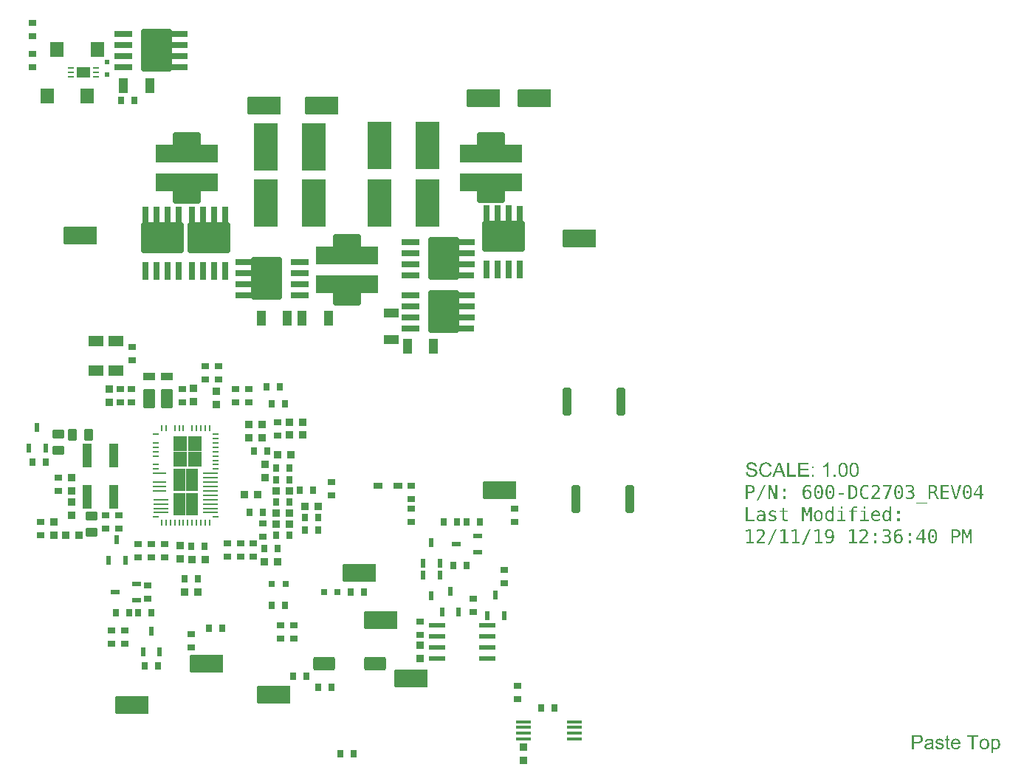
<source format=gbr>
%TF.GenerationSoftware,Altium Limited,Altium Designer,20.0.9 (164)*%
G04 Layer_Color=8421504*
%FSLAX26Y26*%
%MOIN*%
%TF.FileFunction,Paste,Top*%
%TF.Part,Single*%
G01*
G75*
%TA.AperFunction,SMDPad,CuDef*%
G04:AMPARAMS|DCode=21|XSize=150mil|YSize=80mil|CornerRadius=4mil|HoleSize=0mil|Usage=FLASHONLY|Rotation=0.000|XOffset=0mil|YOffset=0mil|HoleType=Round|Shape=RoundedRectangle|*
%AMROUNDEDRECTD21*
21,1,0.150000,0.072000,0,0,0.0*
21,1,0.142000,0.080000,0,0,0.0*
1,1,0.008000,0.071000,-0.036000*
1,1,0.008000,-0.071000,-0.036000*
1,1,0.008000,-0.071000,0.036000*
1,1,0.008000,0.071000,0.036000*
%
%ADD21ROUNDEDRECTD21*%
%ADD29R,0.065000X0.013000*%
%ADD35R,0.106299X0.216535*%
%ADD52R,0.040000X0.030000*%
%TA.AperFunction,NonConductor*%
%ADD146R,0.062992X0.066929*%
%ADD147R,0.055217X0.098425*%
%TA.AperFunction,SMDPad,CuDef*%
G04:AMPARAMS|DCode=148|XSize=124mil|YSize=78mil|CornerRadius=7mil|HoleSize=0mil|Usage=FLASHONLY|Rotation=180.000|XOffset=0mil|YOffset=0mil|HoleType=Round|Shape=RoundedRectangle|*
%AMROUNDEDRECTD148*
21,1,0.124000,0.064000,0,0,180.0*
21,1,0.110000,0.078000,0,0,180.0*
1,1,0.014000,-0.055000,0.032000*
1,1,0.014000,0.055000,0.032000*
1,1,0.014000,0.055000,-0.032000*
1,1,0.014000,-0.055000,-0.032000*
%
%ADD148ROUNDEDRECTD148*%
G04:AMPARAMS|DCode=149|XSize=283mil|YSize=78mil|CornerRadius=3mil|HoleSize=0mil|Usage=FLASHONLY|Rotation=180.000|XOffset=0mil|YOffset=0mil|HoleType=Round|Shape=RoundedRectangle|*
%AMROUNDEDRECTD149*
21,1,0.283000,0.072000,0,0,180.0*
21,1,0.277000,0.078000,0,0,180.0*
1,1,0.006000,-0.138500,0.036000*
1,1,0.006000,0.138500,0.036000*
1,1,0.006000,0.138500,-0.036000*
1,1,0.006000,-0.138500,-0.036000*
%
%ADD149ROUNDEDRECTD149*%
G04:AMPARAMS|DCode=150|XSize=124mil|YSize=76mil|CornerRadius=6.8mil|HoleSize=0mil|Usage=FLASHONLY|Rotation=180.000|XOffset=0mil|YOffset=0mil|HoleType=Round|Shape=RoundedRectangle|*
%AMROUNDEDRECTD150*
21,1,0.124000,0.062400,0,0,180.0*
21,1,0.110400,0.076000,0,0,180.0*
1,1,0.013600,-0.055200,0.031200*
1,1,0.013600,0.055200,0.031200*
1,1,0.013600,0.055200,-0.031200*
1,1,0.013600,-0.055200,-0.031200*
%
%ADD150ROUNDEDRECTD150*%
G04:AMPARAMS|DCode=151|XSize=25.559mil|YSize=7.843mil|CornerRadius=0mil|HoleSize=0mil|Usage=FLASHONLY|Rotation=180.000|XOffset=0mil|YOffset=0mil|HoleType=Round|Shape=RoundedRectangle|*
%AMROUNDEDRECTD151*
21,1,0.025559,0.007843,0,0,180.0*
21,1,0.025559,0.007843,0,0,180.0*
1,1,0.000000,-0.012780,0.003921*
1,1,0.000000,0.012780,0.003921*
1,1,0.000000,0.012780,-0.003921*
1,1,0.000000,-0.012780,-0.003921*
%
%ADD151ROUNDEDRECTD151*%
G04:AMPARAMS|DCode=152|XSize=68.866mil|YSize=7.843mil|CornerRadius=0mil|HoleSize=0mil|Usage=FLASHONLY|Rotation=180.000|XOffset=0mil|YOffset=0mil|HoleType=Round|Shape=RoundedRectangle|*
%AMROUNDEDRECTD152*
21,1,0.068866,0.007843,0,0,180.0*
21,1,0.068866,0.007843,0,0,180.0*
1,1,0.000000,-0.034433,0.003921*
1,1,0.000000,0.034433,0.003921*
1,1,0.000000,0.034433,-0.003921*
1,1,0.000000,-0.034433,-0.003921*
%
%ADD152ROUNDEDRECTD152*%
G04:AMPARAMS|DCode=153|XSize=25.559mil|YSize=7.843mil|CornerRadius=0mil|HoleSize=0mil|Usage=FLASHONLY|Rotation=90.000|XOffset=0mil|YOffset=0mil|HoleType=Round|Shape=RoundedRectangle|*
%AMROUNDEDRECTD153*
21,1,0.025559,0.007843,0,0,90.0*
21,1,0.025559,0.007843,0,0,90.0*
1,1,0.000000,0.003921,0.012780*
1,1,0.000000,0.003921,-0.012780*
1,1,0.000000,-0.003921,-0.012780*
1,1,0.000000,-0.003921,0.012780*
%
%ADD153ROUNDEDRECTD153*%
G04:AMPARAMS|DCode=154|XSize=57.055mil|YSize=7.843mil|CornerRadius=0mil|HoleSize=0mil|Usage=FLASHONLY|Rotation=180.000|XOffset=0mil|YOffset=0mil|HoleType=Round|Shape=RoundedRectangle|*
%AMROUNDEDRECTD154*
21,1,0.057055,0.007843,0,0,180.0*
21,1,0.057055,0.007843,0,0,180.0*
1,1,0.000000,-0.028528,0.003921*
1,1,0.000000,0.028528,0.003921*
1,1,0.000000,0.028528,-0.003921*
1,1,0.000000,-0.028528,-0.003921*
%
%ADD154ROUNDEDRECTD154*%
G04:AMPARAMS|DCode=155|XSize=68.866mil|YSize=43.276mil|CornerRadius=5.791mil|HoleSize=0mil|Usage=FLASHONLY|Rotation=90.000|XOffset=0mil|YOffset=0mil|HoleType=Round|Shape=RoundedRectangle|*
%AMROUNDEDRECTD155*
21,1,0.068866,0.031693,0,0,90.0*
21,1,0.057283,0.043276,0,0,90.0*
1,1,0.011583,0.015847,0.028642*
1,1,0.011583,0.015847,-0.028642*
1,1,0.011583,-0.015847,-0.028642*
1,1,0.011583,-0.015847,0.028642*
%
%ADD155ROUNDEDRECTD155*%
G04:AMPARAMS|DCode=156|XSize=28mil|YSize=32mil|CornerRadius=2.75mil|HoleSize=0mil|Usage=FLASHONLY|Rotation=0.000|XOffset=0mil|YOffset=0mil|HoleType=Round|Shape=RoundedRectangle|*
%AMROUNDEDRECTD156*
21,1,0.028000,0.026500,0,0,0.0*
21,1,0.022500,0.032000,0,0,0.0*
1,1,0.005500,0.011250,-0.013250*
1,1,0.005500,-0.011250,-0.013250*
1,1,0.005500,-0.011250,0.013250*
1,1,0.005500,0.011250,0.013250*
%
%ADD156ROUNDEDRECTD156*%
G04:AMPARAMS|DCode=157|XSize=98mil|YSize=63mil|CornerRadius=8.75mil|HoleSize=0mil|Usage=FLASHONLY|Rotation=180.000|XOffset=0mil|YOffset=0mil|HoleType=Round|Shape=RoundedRectangle|*
%AMROUNDEDRECTD157*
21,1,0.098000,0.045500,0,0,180.0*
21,1,0.080500,0.063000,0,0,180.0*
1,1,0.017500,-0.040250,0.022750*
1,1,0.017500,0.040250,0.022750*
1,1,0.017500,0.040250,-0.022750*
1,1,0.017500,-0.040250,-0.022750*
%
%ADD157ROUNDEDRECTD157*%
G04:AMPARAMS|DCode=158|XSize=72mil|YSize=22mil|CornerRadius=2.6mil|HoleSize=0mil|Usage=FLASHONLY|Rotation=180.000|XOffset=0mil|YOffset=0mil|HoleType=Round|Shape=RoundedRectangle|*
%AMROUNDEDRECTD158*
21,1,0.072000,0.016800,0,0,180.0*
21,1,0.066800,0.022000,0,0,180.0*
1,1,0.005200,-0.033400,0.008400*
1,1,0.005200,0.033400,0.008400*
1,1,0.005200,0.033400,-0.008400*
1,1,0.005200,-0.033400,-0.008400*
%
%ADD158ROUNDEDRECTD158*%
G04:AMPARAMS|DCode=159|XSize=21.622mil|YSize=37.37mil|CornerRadius=2.543mil|HoleSize=0mil|Usage=FLASHONLY|Rotation=180.000|XOffset=0mil|YOffset=0mil|HoleType=Round|Shape=RoundedRectangle|*
%AMROUNDEDRECTD159*
21,1,0.021622,0.032283,0,0,180.0*
21,1,0.016535,0.037370,0,0,180.0*
1,1,0.005087,-0.008268,0.016142*
1,1,0.005087,0.008268,0.016142*
1,1,0.005087,0.008268,-0.016142*
1,1,0.005087,-0.008268,-0.016142*
%
%ADD159ROUNDEDRECTD159*%
G04:AMPARAMS|DCode=160|XSize=21.622mil|YSize=37.37mil|CornerRadius=2.543mil|HoleSize=0mil|Usage=FLASHONLY|Rotation=270.000|XOffset=0mil|YOffset=0mil|HoleType=Round|Shape=RoundedRectangle|*
%AMROUNDEDRECTD160*
21,1,0.021622,0.032283,0,0,270.0*
21,1,0.016535,0.037370,0,0,270.0*
1,1,0.005087,-0.016142,-0.008268*
1,1,0.005087,-0.016142,0.008268*
1,1,0.005087,0.016142,0.008268*
1,1,0.005087,0.016142,-0.008268*
%
%ADD160ROUNDEDRECTD160*%
G04:AMPARAMS|DCode=161|XSize=36mil|YSize=34mil|CornerRadius=2.42mil|HoleSize=0mil|Usage=FLASHONLY|Rotation=0.000|XOffset=0mil|YOffset=0mil|HoleType=Round|Shape=RoundedRectangle|*
%AMROUNDEDRECTD161*
21,1,0.036000,0.029160,0,0,0.0*
21,1,0.031160,0.034000,0,0,0.0*
1,1,0.004840,0.015580,-0.014580*
1,1,0.004840,-0.015580,-0.014580*
1,1,0.004840,-0.015580,0.014580*
1,1,0.004840,0.015580,0.014580*
%
%ADD161ROUNDEDRECTD161*%
%ADD162R,0.062961X0.051150*%
G04:AMPARAMS|DCode=163|XSize=25.559mil|YSize=7.843mil|CornerRadius=0.476mil|HoleSize=0mil|Usage=FLASHONLY|Rotation=180.000|XOffset=0mil|YOffset=0mil|HoleType=Round|Shape=RoundedRectangle|*
%AMROUNDEDRECTD163*
21,1,0.025559,0.006890,0,0,180.0*
21,1,0.024606,0.007843,0,0,180.0*
1,1,0.000953,-0.012303,0.003445*
1,1,0.000953,0.012303,0.003445*
1,1,0.000953,0.012303,-0.003445*
1,1,0.000953,-0.012303,-0.003445*
%
%ADD163ROUNDEDRECTD163*%
G04:AMPARAMS|DCode=164|XSize=84.614mil|YSize=53.118mil|CornerRadius=4.512mil|HoleSize=0mil|Usage=FLASHONLY|Rotation=270.000|XOffset=0mil|YOffset=0mil|HoleType=Round|Shape=RoundedRectangle|*
%AMROUNDEDRECTD164*
21,1,0.084614,0.044094,0,0,270.0*
21,1,0.075591,0.053118,0,0,270.0*
1,1,0.009024,-0.022047,-0.037795*
1,1,0.009024,-0.022047,0.037795*
1,1,0.009024,0.022047,0.037795*
1,1,0.009024,0.022047,-0.037795*
%
%ADD164ROUNDEDRECTD164*%
G04:AMPARAMS|DCode=165|XSize=53.118mil|YSize=33.433mil|CornerRadius=2.543mil|HoleSize=0mil|Usage=FLASHONLY|Rotation=180.000|XOffset=0mil|YOffset=0mil|HoleType=Round|Shape=RoundedRectangle|*
%AMROUNDEDRECTD165*
21,1,0.053118,0.028346,0,0,180.0*
21,1,0.048032,0.033433,0,0,180.0*
1,1,0.005087,-0.024016,0.014173*
1,1,0.005087,0.024016,0.014173*
1,1,0.005087,0.024016,-0.014173*
1,1,0.005087,-0.024016,-0.014173*
%
%ADD165ROUNDEDRECTD165*%
G04:AMPARAMS|DCode=166|XSize=68mil|YSize=48mil|CornerRadius=2mil|HoleSize=0mil|Usage=FLASHONLY|Rotation=180.000|XOffset=0mil|YOffset=0mil|HoleType=Round|Shape=RoundedRectangle|*
%AMROUNDEDRECTD166*
21,1,0.068000,0.044000,0,0,180.0*
21,1,0.064000,0.048000,0,0,180.0*
1,1,0.004000,-0.032000,0.022000*
1,1,0.004000,0.032000,0.022000*
1,1,0.004000,0.032000,-0.022000*
1,1,0.004000,-0.032000,-0.022000*
%
%ADD166ROUNDEDRECTD166*%
G04:AMPARAMS|DCode=167|XSize=21.622mil|YSize=22.803mil|CornerRadius=0.181mil|HoleSize=0mil|Usage=FLASHONLY|Rotation=90.000|XOffset=0mil|YOffset=0mil|HoleType=Round|Shape=RoundedRectangle|*
%AMROUNDEDRECTD167*
21,1,0.021622,0.022441,0,0,90.0*
21,1,0.021260,0.022803,0,0,90.0*
1,1,0.000362,0.011220,0.010630*
1,1,0.000362,0.011220,-0.010630*
1,1,0.000362,-0.011220,-0.010630*
1,1,0.000362,-0.011220,0.010630*
%
%ADD167ROUNDEDRECTD167*%
G04:AMPARAMS|DCode=168|XSize=64mil|YSize=63mil|CornerRadius=2.25mil|HoleSize=0mil|Usage=FLASHONLY|Rotation=270.000|XOffset=0mil|YOffset=0mil|HoleType=Round|Shape=RoundedRectangle|*
%AMROUNDEDRECTD168*
21,1,0.064000,0.058500,0,0,270.0*
21,1,0.059500,0.063000,0,0,270.0*
1,1,0.004500,-0.029250,-0.029750*
1,1,0.004500,-0.029250,0.029750*
1,1,0.004500,0.029250,0.029750*
1,1,0.004500,0.029250,-0.029750*
%
%ADD168ROUNDEDRECTD168*%
G04:AMPARAMS|DCode=169|XSize=78mil|YSize=28mil|CornerRadius=2.75mil|HoleSize=0mil|Usage=FLASHONLY|Rotation=0.000|XOffset=0mil|YOffset=0mil|HoleType=Round|Shape=RoundedRectangle|*
%AMROUNDEDRECTD169*
21,1,0.078000,0.022500,0,0,0.0*
21,1,0.072500,0.028000,0,0,0.0*
1,1,0.005500,0.036250,-0.011250*
1,1,0.005500,-0.036250,-0.011250*
1,1,0.005500,-0.036250,0.011250*
1,1,0.005500,0.036250,0.011250*
%
%ADD169ROUNDEDRECTD169*%
G04:AMPARAMS|DCode=170|XSize=108mil|YSize=28mil|CornerRadius=0.5mil|HoleSize=0mil|Usage=FLASHONLY|Rotation=0.000|XOffset=0mil|YOffset=0mil|HoleType=Round|Shape=RoundedRectangle|*
%AMROUNDEDRECTD170*
21,1,0.108000,0.027000,0,0,0.0*
21,1,0.107000,0.028000,0,0,0.0*
1,1,0.001000,0.053500,-0.013500*
1,1,0.001000,-0.053500,-0.013500*
1,1,0.001000,-0.053500,0.013500*
1,1,0.001000,0.053500,0.013500*
%
%ADD170ROUNDEDRECTD170*%
G04:AMPARAMS|DCode=171|XSize=78mil|YSize=28mil|CornerRadius=0.5mil|HoleSize=0mil|Usage=FLASHONLY|Rotation=0.000|XOffset=0mil|YOffset=0mil|HoleType=Round|Shape=RoundedRectangle|*
%AMROUNDEDRECTD171*
21,1,0.078000,0.027000,0,0,0.0*
21,1,0.077000,0.028000,0,0,0.0*
1,1,0.001000,0.038500,-0.013500*
1,1,0.001000,-0.038500,-0.013500*
1,1,0.001000,-0.038500,0.013500*
1,1,0.001000,0.038500,0.013500*
%
%ADD171ROUNDEDRECTD171*%
G04:AMPARAMS|DCode=172|XSize=193mil|YSize=138mil|CornerRadius=6mil|HoleSize=0mil|Usage=FLASHONLY|Rotation=270.000|XOffset=0mil|YOffset=0mil|HoleType=Round|Shape=RoundedRectangle|*
%AMROUNDEDRECTD172*
21,1,0.193000,0.126000,0,0,270.0*
21,1,0.181000,0.138000,0,0,270.0*
1,1,0.012000,-0.063000,-0.090500*
1,1,0.012000,-0.063000,0.090500*
1,1,0.012000,0.063000,0.090500*
1,1,0.012000,0.063000,-0.090500*
%
%ADD172ROUNDEDRECTD172*%
G04:AMPARAMS|DCode=173|XSize=78mil|YSize=28mil|CornerRadius=2.75mil|HoleSize=0mil|Usage=FLASHONLY|Rotation=90.000|XOffset=0mil|YOffset=0mil|HoleType=Round|Shape=RoundedRectangle|*
%AMROUNDEDRECTD173*
21,1,0.078000,0.022500,0,0,90.0*
21,1,0.072500,0.028000,0,0,90.0*
1,1,0.005500,0.011250,0.036250*
1,1,0.005500,0.011250,-0.036250*
1,1,0.005500,-0.011250,-0.036250*
1,1,0.005500,-0.011250,0.036250*
%
%ADD173ROUNDEDRECTD173*%
G04:AMPARAMS|DCode=174|XSize=108mil|YSize=28mil|CornerRadius=0.5mil|HoleSize=0mil|Usage=FLASHONLY|Rotation=90.000|XOffset=0mil|YOffset=0mil|HoleType=Round|Shape=RoundedRectangle|*
%AMROUNDEDRECTD174*
21,1,0.108000,0.027000,0,0,90.0*
21,1,0.107000,0.028000,0,0,90.0*
1,1,0.001000,0.013500,0.053500*
1,1,0.001000,0.013500,-0.053500*
1,1,0.001000,-0.013500,-0.053500*
1,1,0.001000,-0.013500,0.053500*
%
%ADD174ROUNDEDRECTD174*%
G04:AMPARAMS|DCode=175|XSize=78mil|YSize=28mil|CornerRadius=0.5mil|HoleSize=0mil|Usage=FLASHONLY|Rotation=90.000|XOffset=0mil|YOffset=0mil|HoleType=Round|Shape=RoundedRectangle|*
%AMROUNDEDRECTD175*
21,1,0.078000,0.027000,0,0,90.0*
21,1,0.077000,0.028000,0,0,90.0*
1,1,0.001000,0.013500,0.038500*
1,1,0.001000,0.013500,-0.038500*
1,1,0.001000,-0.013500,-0.038500*
1,1,0.001000,-0.013500,0.038500*
%
%ADD175ROUNDEDRECTD175*%
G04:AMPARAMS|DCode=176|XSize=193mil|YSize=138mil|CornerRadius=6mil|HoleSize=0mil|Usage=FLASHONLY|Rotation=0.000|XOffset=0mil|YOffset=0mil|HoleType=Round|Shape=RoundedRectangle|*
%AMROUNDEDRECTD176*
21,1,0.193000,0.126000,0,0,0.0*
21,1,0.181000,0.138000,0,0,0.0*
1,1,0.012000,0.090500,-0.063000*
1,1,0.012000,-0.090500,-0.063000*
1,1,0.012000,-0.090500,0.063000*
1,1,0.012000,0.090500,0.063000*
%
%ADD176ROUNDEDRECTD176*%
G04:AMPARAMS|DCode=177|XSize=68.866mil|YSize=43.276mil|CornerRadius=5.791mil|HoleSize=0mil|Usage=FLASHONLY|Rotation=180.000|XOffset=0mil|YOffset=0mil|HoleType=Round|Shape=RoundedRectangle|*
%AMROUNDEDRECTD177*
21,1,0.068866,0.031693,0,0,180.0*
21,1,0.057283,0.043276,0,0,180.0*
1,1,0.011583,-0.028642,0.015847*
1,1,0.011583,0.028642,0.015847*
1,1,0.011583,0.028642,-0.015847*
1,1,0.011583,-0.028642,-0.015847*
%
%ADD177ROUNDEDRECTD177*%
G04:AMPARAMS|DCode=178|XSize=124mil|YSize=38mil|CornerRadius=6mil|HoleSize=0mil|Usage=FLASHONLY|Rotation=90.000|XOffset=0mil|YOffset=0mil|HoleType=Round|Shape=RoundedRectangle|*
%AMROUNDEDRECTD178*
21,1,0.124000,0.026000,0,0,90.0*
21,1,0.112000,0.038000,0,0,90.0*
1,1,0.012000,0.013000,0.056000*
1,1,0.012000,0.013000,-0.056000*
1,1,0.012000,-0.013000,-0.056000*
1,1,0.012000,-0.013000,0.056000*
%
%ADD178ROUNDEDRECTD178*%
G04:AMPARAMS|DCode=179|XSize=28mil|YSize=32mil|CornerRadius=2.75mil|HoleSize=0mil|Usage=FLASHONLY|Rotation=90.000|XOffset=0mil|YOffset=0mil|HoleType=Round|Shape=RoundedRectangle|*
%AMROUNDEDRECTD179*
21,1,0.028000,0.026500,0,0,90.0*
21,1,0.022500,0.032000,0,0,90.0*
1,1,0.005500,0.013250,0.011250*
1,1,0.005500,0.013250,-0.011250*
1,1,0.005500,-0.013250,-0.011250*
1,1,0.005500,-0.013250,0.011250*
%
%ADD179ROUNDEDRECTD179*%
G04:AMPARAMS|DCode=180|XSize=104mil|YSize=43mil|CornerRadius=2.6mil|HoleSize=0mil|Usage=FLASHONLY|Rotation=270.000|XOffset=0mil|YOffset=0mil|HoleType=Round|Shape=RoundedRectangle|*
%AMROUNDEDRECTD180*
21,1,0.104000,0.037800,0,0,270.0*
21,1,0.098800,0.043000,0,0,270.0*
1,1,0.005200,-0.018900,-0.049400*
1,1,0.005200,-0.018900,0.049400*
1,1,0.005200,0.018900,0.049400*
1,1,0.005200,0.018900,-0.049400*
%
%ADD180ROUNDEDRECTD180*%
G04:AMPARAMS|DCode=181|XSize=29mil|YSize=29mil|CornerRadius=0.55mil|HoleSize=0mil|Usage=FLASHONLY|Rotation=0.000|XOffset=0mil|YOffset=0mil|HoleType=Round|Shape=RoundedRectangle|*
%AMROUNDEDRECTD181*
21,1,0.029000,0.027900,0,0,0.0*
21,1,0.027900,0.029000,0,0,0.0*
1,1,0.001100,0.013950,-0.013950*
1,1,0.001100,-0.013950,-0.013950*
1,1,0.001100,-0.013950,0.013950*
1,1,0.001100,0.013950,0.013950*
%
%ADD181ROUNDEDRECTD181*%
G04:AMPARAMS|DCode=182|XSize=53.118mil|YSize=39.339mil|CornerRadius=5.201mil|HoleSize=0mil|Usage=FLASHONLY|Rotation=180.000|XOffset=0mil|YOffset=0mil|HoleType=Round|Shape=RoundedRectangle|*
%AMROUNDEDRECTD182*
21,1,0.053118,0.028937,0,0,180.0*
21,1,0.042717,0.039339,0,0,180.0*
1,1,0.010402,-0.021358,0.014469*
1,1,0.010402,0.021358,0.014469*
1,1,0.010402,0.021358,-0.014469*
1,1,0.010402,-0.021358,-0.014469*
%
%ADD182ROUNDEDRECTD182*%
G04:AMPARAMS|DCode=183|XSize=53.118mil|YSize=39.339mil|CornerRadius=5.201mil|HoleSize=0mil|Usage=FLASHONLY|Rotation=90.000|XOffset=0mil|YOffset=0mil|HoleType=Round|Shape=RoundedRectangle|*
%AMROUNDEDRECTD183*
21,1,0.053118,0.028937,0,0,90.0*
21,1,0.042717,0.039339,0,0,90.0*
1,1,0.010402,0.014469,0.021358*
1,1,0.010402,0.014469,-0.021358*
1,1,0.010402,-0.014469,-0.021358*
1,1,0.010402,-0.014469,0.021358*
%
%ADD183ROUNDEDRECTD183*%
G04:AMPARAMS|DCode=184|XSize=36mil|YSize=34mil|CornerRadius=2.42mil|HoleSize=0mil|Usage=FLASHONLY|Rotation=90.000|XOffset=0mil|YOffset=0mil|HoleType=Round|Shape=RoundedRectangle|*
%AMROUNDEDRECTD184*
21,1,0.036000,0.029160,0,0,90.0*
21,1,0.031160,0.034000,0,0,90.0*
1,1,0.004840,0.014580,0.015580*
1,1,0.004840,0.014580,-0.015580*
1,1,0.004840,-0.014580,-0.015580*
1,1,0.004840,-0.014580,0.015580*
%
%ADD184ROUNDEDRECTD184*%
G36*
X3993056Y1113594D02*
X3993913Y1113498D01*
X3994960Y1113403D01*
X3997245Y1113022D01*
X3997435D01*
X3997816Y1112927D01*
X3998387Y1112737D01*
X3999149Y1112546D01*
X4000101Y1112261D01*
X4001148Y1111975D01*
X4003338Y1111214D01*
Y1103407D01*
X4003242Y1103502D01*
X4002862Y1103693D01*
X4002290Y1103978D01*
X4001624Y1104264D01*
X4000767Y1104645D01*
X3999815Y1105026D01*
X3997626Y1105692D01*
X3997530D01*
X3997150Y1105787D01*
X3996483Y1105978D01*
X3995722Y1106168D01*
X3994865Y1106263D01*
X3993818Y1106454D01*
X3991438Y1106549D01*
X3990676D01*
X3990105Y1106454D01*
X3989438Y1106358D01*
X3988677Y1106263D01*
X3986963Y1105787D01*
X3984964Y1105026D01*
X3983917Y1104550D01*
X3982965Y1103978D01*
X3981918Y1103312D01*
X3980966Y1102455D01*
X3980109Y1101503D01*
X3979252Y1100456D01*
Y1100361D01*
X3979062Y1100170D01*
X3978871Y1099790D01*
X3978586Y1099314D01*
X3978300Y1098647D01*
X3977919Y1097886D01*
X3977634Y1097029D01*
X3977253Y1095982D01*
X3976872Y1094744D01*
X3976491Y1093411D01*
X3976110Y1091983D01*
X3975825Y1090365D01*
X3975539Y1088556D01*
X3975349Y1086747D01*
X3975254Y1084748D01*
X3975163Y1082658D01*
X3975254Y1082749D01*
X3975539Y1083225D01*
X3976015Y1083986D01*
X3976586Y1084938D01*
X3977348Y1085986D01*
X3978300Y1087033D01*
X3979442Y1088080D01*
X3980680Y1089032D01*
X3980870Y1089127D01*
X3981346Y1089413D01*
X3982108Y1089794D01*
X3983060Y1090174D01*
X3984298Y1090555D01*
X3985630Y1090936D01*
X3987249Y1091222D01*
X3988867Y1091317D01*
X3989724D01*
X3990390Y1091222D01*
X3991152Y1091126D01*
X3992009Y1091031D01*
X3992961Y1090841D01*
X3994008Y1090650D01*
X3996293Y1089984D01*
X3997435Y1089508D01*
X3998578Y1088937D01*
X3999720Y1088270D01*
X4000862Y1087604D01*
X4001910Y1086652D01*
X4002862Y1085700D01*
X4002957Y1085605D01*
X4003052Y1085414D01*
X4003338Y1085129D01*
X4003623Y1084653D01*
X4004004Y1084082D01*
X4004480Y1083415D01*
X4004956Y1082558D01*
X4005432Y1081702D01*
X4005813Y1080654D01*
X4006289Y1079417D01*
X4006765Y1078179D01*
X4007146Y1076751D01*
X4007431Y1075228D01*
X4007717Y1073610D01*
X4007812Y1071896D01*
X4007907Y1069992D01*
Y1069897D01*
Y1069516D01*
Y1069040D01*
X4007812Y1068374D01*
X4007717Y1067517D01*
X4007622Y1066470D01*
X4007526Y1065422D01*
X4007241Y1064280D01*
X4006670Y1061710D01*
X4005718Y1059139D01*
X4005146Y1057806D01*
X4004480Y1056569D01*
X4003718Y1055426D01*
X4002766Y1054284D01*
X4002671Y1054189D01*
X4002576Y1054094D01*
X4002195Y1053808D01*
X4001814Y1053427D01*
X4001338Y1053046D01*
X4000672Y1052570D01*
X3999910Y1051999D01*
X3999054Y1051523D01*
X3998102Y1051047D01*
X3996959Y1050476D01*
X3995817Y1050000D01*
X3994579Y1049619D01*
X3993151Y1049238D01*
X3991628Y1049048D01*
X3990105Y1048858D01*
X3988391Y1048762D01*
X3987915D01*
X3987344Y1048858D01*
X3986582D01*
X3985726Y1049048D01*
X3984678Y1049143D01*
X3983536Y1049429D01*
X3982298Y1049714D01*
X3980966Y1050190D01*
X3979633Y1050666D01*
X3978300Y1051333D01*
X3977062Y1052094D01*
X3975730Y1052951D01*
X3974492Y1053998D01*
X3973445Y1055236D01*
X3972398Y1056569D01*
X3972302Y1056664D01*
X3972207Y1056950D01*
X3971922Y1057426D01*
X3971636Y1058092D01*
X3971255Y1058854D01*
X3970779Y1059901D01*
X3970303Y1061138D01*
X3969922Y1062566D01*
X3969446Y1064185D01*
X3968970Y1065994D01*
X3968494Y1067993D01*
X3968114Y1070182D01*
X3967828Y1072658D01*
X3967542Y1075228D01*
X3967447Y1078084D01*
X3967352Y1081130D01*
Y1081321D01*
Y1081797D01*
Y1082654D01*
X3967447Y1083701D01*
X3967542Y1085034D01*
X3967638Y1086557D01*
X3967828Y1088270D01*
X3968114Y1090079D01*
X3968399Y1092078D01*
X3968875Y1093982D01*
X3969351Y1096077D01*
X3969922Y1098076D01*
X3970589Y1099980D01*
X3971446Y1101884D01*
X3972398Y1103693D01*
X3973445Y1105311D01*
X3973540Y1105406D01*
X3973730Y1105692D01*
X3974111Y1106073D01*
X3974587Y1106644D01*
X3975254Y1107215D01*
X3976015Y1107977D01*
X3976872Y1108738D01*
X3977919Y1109500D01*
X3979157Y1110262D01*
X3980394Y1111023D01*
X3981918Y1111785D01*
X3983441Y1112356D01*
X3985154Y1112927D01*
X3986963Y1113308D01*
X3988962Y1113594D01*
X3991057Y1113689D01*
X3992199D01*
X3993056Y1113594D01*
D02*
G37*
G36*
X4044464Y1081892D02*
X4033897D01*
Y1094554D01*
X4044464D01*
Y1081892D01*
D02*
G37*
G36*
X3889383D02*
X3878816D01*
Y1094554D01*
X3889383D01*
Y1081892D01*
D02*
G37*
G36*
X4319878Y1050000D02*
X4312071D01*
Y1105311D01*
X4300838Y1072277D01*
X4294459D01*
X4283321Y1105311D01*
Y1050000D01*
X4275514D01*
Y1112642D01*
X4286748D01*
X4297601Y1080654D01*
X4308549Y1112642D01*
X4319878D01*
Y1050000D01*
D02*
G37*
G36*
X3935174Y1113594D02*
X3935936D01*
X3936793Y1113403D01*
X3937840Y1113308D01*
X3938887Y1113118D01*
X3941267Y1112546D01*
X3943742Y1111690D01*
X3944885Y1111214D01*
X3946122Y1110547D01*
X3947265Y1109881D01*
X3948312Y1109024D01*
X3948407Y1108929D01*
X3948598Y1108834D01*
X3948788Y1108548D01*
X3949169Y1108167D01*
X3949550Y1107691D01*
X3950026Y1107215D01*
X3951073Y1105787D01*
X3952120Y1104074D01*
X3952977Y1101979D01*
X3953358Y1100837D01*
X3953643Y1099599D01*
X3953738Y1098266D01*
X3953834Y1096934D01*
Y1096838D01*
Y1096743D01*
Y1096458D01*
Y1096077D01*
X3953643Y1095125D01*
X3953453Y1093887D01*
X3953072Y1092554D01*
X3952596Y1091126D01*
X3951834Y1089698D01*
X3950882Y1088270D01*
X3950787Y1088080D01*
X3950311Y1087699D01*
X3949740Y1087128D01*
X3948788Y1086366D01*
X3947646Y1085605D01*
X3946218Y1084748D01*
X3944504Y1084082D01*
X3942600Y1083415D01*
X3942695D01*
X3942886Y1083320D01*
X3943171Y1083225D01*
X3943647Y1083130D01*
X3944694Y1082654D01*
X3946027Y1082082D01*
X3947550Y1081321D01*
X3949074Y1080274D01*
X3950597Y1079036D01*
X3951930Y1077608D01*
X3952120Y1077418D01*
X3952501Y1076846D01*
X3952977Y1075990D01*
X3953643Y1074752D01*
X3954214Y1073324D01*
X3954786Y1071515D01*
X3955166Y1069516D01*
X3955262Y1067231D01*
Y1067136D01*
Y1066850D01*
Y1066374D01*
X3955166Y1065803D01*
X3955071Y1065042D01*
X3954976Y1064185D01*
X3954500Y1062281D01*
X3953834Y1060091D01*
X3953358Y1058949D01*
X3952786Y1057806D01*
X3952120Y1056759D01*
X3951263Y1055617D01*
X3950406Y1054570D01*
X3949359Y1053618D01*
X3949264Y1053522D01*
X3949074Y1053427D01*
X3948788Y1053142D01*
X3948312Y1052856D01*
X3947741Y1052475D01*
X3946979Y1052094D01*
X3946122Y1051618D01*
X3945170Y1051238D01*
X3944123Y1050762D01*
X3942886Y1050286D01*
X3941553Y1049905D01*
X3940125Y1049524D01*
X3938602Y1049238D01*
X3936983Y1048953D01*
X3935270Y1048858D01*
X3933366Y1048762D01*
X3931747D01*
X3930605Y1048858D01*
X3929272Y1048953D01*
X3927749Y1049048D01*
X3926226Y1049238D01*
X3924512Y1049524D01*
X3924322D01*
X3923750Y1049714D01*
X3922894Y1049810D01*
X3921751Y1050095D01*
X3920418Y1050476D01*
X3918895Y1050857D01*
X3915754Y1051904D01*
Y1060377D01*
X3915849D01*
X3915944Y1060282D01*
X3916515Y1059996D01*
X3917277Y1059615D01*
X3918419Y1059139D01*
X3919657Y1058568D01*
X3921085Y1057997D01*
X3922608Y1057426D01*
X3924131Y1056950D01*
X3924322D01*
X3924893Y1056759D01*
X3925654Y1056664D01*
X3926702Y1056474D01*
X3928034Y1056283D01*
X3929367Y1056093D01*
X3930890Y1055998D01*
X3932414Y1055902D01*
X3933080D01*
X3933556Y1055998D01*
X3934127D01*
X3934794Y1056093D01*
X3936317Y1056283D01*
X3938030Y1056664D01*
X3939839Y1057235D01*
X3941553Y1057997D01*
X3943076Y1059044D01*
X3943266Y1059234D01*
X3943647Y1059615D01*
X3944314Y1060377D01*
X3944980Y1061329D01*
X3945646Y1062662D01*
X3946313Y1064185D01*
X3946694Y1065994D01*
X3946884Y1068088D01*
Y1068183D01*
Y1068374D01*
Y1068659D01*
X3946789Y1068945D01*
X3946694Y1069992D01*
X3946408Y1071230D01*
X3945932Y1072562D01*
X3945266Y1073990D01*
X3944314Y1075418D01*
X3943076Y1076751D01*
X3942886Y1076846D01*
X3942410Y1077227D01*
X3941553Y1077798D01*
X3940410Y1078370D01*
X3938982Y1078941D01*
X3937269Y1079512D01*
X3935270Y1079893D01*
X3932985Y1079988D01*
X3926606D01*
Y1086938D01*
X3933937D01*
X3934984Y1087033D01*
X3936317Y1087223D01*
X3937840Y1087509D01*
X3939363Y1087985D01*
X3940791Y1088556D01*
X3942124Y1089413D01*
X3942314Y1089508D01*
X3942695Y1089889D01*
X3943171Y1090460D01*
X3943838Y1091317D01*
X3944409Y1092269D01*
X3944980Y1093506D01*
X3945361Y1094934D01*
X3945456Y1096553D01*
Y1096648D01*
Y1096743D01*
Y1097314D01*
X3945266Y1098171D01*
X3945075Y1099218D01*
X3944694Y1100456D01*
X3944218Y1101694D01*
X3943457Y1102836D01*
X3942410Y1103883D01*
X3942314Y1103978D01*
X3941838Y1104264D01*
X3941172Y1104740D01*
X3940220Y1105216D01*
X3938982Y1105692D01*
X3937459Y1106168D01*
X3935650Y1106454D01*
X3933651Y1106549D01*
X3932223D01*
X3931271Y1106454D01*
X3930129Y1106358D01*
X3928796Y1106168D01*
X3927463Y1105978D01*
X3925940Y1105692D01*
X3925750D01*
X3925274Y1105502D01*
X3924417Y1105311D01*
X3923370Y1105026D01*
X3922132Y1104740D01*
X3920799Y1104264D01*
X3919276Y1103788D01*
X3917658Y1103217D01*
Y1111023D01*
X3917753D01*
X3917848Y1111118D01*
X3918134D01*
X3918514Y1111214D01*
X3919466Y1111499D01*
X3920704Y1111785D01*
X3922037Y1112070D01*
X3923560Y1112451D01*
X3925083Y1112737D01*
X3926606Y1113022D01*
X3926797D01*
X3927273Y1113118D01*
X3928034Y1113213D01*
X3928986Y1113403D01*
X3930129Y1113498D01*
X3931271Y1113594D01*
X3933651Y1113689D01*
X3934508D01*
X3935174Y1113594D01*
D02*
G37*
G36*
X3677373D02*
X3678134D01*
X3678991Y1113403D01*
X3680038Y1113308D01*
X3681181Y1113022D01*
X3682418Y1112737D01*
X3683751Y1112261D01*
X3685084Y1111785D01*
X3686417Y1111118D01*
X3687654Y1110357D01*
X3688987Y1109500D01*
X3690225Y1108358D01*
X3691272Y1107215D01*
X3692319Y1105787D01*
X3692414Y1105692D01*
X3692510Y1105406D01*
X3692795Y1104930D01*
X3693081Y1104264D01*
X3693557Y1103502D01*
X3693938Y1102455D01*
X3694414Y1101218D01*
X3694890Y1099790D01*
X3695366Y1098171D01*
X3695842Y1096362D01*
X3696318Y1094363D01*
X3696698Y1092078D01*
X3696984Y1089698D01*
X3697270Y1087033D01*
X3697365Y1084177D01*
X3697460Y1081130D01*
Y1080940D01*
Y1080464D01*
Y1079607D01*
X3697365Y1078560D01*
X3697270Y1077227D01*
X3697174Y1075704D01*
X3696984Y1073990D01*
X3696698Y1072182D01*
X3696318Y1070278D01*
X3695937Y1068278D01*
X3695461Y1066279D01*
X3694890Y1064280D01*
X3694128Y1062376D01*
X3693271Y1060472D01*
X3692319Y1058663D01*
X3691272Y1057045D01*
X3691177Y1056950D01*
X3690986Y1056664D01*
X3690606Y1056283D01*
X3690130Y1055712D01*
X3689463Y1055141D01*
X3688702Y1054474D01*
X3687845Y1053713D01*
X3686798Y1052951D01*
X3685560Y1052094D01*
X3684227Y1051428D01*
X3682799Y1050666D01*
X3681276Y1050095D01*
X3679467Y1049524D01*
X3677658Y1049143D01*
X3675659Y1048858D01*
X3673565Y1048762D01*
X3672422D01*
X3671661Y1048858D01*
X3670709Y1048953D01*
X3669662Y1049048D01*
X3667377Y1049429D01*
X3667282D01*
X3666901Y1049524D01*
X3666234Y1049714D01*
X3665473Y1049905D01*
X3664616Y1050095D01*
X3663569Y1050476D01*
X3661474Y1051238D01*
Y1059044D01*
X3661570Y1058949D01*
X3661950Y1058758D01*
X3662426Y1058473D01*
X3663093Y1058187D01*
X3663950Y1057711D01*
X3664902Y1057330D01*
X3666996Y1056664D01*
X3667091D01*
X3667567Y1056569D01*
X3668138Y1056474D01*
X3668900Y1056283D01*
X3669852Y1056188D01*
X3670899Y1055998D01*
X3673279Y1055902D01*
X3674041D01*
X3674612Y1055998D01*
X3675278Y1056093D01*
X3676040Y1056188D01*
X3677849Y1056664D01*
X3679848Y1057330D01*
X3680800Y1057902D01*
X3681847Y1058473D01*
X3682799Y1059139D01*
X3683751Y1059901D01*
X3684703Y1060853D01*
X3685465Y1061900D01*
X3685560Y1061995D01*
X3685655Y1062186D01*
X3685846Y1062566D01*
X3686131Y1063042D01*
X3686417Y1063709D01*
X3686798Y1064470D01*
X3687178Y1065327D01*
X3687559Y1066470D01*
X3687940Y1067612D01*
X3688321Y1068945D01*
X3688702Y1070373D01*
X3688987Y1071991D01*
X3689273Y1073800D01*
X3689463Y1075609D01*
X3689654Y1077608D01*
Y1079798D01*
X3689558Y1079607D01*
X3689273Y1079131D01*
X3688797Y1078370D01*
X3688226Y1077418D01*
X3687369Y1076370D01*
X3686417Y1075323D01*
X3685274Y1074276D01*
X3684037Y1073324D01*
X3683846Y1073229D01*
X3683370Y1072943D01*
X3682704Y1072658D01*
X3681657Y1072277D01*
X3680514Y1071801D01*
X3679086Y1071515D01*
X3677563Y1071230D01*
X3675850Y1071134D01*
X3674993D01*
X3674326Y1071230D01*
X3673565Y1071325D01*
X3672708Y1071420D01*
X3671756Y1071610D01*
X3670709Y1071801D01*
X3668424Y1072467D01*
X3667282Y1072943D01*
X3666139Y1073514D01*
X3664997Y1074086D01*
X3663854Y1074847D01*
X3662807Y1075704D01*
X3661855Y1076656D01*
X3661760Y1076751D01*
X3661665Y1076942D01*
X3661379Y1077227D01*
X3661094Y1077703D01*
X3660713Y1078274D01*
X3660332Y1078941D01*
X3659856Y1079798D01*
X3659380Y1080750D01*
X3658904Y1081797D01*
X3658428Y1082939D01*
X3658047Y1084272D01*
X3657666Y1085700D01*
X3657381Y1087223D01*
X3657095Y1088842D01*
X3657000Y1090650D01*
X3656905Y1092459D01*
Y1092554D01*
Y1092935D01*
Y1093411D01*
X3657000Y1094173D01*
X3657095Y1094934D01*
X3657190Y1095982D01*
X3657286Y1097029D01*
X3657571Y1098171D01*
X3658142Y1100742D01*
X3658999Y1103312D01*
X3659570Y1104550D01*
X3660332Y1105787D01*
X3661094Y1107025D01*
X3661950Y1108072D01*
X3662046Y1108167D01*
X3662236Y1108358D01*
X3662522Y1108548D01*
X3662902Y1108929D01*
X3663474Y1109405D01*
X3664045Y1109881D01*
X3664806Y1110357D01*
X3665663Y1110928D01*
X3666615Y1111404D01*
X3667758Y1111880D01*
X3668900Y1112356D01*
X3670233Y1112832D01*
X3671566Y1113213D01*
X3673089Y1113403D01*
X3674612Y1113594D01*
X3676326Y1113689D01*
X3676802D01*
X3677373Y1113594D01*
D02*
G37*
G36*
X4248478Y1112546D02*
X4249334D01*
X4250382Y1112356D01*
X4251524Y1112261D01*
X4252666Y1112070D01*
X4255237Y1111499D01*
X4257902Y1110642D01*
X4259140Y1110071D01*
X4260378Y1109500D01*
X4261615Y1108738D01*
X4262662Y1107882D01*
X4262758Y1107786D01*
X4262853Y1107691D01*
X4263138Y1107406D01*
X4263519Y1107025D01*
X4263900Y1106454D01*
X4264376Y1105882D01*
X4264852Y1105216D01*
X4265423Y1104359D01*
X4265899Y1103407D01*
X4266375Y1102360D01*
X4266851Y1101218D01*
X4267232Y1099980D01*
X4267613Y1098647D01*
X4267898Y1097124D01*
X4267994Y1095601D01*
X4268089Y1093887D01*
Y1093792D01*
Y1093506D01*
Y1093030D01*
X4267994Y1092364D01*
X4267898Y1091602D01*
X4267803Y1090746D01*
X4267613Y1089698D01*
X4267422Y1088651D01*
X4266756Y1086462D01*
X4266375Y1085224D01*
X4265804Y1084082D01*
X4265138Y1082939D01*
X4264471Y1081892D01*
X4263614Y1080845D01*
X4262662Y1079893D01*
X4262567Y1079798D01*
X4262377Y1079702D01*
X4262091Y1079512D01*
X4261615Y1079131D01*
X4261044Y1078846D01*
X4260378Y1078465D01*
X4259616Y1077989D01*
X4258664Y1077608D01*
X4257617Y1077132D01*
X4256379Y1076751D01*
X4255142Y1076275D01*
X4253714Y1075990D01*
X4252095Y1075704D01*
X4250477Y1075418D01*
X4248668Y1075323D01*
X4246764Y1075228D01*
X4236958D01*
Y1050000D01*
X4228486D01*
Y1112642D01*
X4247811D01*
X4248478Y1112546D01*
D02*
G37*
G36*
X4104345Y1071801D02*
X4112722D01*
Y1064946D01*
X4104345D01*
Y1050000D01*
X4095872D01*
Y1064946D01*
X4069406D01*
Y1072943D01*
X4094539Y1112642D01*
X4104345D01*
Y1071801D01*
D02*
G37*
G36*
X4044464Y1050000D02*
X4033897D01*
Y1062757D01*
X4044464D01*
Y1050000D01*
D02*
G37*
G36*
X3889383D02*
X3878816D01*
Y1062757D01*
X3889383D01*
Y1050000D01*
D02*
G37*
G36*
X3831692Y1113594D02*
X3832454Y1113498D01*
X3833406Y1113403D01*
X3834358Y1113308D01*
X3835500Y1113118D01*
X3837880Y1112451D01*
X3840355Y1111594D01*
X3841593Y1111023D01*
X3842735Y1110357D01*
X3843973Y1109595D01*
X3845020Y1108738D01*
X3845115Y1108643D01*
X3845306Y1108548D01*
X3845496Y1108262D01*
X3845877Y1107882D01*
X3846353Y1107406D01*
X3846829Y1106834D01*
X3847305Y1106073D01*
X3847876Y1105311D01*
X3848828Y1103502D01*
X3849780Y1101313D01*
X3850161Y1100075D01*
X3850351Y1098838D01*
X3850542Y1097410D01*
X3850637Y1095982D01*
Y1095791D01*
Y1095315D01*
X3850542Y1094458D01*
X3850446Y1093506D01*
X3850161Y1092269D01*
X3849875Y1090841D01*
X3849399Y1089413D01*
X3848733Y1087890D01*
X3848638Y1087699D01*
X3848352Y1087223D01*
X3847876Y1086366D01*
X3847305Y1085319D01*
X3846448Y1083986D01*
X3845401Y1082463D01*
X3844068Y1080845D01*
X3842640Y1079036D01*
X3842545Y1078941D01*
X3842259Y1078560D01*
X3841688Y1077894D01*
X3840926Y1077037D01*
X3839974Y1075990D01*
X3838832Y1074657D01*
X3837499Y1073134D01*
X3835881Y1071420D01*
X3835786Y1071325D01*
X3835690Y1071230D01*
X3835405Y1070944D01*
X3835024Y1070563D01*
X3834548Y1069992D01*
X3833977Y1069421D01*
X3833310Y1068659D01*
X3832549Y1067898D01*
X3831597Y1066946D01*
X3830550Y1065803D01*
X3829502Y1064661D01*
X3828265Y1063423D01*
X3826932Y1061995D01*
X3825504Y1060472D01*
X3823886Y1058854D01*
X3822267Y1057140D01*
X3851018D01*
Y1050000D01*
X3813033D01*
Y1057140D01*
X3813128Y1057235D01*
X3813414Y1057521D01*
X3813794Y1057902D01*
X3814366Y1058568D01*
X3815032Y1059234D01*
X3815794Y1060091D01*
X3816650Y1061043D01*
X3817698Y1061995D01*
X3819792Y1064280D01*
X3822077Y1066660D01*
X3824362Y1069230D01*
X3826646Y1071610D01*
X3826742Y1071706D01*
X3826932Y1071896D01*
X3827218Y1072182D01*
X3827598Y1072658D01*
X3828646Y1073800D01*
X3829883Y1075133D01*
X3831216Y1076561D01*
X3832549Y1078084D01*
X3833786Y1079417D01*
X3834834Y1080559D01*
X3834929Y1080654D01*
X3835024Y1080750D01*
X3835214Y1081035D01*
X3835500Y1081416D01*
X3836262Y1082368D01*
X3837118Y1083510D01*
X3838070Y1084843D01*
X3838927Y1086271D01*
X3839784Y1087604D01*
X3840450Y1088842D01*
X3840546Y1089032D01*
X3840736Y1089413D01*
X3840926Y1089984D01*
X3841212Y1090841D01*
X3841498Y1091793D01*
X3841783Y1092935D01*
X3841878Y1094078D01*
X3841974Y1095315D01*
Y1095410D01*
Y1095506D01*
Y1095791D01*
Y1096172D01*
X3841783Y1097124D01*
X3841593Y1098266D01*
X3841212Y1099599D01*
X3840641Y1101027D01*
X3839879Y1102265D01*
X3838832Y1103502D01*
X3838737Y1103598D01*
X3838261Y1103978D01*
X3837594Y1104454D01*
X3836642Y1105026D01*
X3835405Y1105597D01*
X3833977Y1106073D01*
X3832263Y1106454D01*
X3830359Y1106549D01*
X3829693D01*
X3828931Y1106454D01*
X3827979Y1106358D01*
X3826742Y1106168D01*
X3825409Y1105978D01*
X3823886Y1105597D01*
X3822362Y1105121D01*
X3822172Y1105026D01*
X3821601Y1104835D01*
X3820839Y1104550D01*
X3819697Y1104074D01*
X3818364Y1103502D01*
X3816841Y1102741D01*
X3815222Y1101884D01*
X3813509Y1100932D01*
Y1109500D01*
X3813604D01*
X3813699Y1109595D01*
X3814270Y1109786D01*
X3815127Y1110166D01*
X3816174Y1110642D01*
X3817507Y1111118D01*
X3818935Y1111594D01*
X3821982Y1112546D01*
X3822077D01*
X3822172Y1112642D01*
X3822743Y1112737D01*
X3823505Y1112927D01*
X3824552Y1113118D01*
X3825790Y1113308D01*
X3827218Y1113498D01*
X3828646Y1113689D01*
X3831026D01*
X3831692Y1113594D01*
D02*
G37*
G36*
X3787805Y1057140D02*
X3800847D01*
Y1050000D01*
X3766290D01*
Y1057140D01*
X3779427D01*
Y1105026D01*
X3765242Y1101789D01*
Y1109500D01*
X3779332Y1112642D01*
X3787805D01*
Y1057140D01*
D02*
G37*
G36*
X3632724D02*
X3645766D01*
Y1050000D01*
X3611209D01*
Y1057140D01*
X3624346D01*
Y1105026D01*
X3610162Y1101789D01*
Y1109500D01*
X3624251Y1112642D01*
X3632724D01*
Y1057140D01*
D02*
G37*
G36*
X3529337D02*
X3542379D01*
Y1050000D01*
X3507822D01*
Y1057140D01*
X3520959D01*
Y1105026D01*
X3506774Y1101789D01*
Y1109500D01*
X3520864Y1112642D01*
X3529337D01*
Y1057140D01*
D02*
G37*
G36*
X3477643D02*
X3490686D01*
Y1050000D01*
X3456128D01*
Y1057140D01*
X3469266D01*
Y1105026D01*
X3455081Y1101789D01*
Y1109500D01*
X3469170Y1112642D01*
X3477643D01*
Y1057140D01*
D02*
G37*
G36*
X3366450Y1113594D02*
X3367211Y1113498D01*
X3368163Y1113403D01*
X3369115Y1113308D01*
X3370258Y1113118D01*
X3372638Y1112451D01*
X3375113Y1111594D01*
X3376350Y1111023D01*
X3377493Y1110357D01*
X3378730Y1109595D01*
X3379778Y1108738D01*
X3379873Y1108643D01*
X3380063Y1108548D01*
X3380254Y1108262D01*
X3380634Y1107882D01*
X3381110Y1107406D01*
X3381586Y1106834D01*
X3382062Y1106073D01*
X3382634Y1105311D01*
X3383586Y1103502D01*
X3384538Y1101313D01*
X3384918Y1100075D01*
X3385109Y1098838D01*
X3385299Y1097410D01*
X3385394Y1095982D01*
Y1095791D01*
Y1095315D01*
X3385299Y1094458D01*
X3385204Y1093506D01*
X3384918Y1092269D01*
X3384633Y1090841D01*
X3384157Y1089413D01*
X3383490Y1087890D01*
X3383395Y1087699D01*
X3383110Y1087223D01*
X3382634Y1086366D01*
X3382062Y1085319D01*
X3381206Y1083986D01*
X3380158Y1082463D01*
X3378826Y1080845D01*
X3377398Y1079036D01*
X3377302Y1078941D01*
X3377017Y1078560D01*
X3376446Y1077894D01*
X3375684Y1077037D01*
X3374732Y1075990D01*
X3373590Y1074657D01*
X3372257Y1073134D01*
X3370638Y1071420D01*
X3370543Y1071325D01*
X3370448Y1071230D01*
X3370162Y1070944D01*
X3369782Y1070563D01*
X3369306Y1069992D01*
X3368734Y1069421D01*
X3368068Y1068659D01*
X3367306Y1067898D01*
X3366354Y1066946D01*
X3365307Y1065803D01*
X3364260Y1064661D01*
X3363022Y1063423D01*
X3361690Y1061995D01*
X3360262Y1060472D01*
X3358643Y1058854D01*
X3357025Y1057140D01*
X3385775D01*
Y1050000D01*
X3347790D01*
Y1057140D01*
X3347886Y1057235D01*
X3348171Y1057521D01*
X3348552Y1057902D01*
X3349123Y1058568D01*
X3349790Y1059234D01*
X3350551Y1060091D01*
X3351408Y1061043D01*
X3352455Y1061995D01*
X3354550Y1064280D01*
X3356834Y1066660D01*
X3359119Y1069230D01*
X3361404Y1071610D01*
X3361499Y1071706D01*
X3361690Y1071896D01*
X3361975Y1072182D01*
X3362356Y1072658D01*
X3363403Y1073800D01*
X3364641Y1075133D01*
X3365974Y1076561D01*
X3367306Y1078084D01*
X3368544Y1079417D01*
X3369591Y1080559D01*
X3369686Y1080654D01*
X3369782Y1080750D01*
X3369972Y1081035D01*
X3370258Y1081416D01*
X3371019Y1082368D01*
X3371876Y1083510D01*
X3372828Y1084843D01*
X3373685Y1086271D01*
X3374542Y1087604D01*
X3375208Y1088842D01*
X3375303Y1089032D01*
X3375494Y1089413D01*
X3375684Y1089984D01*
X3375970Y1090841D01*
X3376255Y1091793D01*
X3376541Y1092935D01*
X3376636Y1094078D01*
X3376731Y1095315D01*
Y1095410D01*
Y1095506D01*
Y1095791D01*
Y1096172D01*
X3376541Y1097124D01*
X3376350Y1098266D01*
X3375970Y1099599D01*
X3375398Y1101027D01*
X3374637Y1102265D01*
X3373590Y1103502D01*
X3373494Y1103598D01*
X3373018Y1103978D01*
X3372352Y1104454D01*
X3371400Y1105026D01*
X3370162Y1105597D01*
X3368734Y1106073D01*
X3367021Y1106454D01*
X3365117Y1106549D01*
X3364450D01*
X3363689Y1106454D01*
X3362737Y1106358D01*
X3361499Y1106168D01*
X3360166Y1105978D01*
X3358643Y1105597D01*
X3357120Y1105121D01*
X3356930Y1105026D01*
X3356358Y1104835D01*
X3355597Y1104550D01*
X3354454Y1104074D01*
X3353122Y1103502D01*
X3351598Y1102741D01*
X3349980Y1101884D01*
X3348266Y1100932D01*
Y1109500D01*
X3348362D01*
X3348457Y1109595D01*
X3349028Y1109786D01*
X3349885Y1110166D01*
X3350932Y1110642D01*
X3352265Y1111118D01*
X3353693Y1111594D01*
X3356739Y1112546D01*
X3356834D01*
X3356930Y1112642D01*
X3357501Y1112737D01*
X3358262Y1112927D01*
X3359310Y1113118D01*
X3360547Y1113308D01*
X3361975Y1113498D01*
X3363403Y1113689D01*
X3365783D01*
X3366450Y1113594D01*
D02*
G37*
G36*
X3322562Y1057140D02*
X3335605D01*
Y1050000D01*
X3301047D01*
Y1057140D01*
X3314185D01*
Y1105026D01*
X3300000Y1101789D01*
Y1109500D01*
X3314090Y1112642D01*
X3322562D01*
Y1057140D01*
D02*
G37*
G36*
X4143567Y1113594D02*
X4144234D01*
X4145090Y1113403D01*
X4146042Y1113213D01*
X4147185Y1113022D01*
X4148327Y1112642D01*
X4149565Y1112261D01*
X4150802Y1111690D01*
X4152040Y1111023D01*
X4153278Y1110166D01*
X4154515Y1109214D01*
X4155753Y1108167D01*
X4156800Y1106834D01*
X4157847Y1105406D01*
X4157942Y1105311D01*
X4158038Y1105026D01*
X4158323Y1104550D01*
X4158609Y1103883D01*
X4159085Y1103026D01*
X4159466Y1101979D01*
X4159942Y1100742D01*
X4160418Y1099314D01*
X4160894Y1097695D01*
X4161370Y1095886D01*
X4161846Y1093887D01*
X4162226Y1091698D01*
X4162512Y1089318D01*
X4162798Y1086842D01*
X4162893Y1084082D01*
X4162988Y1081130D01*
Y1080940D01*
Y1080464D01*
Y1079607D01*
X4162893Y1078465D01*
X4162798Y1077132D01*
X4162702Y1075609D01*
X4162607Y1073895D01*
X4162322Y1072086D01*
X4162036Y1070182D01*
X4161750Y1068183D01*
X4160798Y1064185D01*
X4160227Y1062186D01*
X4159561Y1060377D01*
X4158799Y1058568D01*
X4157847Y1056950D01*
X4157752Y1056854D01*
X4157657Y1056569D01*
X4157276Y1056188D01*
X4156895Y1055712D01*
X4156324Y1055046D01*
X4155658Y1054379D01*
X4154896Y1053618D01*
X4154039Y1052856D01*
X4152992Y1052094D01*
X4151850Y1051333D01*
X4150612Y1050666D01*
X4149279Y1050000D01*
X4147756Y1049524D01*
X4146138Y1049143D01*
X4144424Y1048858D01*
X4142615Y1048762D01*
X4142139D01*
X4141663Y1048858D01*
X4140997D01*
X4140140Y1049048D01*
X4139188Y1049238D01*
X4138141Y1049429D01*
X4136998Y1049810D01*
X4135761Y1050190D01*
X4134523Y1050762D01*
X4133286Y1051428D01*
X4132048Y1052190D01*
X4130810Y1053142D01*
X4129573Y1054284D01*
X4128526Y1055522D01*
X4127478Y1056950D01*
X4127383Y1057045D01*
X4127288Y1057330D01*
X4127002Y1057806D01*
X4126717Y1058473D01*
X4126336Y1059330D01*
X4125860Y1060377D01*
X4125384Y1061614D01*
X4125003Y1063042D01*
X4124527Y1064661D01*
X4124051Y1066470D01*
X4123575Y1068469D01*
X4123194Y1070563D01*
X4122909Y1072943D01*
X4122623Y1075514D01*
X4122528Y1078179D01*
X4122433Y1081130D01*
Y1081321D01*
Y1081797D01*
Y1082654D01*
X4122528Y1083796D01*
X4122623Y1085129D01*
X4122718Y1086652D01*
X4122814Y1088366D01*
X4123099Y1090174D01*
X4123290Y1092174D01*
X4123670Y1094173D01*
X4124527Y1098171D01*
X4125098Y1100170D01*
X4125860Y1101979D01*
X4126622Y1103788D01*
X4127478Y1105406D01*
X4127574Y1105502D01*
X4127764Y1105787D01*
X4128050Y1106168D01*
X4128430Y1106739D01*
X4129002Y1107310D01*
X4129668Y1108072D01*
X4130430Y1108738D01*
X4131286Y1109595D01*
X4132334Y1110357D01*
X4133476Y1111118D01*
X4134714Y1111785D01*
X4136046Y1112356D01*
X4137474Y1112927D01*
X4139093Y1113308D01*
X4140806Y1113594D01*
X4142615Y1113689D01*
X4143091D01*
X4143567Y1113594D01*
D02*
G37*
G36*
X3560467Y1042098D02*
X3552470D01*
X3585505Y1112642D01*
X3593502D01*
X3560467Y1042098D01*
D02*
G37*
G36*
X3405386D02*
X3397390D01*
X3430424Y1112642D01*
X3438421D01*
X3405386Y1042098D01*
D02*
G37*
G36*
X3838356Y1205406D02*
X3830645D01*
Y1215212D01*
X3838356D01*
Y1205406D01*
D02*
G37*
G36*
X3734969D02*
X3727258D01*
Y1215212D01*
X3734969D01*
Y1205406D01*
D02*
G37*
G36*
X3954976Y1150000D02*
X3947265D01*
Y1155902D01*
X3947170Y1155712D01*
X3946884Y1155331D01*
X3946503Y1154665D01*
X3945837Y1153903D01*
X3945075Y1153046D01*
X3944218Y1152190D01*
X3943171Y1151333D01*
X3942029Y1150571D01*
X3941934Y1150476D01*
X3941458Y1150286D01*
X3940791Y1150000D01*
X3939934Y1149714D01*
X3938887Y1149334D01*
X3937650Y1149048D01*
X3936222Y1148858D01*
X3934698Y1148762D01*
X3933842D01*
X3933270Y1148858D01*
X3932604Y1148953D01*
X3931747Y1149143D01*
X3929843Y1149619D01*
X3928796Y1149905D01*
X3927654Y1150381D01*
X3926511Y1150857D01*
X3925464Y1151523D01*
X3924322Y1152285D01*
X3923274Y1153142D01*
X3922227Y1154189D01*
X3921275Y1155331D01*
X3921180Y1155426D01*
X3921085Y1155617D01*
X3920799Y1155998D01*
X3920514Y1156569D01*
X3920133Y1157235D01*
X3919752Y1157997D01*
X3919276Y1158949D01*
X3918895Y1160091D01*
X3918419Y1161329D01*
X3917943Y1162662D01*
X3917562Y1164185D01*
X3917182Y1165803D01*
X3916896Y1167517D01*
X3916610Y1169421D01*
X3916515Y1171420D01*
X3916420Y1173514D01*
Y1173610D01*
Y1173990D01*
Y1174657D01*
X3916515Y1175418D01*
X3916610Y1176370D01*
X3916706Y1177513D01*
X3916801Y1178750D01*
X3916991Y1180083D01*
X3917562Y1182939D01*
X3918514Y1185986D01*
X3918990Y1187414D01*
X3919657Y1188842D01*
X3920418Y1190270D01*
X3921275Y1191507D01*
X3921370Y1191602D01*
X3921466Y1191793D01*
X3921751Y1192078D01*
X3922227Y1192554D01*
X3922703Y1193030D01*
X3923274Y1193602D01*
X3924036Y1194173D01*
X3924798Y1194839D01*
X3925750Y1195410D01*
X3926702Y1195982D01*
X3928986Y1197029D01*
X3930319Y1197505D01*
X3931652Y1197790D01*
X3933175Y1197981D01*
X3934698Y1198076D01*
X3935365D01*
X3936222Y1197981D01*
X3937174Y1197886D01*
X3938316Y1197600D01*
X3939649Y1197314D01*
X3940886Y1196838D01*
X3942124Y1196172D01*
X3942314Y1196077D01*
X3942695Y1195791D01*
X3943266Y1195410D01*
X3944028Y1194839D01*
X3944790Y1194078D01*
X3945646Y1193126D01*
X3946503Y1192078D01*
X3947265Y1190841D01*
Y1215212D01*
X3954976D01*
Y1150000D01*
D02*
G37*
G36*
X3696508D02*
X3688797D01*
Y1155902D01*
X3688702Y1155712D01*
X3688416Y1155331D01*
X3688035Y1154665D01*
X3687369Y1153903D01*
X3686607Y1153046D01*
X3685750Y1152190D01*
X3684703Y1151333D01*
X3683561Y1150571D01*
X3683466Y1150476D01*
X3682990Y1150286D01*
X3682323Y1150000D01*
X3681466Y1149714D01*
X3680419Y1149334D01*
X3679182Y1149048D01*
X3677754Y1148858D01*
X3676230Y1148762D01*
X3675374D01*
X3674802Y1148858D01*
X3674136Y1148953D01*
X3673279Y1149143D01*
X3671375Y1149619D01*
X3670328Y1149905D01*
X3669186Y1150381D01*
X3668043Y1150857D01*
X3666996Y1151523D01*
X3665854Y1152285D01*
X3664806Y1153142D01*
X3663759Y1154189D01*
X3662807Y1155331D01*
X3662712Y1155426D01*
X3662617Y1155617D01*
X3662331Y1155998D01*
X3662046Y1156569D01*
X3661665Y1157235D01*
X3661284Y1157997D01*
X3660808Y1158949D01*
X3660427Y1160091D01*
X3659951Y1161329D01*
X3659475Y1162662D01*
X3659094Y1164185D01*
X3658714Y1165803D01*
X3658428Y1167517D01*
X3658142Y1169421D01*
X3658047Y1171420D01*
X3657952Y1173514D01*
Y1173610D01*
Y1173990D01*
Y1174657D01*
X3658047Y1175418D01*
X3658142Y1176370D01*
X3658238Y1177513D01*
X3658333Y1178750D01*
X3658523Y1180083D01*
X3659094Y1182939D01*
X3660046Y1185986D01*
X3660522Y1187414D01*
X3661189Y1188842D01*
X3661950Y1190270D01*
X3662807Y1191507D01*
X3662902Y1191602D01*
X3662998Y1191793D01*
X3663283Y1192078D01*
X3663759Y1192554D01*
X3664235Y1193030D01*
X3664806Y1193602D01*
X3665568Y1194173D01*
X3666330Y1194839D01*
X3667282Y1195410D01*
X3668234Y1195982D01*
X3670518Y1197029D01*
X3671851Y1197505D01*
X3673184Y1197790D01*
X3674707Y1197981D01*
X3676230Y1198076D01*
X3676897D01*
X3677754Y1197981D01*
X3678706Y1197886D01*
X3679848Y1197600D01*
X3681181Y1197314D01*
X3682418Y1196838D01*
X3683656Y1196172D01*
X3683846Y1196077D01*
X3684227Y1195791D01*
X3684798Y1195410D01*
X3685560Y1194839D01*
X3686322Y1194078D01*
X3687178Y1193126D01*
X3688035Y1192078D01*
X3688797Y1190841D01*
Y1215212D01*
X3696508D01*
Y1150000D01*
D02*
G37*
G36*
X3423379Y1197981D02*
X3424426Y1197886D01*
X3425664Y1197790D01*
X3428234Y1197314D01*
X3428425D01*
X3428806Y1197219D01*
X3429567Y1197029D01*
X3430424Y1196838D01*
X3431471Y1196553D01*
X3432614Y1196172D01*
X3435184Y1195220D01*
Y1187699D01*
X3434994Y1187794D01*
X3434613Y1187985D01*
X3433946Y1188366D01*
X3433090Y1188746D01*
X3432042Y1189222D01*
X3430900Y1189698D01*
X3428425Y1190555D01*
X3428234Y1190650D01*
X3427854Y1190746D01*
X3427187Y1190936D01*
X3426330Y1191126D01*
X3425283Y1191317D01*
X3424141Y1191412D01*
X3422903Y1191602D01*
X3420809D01*
X3419857Y1191507D01*
X3418714Y1191412D01*
X3417477Y1191222D01*
X3416144Y1190841D01*
X3414906Y1190460D01*
X3413859Y1189889D01*
X3413764Y1189794D01*
X3413478Y1189603D01*
X3413002Y1189127D01*
X3412622Y1188556D01*
X3412146Y1187890D01*
X3411670Y1186938D01*
X3411384Y1185890D01*
X3411289Y1184653D01*
Y1184558D01*
Y1184177D01*
X3411384Y1183606D01*
X3411574Y1182939D01*
X3411765Y1182178D01*
X3412050Y1181321D01*
X3412526Y1180654D01*
X3413193Y1179988D01*
X3413288Y1179893D01*
X3413574Y1179702D01*
X3414240Y1179417D01*
X3415097Y1179036D01*
X3415668Y1178846D01*
X3416334Y1178560D01*
X3417096Y1178370D01*
X3418048Y1178084D01*
X3419000Y1177798D01*
X3420142Y1177513D01*
X3421380Y1177227D01*
X3422713Y1176942D01*
X3425854Y1176370D01*
X3425950D01*
X3426140Y1176275D01*
X3426426D01*
X3426806Y1176180D01*
X3427854Y1175894D01*
X3429091Y1175418D01*
X3430519Y1174847D01*
X3431947Y1174086D01*
X3433280Y1173134D01*
X3434518Y1171991D01*
X3434613Y1171801D01*
X3434994Y1171420D01*
X3435470Y1170658D01*
X3436041Y1169706D01*
X3436612Y1168469D01*
X3437088Y1167041D01*
X3437469Y1165422D01*
X3437564Y1163518D01*
Y1163423D01*
Y1163233D01*
Y1162852D01*
X3437469Y1162376D01*
X3437374Y1161805D01*
X3437278Y1161138D01*
X3436993Y1159520D01*
X3436326Y1157806D01*
X3435470Y1155998D01*
X3434898Y1155141D01*
X3434232Y1154284D01*
X3433470Y1153427D01*
X3432614Y1152666D01*
X3432518D01*
X3432423Y1152475D01*
X3432138Y1152285D01*
X3431662Y1152094D01*
X3431186Y1151809D01*
X3430614Y1151428D01*
X3429853Y1151047D01*
X3428996Y1150762D01*
X3428139Y1150381D01*
X3427092Y1150000D01*
X3425950Y1149714D01*
X3424712Y1149334D01*
X3423379Y1149143D01*
X3421951Y1148953D01*
X3418810Y1148762D01*
X3417477D01*
X3416620Y1148858D01*
X3415478Y1148953D01*
X3414240Y1149048D01*
X3412907Y1149238D01*
X3411479Y1149524D01*
X3411289D01*
X3410813Y1149619D01*
X3410051Y1149810D01*
X3409004Y1150095D01*
X3407766Y1150381D01*
X3406434Y1150762D01*
X3404910Y1151142D01*
X3403292Y1151714D01*
Y1159710D01*
X3403387D01*
X3403482Y1159615D01*
X3404054Y1159330D01*
X3404815Y1158949D01*
X3405958Y1158473D01*
X3407195Y1157902D01*
X3408528Y1157330D01*
X3410051Y1156759D01*
X3411479Y1156283D01*
X3411670D01*
X3412146Y1156093D01*
X3412907Y1155998D01*
X3413954Y1155807D01*
X3415097Y1155617D01*
X3416334Y1155426D01*
X3417667Y1155331D01*
X3419000Y1155236D01*
X3419857D01*
X3420714Y1155331D01*
X3421856Y1155522D01*
X3423189Y1155712D01*
X3424426Y1156093D01*
X3425759Y1156569D01*
X3426902Y1157235D01*
X3426997Y1157330D01*
X3427378Y1157616D01*
X3427854Y1158092D01*
X3428330Y1158758D01*
X3428901Y1159615D01*
X3429282Y1160567D01*
X3429662Y1161710D01*
X3429758Y1163042D01*
Y1163138D01*
Y1163328D01*
X3429662Y1163518D01*
X3429567Y1163899D01*
X3429186Y1164851D01*
X3428901Y1165422D01*
X3428520Y1165994D01*
X3427949Y1166660D01*
X3427282Y1167231D01*
X3426426Y1167898D01*
X3425378Y1168469D01*
X3424236Y1169040D01*
X3422903Y1169611D01*
X3421285Y1170087D01*
X3419476Y1170468D01*
X3419095Y1170563D01*
X3416239Y1171134D01*
X3416144D01*
X3415954Y1171230D01*
X3415573Y1171325D01*
X3415192Y1171420D01*
X3414621Y1171515D01*
X3413954Y1171706D01*
X3412526Y1172182D01*
X3410908Y1172753D01*
X3409290Y1173514D01*
X3407862Y1174466D01*
X3406529Y1175514D01*
X3406434Y1175704D01*
X3406053Y1176085D01*
X3405577Y1176751D01*
X3405006Y1177798D01*
X3404434Y1178941D01*
X3403958Y1180464D01*
X3403578Y1182082D01*
X3403482Y1183986D01*
Y1184082D01*
Y1184272D01*
Y1184653D01*
X3403578Y1185129D01*
Y1185605D01*
X3403768Y1186271D01*
X3404054Y1187794D01*
X3404625Y1189413D01*
X3405386Y1191222D01*
X3406529Y1192840D01*
X3407290Y1193602D01*
X3408052Y1194363D01*
X3408147D01*
X3408242Y1194554D01*
X3408528Y1194744D01*
X3408909Y1194934D01*
X3409385Y1195220D01*
X3409956Y1195506D01*
X3410622Y1195886D01*
X3411384Y1196267D01*
X3412241Y1196553D01*
X3413288Y1196934D01*
X3414335Y1197219D01*
X3415478Y1197505D01*
X3416715Y1197695D01*
X3418143Y1197886D01*
X3421094Y1198076D01*
X3422427D01*
X3423379Y1197981D01*
D02*
G37*
G36*
X3994008Y1181892D02*
X3983441D01*
Y1194554D01*
X3994008D01*
Y1181892D01*
D02*
G37*
G36*
X3597405Y1150000D02*
X3589598D01*
Y1205311D01*
X3578365Y1172277D01*
X3571986D01*
X3560848Y1205311D01*
Y1150000D01*
X3553042D01*
Y1212642D01*
X3564275D01*
X3575128Y1180654D01*
X3586076Y1212642D01*
X3597405D01*
Y1150000D01*
D02*
G37*
G36*
X3994008D02*
X3983441D01*
Y1162757D01*
X3994008D01*
Y1150000D01*
D02*
G37*
G36*
X3838356Y1155998D02*
X3853683D01*
Y1150000D01*
X3815318D01*
Y1155998D01*
X3830645D01*
Y1190936D01*
X3818650D01*
Y1196934D01*
X3838356D01*
Y1155998D01*
D02*
G37*
G36*
X3800847Y1208834D02*
X3791327D01*
X3790661Y1208738D01*
X3789709Y1208643D01*
X3788757Y1208453D01*
X3787900Y1208072D01*
X3786948Y1207691D01*
X3786282Y1207120D01*
X3786186Y1207025D01*
X3785996Y1206834D01*
X3785806Y1206358D01*
X3785520Y1205692D01*
X3785139Y1204835D01*
X3784949Y1203788D01*
X3784758Y1202550D01*
X3784663Y1201027D01*
Y1196934D01*
X3800847D01*
Y1190936D01*
X3784663D01*
Y1150000D01*
X3776952D01*
Y1190936D01*
X3764386D01*
Y1196934D01*
X3776952D01*
Y1200170D01*
Y1200266D01*
Y1200551D01*
Y1200932D01*
X3777047Y1201408D01*
Y1202074D01*
X3777142Y1202836D01*
X3777428Y1204454D01*
X3777809Y1206358D01*
X3778475Y1208167D01*
X3779332Y1209976D01*
X3779903Y1210738D01*
X3780474Y1211499D01*
X3780665Y1211690D01*
X3781141Y1212070D01*
X3781998Y1212642D01*
X3783140Y1213403D01*
X3784758Y1214070D01*
X3786662Y1214641D01*
X3788852Y1215022D01*
X3791518Y1215212D01*
X3800847D01*
Y1208834D01*
D02*
G37*
G36*
X3734969Y1155998D02*
X3750296D01*
Y1150000D01*
X3711930D01*
Y1155998D01*
X3727258D01*
Y1190936D01*
X3715262D01*
Y1196934D01*
X3734969D01*
Y1155998D01*
D02*
G37*
G36*
X3471741Y1196934D02*
X3489258D01*
Y1190936D01*
X3471741D01*
Y1165422D01*
Y1165327D01*
Y1165232D01*
Y1164946D01*
Y1164566D01*
X3471836Y1163709D01*
X3472026Y1162566D01*
X3472217Y1161424D01*
X3472502Y1160186D01*
X3472978Y1159139D01*
X3473645Y1158187D01*
X3473740Y1158092D01*
X3474026Y1157902D01*
X3474502Y1157521D01*
X3475263Y1157235D01*
X3476215Y1156854D01*
X3477358Y1156474D01*
X3478786Y1156283D01*
X3480499Y1156188D01*
X3489258D01*
Y1150000D01*
X3478881D01*
X3478310Y1150095D01*
X3477643D01*
X3476786Y1150190D01*
X3474978Y1150476D01*
X3472978Y1150857D01*
X3470979Y1151428D01*
X3469075Y1152285D01*
X3468314Y1152856D01*
X3467552Y1153427D01*
X3467362Y1153618D01*
X3466981Y1154094D01*
X3466410Y1154950D01*
X3466124Y1155617D01*
X3465838Y1156283D01*
X3465458Y1157045D01*
X3465172Y1157902D01*
X3464886Y1158854D01*
X3464601Y1159996D01*
X3464315Y1161138D01*
X3464220Y1162471D01*
X3464030Y1163899D01*
Y1165422D01*
Y1190936D01*
X3451463D01*
Y1196934D01*
X3464030D01*
Y1210262D01*
X3471741D01*
Y1196934D01*
D02*
G37*
G36*
X3369591Y1197981D02*
X3370924Y1197886D01*
X3372447Y1197600D01*
X3374161Y1197314D01*
X3375779Y1196838D01*
X3377398Y1196267D01*
X3377493D01*
X3377588Y1196172D01*
X3378064Y1195982D01*
X3378826Y1195506D01*
X3379778Y1195030D01*
X3380920Y1194268D01*
X3382062Y1193411D01*
X3383110Y1192364D01*
X3384157Y1191126D01*
X3384252Y1191031D01*
X3384442Y1190746D01*
X3384633Y1190270D01*
X3385014Y1189698D01*
X3385394Y1188937D01*
X3385680Y1188080D01*
X3386061Y1187128D01*
X3386346Y1185986D01*
Y1185890D01*
X3386442Y1185414D01*
X3386632Y1184653D01*
X3386727Y1183701D01*
X3386918Y1182368D01*
X3387013Y1180845D01*
X3387108Y1178941D01*
Y1176751D01*
Y1150000D01*
X3379397D01*
Y1156950D01*
X3379302Y1156759D01*
X3378921Y1156283D01*
X3378350Y1155522D01*
X3377683Y1154570D01*
X3376731Y1153522D01*
X3375589Y1152475D01*
X3374351Y1151523D01*
X3373018Y1150666D01*
X3372828Y1150571D01*
X3372352Y1150381D01*
X3371590Y1150095D01*
X3370543Y1149714D01*
X3369210Y1149334D01*
X3367687Y1149048D01*
X3365878Y1148858D01*
X3363974Y1148762D01*
X3363308D01*
X3362832Y1148858D01*
X3362166D01*
X3361499Y1148953D01*
X3359881Y1149238D01*
X3358072Y1149714D01*
X3356168Y1150476D01*
X3354264Y1151428D01*
X3352550Y1152761D01*
Y1152856D01*
X3352360Y1152951D01*
X3351884Y1153522D01*
X3351218Y1154379D01*
X3350456Y1155617D01*
X3349599Y1157140D01*
X3348933Y1159044D01*
X3348457Y1161138D01*
X3348362Y1162376D01*
X3348266Y1163614D01*
Y1163709D01*
Y1163994D01*
Y1164375D01*
X3348362Y1164946D01*
X3348457Y1165518D01*
X3348552Y1166279D01*
X3348933Y1167993D01*
X3349504Y1169992D01*
X3350456Y1171896D01*
X3351122Y1172943D01*
X3351789Y1173800D01*
X3352550Y1174752D01*
X3353502Y1175514D01*
X3353598Y1175609D01*
X3353788Y1175704D01*
X3354074Y1175894D01*
X3354454Y1176180D01*
X3355026Y1176466D01*
X3355692Y1176846D01*
X3356454Y1177227D01*
X3357406Y1177608D01*
X3358453Y1177989D01*
X3359595Y1178274D01*
X3360833Y1178655D01*
X3362261Y1178941D01*
X3363689Y1179226D01*
X3365307Y1179417D01*
X3367116Y1179607D01*
X3379397D01*
Y1180750D01*
Y1180845D01*
Y1181035D01*
Y1181321D01*
X3379302Y1181702D01*
X3379206Y1182654D01*
X3379016Y1183891D01*
X3378635Y1185224D01*
X3378159Y1186557D01*
X3377398Y1187890D01*
X3376446Y1188937D01*
X3376350Y1189032D01*
X3375874Y1189318D01*
X3375208Y1189794D01*
X3374256Y1190270D01*
X3373018Y1190650D01*
X3371495Y1191126D01*
X3369686Y1191412D01*
X3367497Y1191507D01*
X3366830D01*
X3366069Y1191412D01*
X3365022D01*
X3363784Y1191222D01*
X3362451Y1191031D01*
X3361023Y1190746D01*
X3359500Y1190365D01*
X3359310Y1190270D01*
X3358834Y1190174D01*
X3358072Y1189889D01*
X3357025Y1189508D01*
X3355882Y1189032D01*
X3354550Y1188461D01*
X3353122Y1187794D01*
X3351694Y1187033D01*
Y1194744D01*
X3351789D01*
X3351884Y1194839D01*
X3352455Y1195030D01*
X3353217Y1195315D01*
X3354264Y1195696D01*
X3355502Y1196077D01*
X3356834Y1196458D01*
X3359786Y1197219D01*
X3359976D01*
X3360452Y1197314D01*
X3361214Y1197505D01*
X3362261Y1197695D01*
X3363403Y1197790D01*
X3364736Y1197981D01*
X3367497Y1198076D01*
X3368449D01*
X3369591Y1197981D01*
D02*
G37*
G36*
X3308473Y1157140D02*
X3338746D01*
Y1150000D01*
X3300000D01*
Y1212642D01*
X3308473D01*
Y1157140D01*
D02*
G37*
G36*
X3888336Y1197981D02*
X3889098Y1197886D01*
X3889954Y1197790D01*
X3890906Y1197600D01*
X3891954Y1197314D01*
X3894238Y1196553D01*
X3895476Y1196077D01*
X3896618Y1195506D01*
X3897761Y1194839D01*
X3898903Y1193982D01*
X3899950Y1193030D01*
X3900998Y1191983D01*
X3901093Y1191888D01*
X3901188Y1191698D01*
X3901474Y1191317D01*
X3901854Y1190841D01*
X3902235Y1190270D01*
X3902616Y1189508D01*
X3903092Y1188651D01*
X3903663Y1187604D01*
X3904139Y1186462D01*
X3904615Y1185224D01*
X3904996Y1183891D01*
X3905377Y1182368D01*
X3905758Y1180750D01*
X3906043Y1179036D01*
X3906138Y1177227D01*
X3906234Y1175323D01*
Y1171610D01*
X3872723D01*
Y1171325D01*
Y1171230D01*
Y1170944D01*
Y1170563D01*
X3872818Y1170087D01*
Y1169421D01*
X3872914Y1168659D01*
X3873199Y1166946D01*
X3873675Y1165042D01*
X3874437Y1163042D01*
X3875389Y1161138D01*
X3876722Y1159425D01*
X3876817D01*
X3876912Y1159234D01*
X3877483Y1158758D01*
X3878435Y1158092D01*
X3879673Y1157426D01*
X3881291Y1156664D01*
X3883195Y1155998D01*
X3885480Y1155522D01*
X3886718Y1155426D01*
X3888050Y1155331D01*
X3888717D01*
X3889478Y1155426D01*
X3890430Y1155522D01*
X3891573Y1155617D01*
X3892906Y1155807D01*
X3894238Y1156093D01*
X3895762Y1156474D01*
X3895952Y1156569D01*
X3896428Y1156664D01*
X3897285Y1156950D01*
X3898332Y1157330D01*
X3899665Y1157902D01*
X3901093Y1158473D01*
X3902711Y1159234D01*
X3904425Y1160091D01*
Y1152380D01*
X3904330D01*
X3904234Y1152285D01*
X3903663Y1152094D01*
X3902806Y1151809D01*
X3901664Y1151333D01*
X3900331Y1150952D01*
X3898903Y1150476D01*
X3895857Y1149714D01*
X3895666D01*
X3895190Y1149524D01*
X3894334Y1149429D01*
X3893382Y1149238D01*
X3892144Y1149048D01*
X3890811Y1148953D01*
X3887955Y1148762D01*
X3886908D01*
X3886146Y1148858D01*
X3885194Y1148953D01*
X3884147Y1149143D01*
X3883005Y1149334D01*
X3881672Y1149619D01*
X3879006Y1150381D01*
X3877578Y1150857D01*
X3876150Y1151523D01*
X3874722Y1152285D01*
X3873294Y1153142D01*
X3872057Y1154094D01*
X3870819Y1155236D01*
X3870724Y1155331D01*
X3870534Y1155522D01*
X3870248Y1155902D01*
X3869867Y1156474D01*
X3869391Y1157140D01*
X3868915Y1157902D01*
X3868344Y1158854D01*
X3867773Y1159996D01*
X3867202Y1161234D01*
X3866630Y1162566D01*
X3866154Y1164090D01*
X3865678Y1165708D01*
X3865298Y1167422D01*
X3865012Y1169326D01*
X3864822Y1171325D01*
X3864726Y1173419D01*
Y1173514D01*
Y1173895D01*
Y1174466D01*
X3864822Y1175323D01*
X3864917Y1176275D01*
X3865012Y1177322D01*
X3865202Y1178560D01*
X3865488Y1179893D01*
X3866154Y1182749D01*
X3866726Y1184177D01*
X3867297Y1185700D01*
X3867963Y1187223D01*
X3868725Y1188651D01*
X3869677Y1189984D01*
X3870724Y1191317D01*
X3870819Y1191412D01*
X3871010Y1191602D01*
X3871390Y1191983D01*
X3871866Y1192364D01*
X3872438Y1192840D01*
X3873199Y1193411D01*
X3874056Y1194078D01*
X3875008Y1194744D01*
X3876055Y1195315D01*
X3877293Y1195982D01*
X3878626Y1196553D01*
X3880054Y1197029D01*
X3881577Y1197410D01*
X3883195Y1197790D01*
X3885004Y1197981D01*
X3886813Y1198076D01*
X3887670D01*
X3888336Y1197981D01*
D02*
G37*
G36*
X3628440D02*
X3629297Y1197886D01*
X3630154Y1197695D01*
X3631201Y1197505D01*
X3632343Y1197314D01*
X3634818Y1196553D01*
X3636056Y1195982D01*
X3637294Y1195410D01*
X3638436Y1194649D01*
X3639674Y1193792D01*
X3640721Y1192840D01*
X3641768Y1191698D01*
X3641863Y1191602D01*
X3641958Y1191412D01*
X3642244Y1191031D01*
X3642625Y1190555D01*
X3643006Y1189889D01*
X3643386Y1189032D01*
X3643862Y1188080D01*
X3644434Y1187033D01*
X3644910Y1185795D01*
X3645386Y1184462D01*
X3645766Y1182939D01*
X3646147Y1181321D01*
X3646528Y1179512D01*
X3646814Y1177608D01*
X3646909Y1175609D01*
X3647004Y1173419D01*
Y1173324D01*
Y1172848D01*
Y1172277D01*
X3646909Y1171420D01*
X3646814Y1170468D01*
X3646718Y1169230D01*
X3646528Y1167993D01*
X3646338Y1166565D01*
X3645766Y1163614D01*
X3644814Y1160567D01*
X3644243Y1159044D01*
X3643482Y1157616D01*
X3642720Y1156283D01*
X3641768Y1155046D01*
X3641673Y1154950D01*
X3641578Y1154760D01*
X3641197Y1154474D01*
X3640816Y1154094D01*
X3640245Y1153618D01*
X3639674Y1153046D01*
X3638817Y1152475D01*
X3637960Y1151904D01*
X3637008Y1151333D01*
X3635866Y1150762D01*
X3634628Y1150190D01*
X3633295Y1149714D01*
X3631867Y1149334D01*
X3630249Y1149048D01*
X3628630Y1148858D01*
X3626822Y1148762D01*
X3625870D01*
X3625203Y1148858D01*
X3624442Y1148953D01*
X3623490Y1149143D01*
X3622442Y1149334D01*
X3621300Y1149524D01*
X3618920Y1150286D01*
X3617682Y1150762D01*
X3616445Y1151428D01*
X3615207Y1152094D01*
X3614065Y1152951D01*
X3613018Y1153903D01*
X3611970Y1155046D01*
X3611875Y1155141D01*
X3611780Y1155331D01*
X3611494Y1155712D01*
X3611209Y1156188D01*
X3610828Y1156854D01*
X3610352Y1157711D01*
X3609876Y1158663D01*
X3609400Y1159710D01*
X3608924Y1160948D01*
X3608448Y1162281D01*
X3608067Y1163804D01*
X3607591Y1165422D01*
X3607306Y1167231D01*
X3607020Y1169135D01*
X3606925Y1171230D01*
X3606830Y1173419D01*
Y1173514D01*
Y1173990D01*
Y1174562D01*
X3606925Y1175418D01*
X3607020Y1176370D01*
X3607115Y1177513D01*
X3607306Y1178750D01*
X3607496Y1180178D01*
X3608067Y1183130D01*
X3609019Y1186176D01*
X3609590Y1187604D01*
X3610257Y1189127D01*
X3611114Y1190460D01*
X3611970Y1191698D01*
X3612066Y1191793D01*
X3612256Y1191983D01*
X3612542Y1192269D01*
X3612922Y1192745D01*
X3613494Y1193221D01*
X3614065Y1193697D01*
X3614922Y1194268D01*
X3615778Y1194934D01*
X3616730Y1195506D01*
X3617873Y1196077D01*
X3619110Y1196553D01*
X3620443Y1197124D01*
X3621871Y1197505D01*
X3623394Y1197790D01*
X3625013Y1197981D01*
X3626822Y1198076D01*
X3627774D01*
X3628440Y1197981D01*
D02*
G37*
G36*
X3326656Y1415117D02*
X3327418D01*
X3329131Y1414926D01*
X3331035Y1414641D01*
X3333130Y1414165D01*
X3335319Y1413594D01*
X3337414Y1412832D01*
X3337509D01*
X3337699Y1412737D01*
X3337985Y1412642D01*
X3338366Y1412451D01*
X3339318Y1411880D01*
X3340555Y1411118D01*
X3341888Y1410166D01*
X3343316Y1409024D01*
X3344649Y1407691D01*
X3345791Y1406073D01*
X3345886Y1405882D01*
X3346267Y1405311D01*
X3346743Y1404359D01*
X3347314Y1403217D01*
X3347886Y1401694D01*
X3348362Y1399980D01*
X3348838Y1398076D01*
X3349028Y1396077D01*
X3340936Y1395506D01*
Y1395601D01*
Y1395791D01*
X3340841Y1396077D01*
X3340746Y1396458D01*
X3340555Y1397600D01*
X3340174Y1398933D01*
X3339508Y1400361D01*
X3338746Y1401884D01*
X3337794Y1403312D01*
X3336462Y1404550D01*
X3336271Y1404645D01*
X3335795Y1405026D01*
X3334843Y1405502D01*
X3333606Y1406168D01*
X3332082Y1406739D01*
X3330083Y1407215D01*
X3327798Y1407596D01*
X3325228Y1407691D01*
X3323990D01*
X3323324Y1407596D01*
X3322658Y1407501D01*
X3320944Y1407310D01*
X3319135Y1407025D01*
X3317326Y1406454D01*
X3315613Y1405787D01*
X3314756Y1405311D01*
X3314090Y1404835D01*
X3313899Y1404740D01*
X3313518Y1404359D01*
X3312947Y1403693D01*
X3312376Y1402931D01*
X3311710Y1401884D01*
X3311138Y1400742D01*
X3310758Y1399409D01*
X3310567Y1397981D01*
Y1397790D01*
Y1397410D01*
X3310662Y1396743D01*
X3310853Y1395982D01*
X3311138Y1395125D01*
X3311614Y1394173D01*
X3312186Y1393221D01*
X3313042Y1392364D01*
X3313138Y1392269D01*
X3313614Y1391983D01*
X3313899Y1391793D01*
X3314375Y1391507D01*
X3314851Y1391222D01*
X3315518Y1390936D01*
X3316279Y1390555D01*
X3317231Y1390270D01*
X3318278Y1389794D01*
X3319421Y1389413D01*
X3320754Y1389032D01*
X3322277Y1388556D01*
X3323990Y1388175D01*
X3325799Y1387699D01*
X3325894D01*
X3326275Y1387604D01*
X3326751Y1387509D01*
X3327513Y1387318D01*
X3328370Y1387128D01*
X3329322Y1386842D01*
X3331511Y1386366D01*
X3333796Y1385700D01*
X3336176Y1385034D01*
X3337223Y1384748D01*
X3338270Y1384367D01*
X3339222Y1383986D01*
X3339984Y1383701D01*
X3340079D01*
X3340270Y1383606D01*
X3340555Y1383415D01*
X3340936Y1383225D01*
X3341888Y1382654D01*
X3343126Y1381892D01*
X3344458Y1380940D01*
X3345886Y1379893D01*
X3347124Y1378560D01*
X3348266Y1377132D01*
X3348362Y1376942D01*
X3348647Y1376466D01*
X3349123Y1375609D01*
X3349599Y1374562D01*
X3350075Y1373229D01*
X3350551Y1371706D01*
X3350837Y1369992D01*
X3350932Y1368088D01*
Y1367993D01*
Y1367898D01*
Y1367612D01*
Y1367231D01*
X3350742Y1366184D01*
X3350551Y1364946D01*
X3350170Y1363423D01*
X3349694Y1361805D01*
X3348933Y1360091D01*
X3347981Y1358378D01*
Y1358282D01*
X3347886Y1358187D01*
X3347410Y1357616D01*
X3346743Y1356854D01*
X3345791Y1355807D01*
X3344649Y1354760D01*
X3343126Y1353522D01*
X3341507Y1352475D01*
X3339508Y1351428D01*
X3339413D01*
X3339222Y1351333D01*
X3338937Y1351238D01*
X3338556Y1351047D01*
X3338080Y1350857D01*
X3337414Y1350666D01*
X3335986Y1350190D01*
X3334082Y1349714D01*
X3332082Y1349334D01*
X3329702Y1349048D01*
X3327227Y1348953D01*
X3325799D01*
X3325038Y1349048D01*
X3324181D01*
X3323229Y1349143D01*
X3322182Y1349238D01*
X3319897Y1349524D01*
X3317422Y1350000D01*
X3314946Y1350571D01*
X3312662Y1351428D01*
X3312566D01*
X3312376Y1351523D01*
X3312090Y1351714D01*
X3311710Y1351904D01*
X3310662Y1352475D01*
X3309330Y1353332D01*
X3307806Y1354379D01*
X3306283Y1355712D01*
X3304760Y1357235D01*
X3303427Y1359044D01*
Y1359139D01*
X3303332Y1359234D01*
X3303142Y1359520D01*
X3302951Y1359996D01*
X3302666Y1360472D01*
X3302380Y1361043D01*
X3301714Y1362471D01*
X3301142Y1364185D01*
X3300571Y1366089D01*
X3300190Y1368278D01*
X3300000Y1370658D01*
X3307997Y1371325D01*
Y1371230D01*
Y1371134D01*
X3308092Y1370563D01*
X3308282Y1369611D01*
X3308473Y1368469D01*
X3308854Y1367231D01*
X3309330Y1365898D01*
X3309901Y1364566D01*
X3310567Y1363328D01*
X3310662Y1363233D01*
X3310948Y1362852D01*
X3311424Y1362281D01*
X3312186Y1361614D01*
X3313042Y1360758D01*
X3314185Y1359996D01*
X3315518Y1359139D01*
X3317041Y1358378D01*
X3317136D01*
X3317231Y1358282D01*
X3317802Y1358092D01*
X3318754Y1357806D01*
X3319897Y1357426D01*
X3321325Y1357045D01*
X3323038Y1356759D01*
X3324847Y1356569D01*
X3326846Y1356474D01*
X3327703D01*
X3328560Y1356569D01*
X3329702Y1356664D01*
X3331035Y1356854D01*
X3332463Y1357045D01*
X3333891Y1357426D01*
X3335319Y1357902D01*
X3335510Y1357997D01*
X3335890Y1358187D01*
X3336557Y1358473D01*
X3337414Y1358949D01*
X3338270Y1359520D01*
X3339222Y1360186D01*
X3340079Y1360948D01*
X3340841Y1361805D01*
X3340936Y1361900D01*
X3341126Y1362281D01*
X3341412Y1362757D01*
X3341793Y1363423D01*
X3342174Y1364280D01*
X3342459Y1365232D01*
X3342650Y1366279D01*
X3342745Y1367326D01*
Y1367422D01*
Y1367802D01*
X3342650Y1368374D01*
X3342554Y1369135D01*
X3342364Y1369992D01*
X3341983Y1370849D01*
X3341602Y1371706D01*
X3341031Y1372562D01*
X3340936Y1372658D01*
X3340746Y1372943D01*
X3340270Y1373324D01*
X3339698Y1373895D01*
X3338842Y1374466D01*
X3337890Y1375133D01*
X3336652Y1375799D01*
X3335224Y1376370D01*
X3335129Y1376466D01*
X3334653Y1376561D01*
X3333986Y1376846D01*
X3333415Y1376942D01*
X3332844Y1377132D01*
X3332082Y1377322D01*
X3331321Y1377608D01*
X3330369Y1377894D01*
X3329322Y1378179D01*
X3328179Y1378465D01*
X3326846Y1378750D01*
X3325418Y1379131D01*
X3323800Y1379512D01*
X3323705D01*
X3323419Y1379607D01*
X3322943Y1379702D01*
X3322372Y1379893D01*
X3321610Y1380083D01*
X3320849Y1380274D01*
X3318945Y1380845D01*
X3316850Y1381416D01*
X3314851Y1382082D01*
X3312947Y1382749D01*
X3312186Y1383130D01*
X3311424Y1383510D01*
X3311329D01*
X3311234Y1383606D01*
X3310662Y1383986D01*
X3309901Y1384462D01*
X3308854Y1385129D01*
X3307711Y1385986D01*
X3306569Y1387033D01*
X3305522Y1388175D01*
X3304570Y1389413D01*
X3304474Y1389603D01*
X3304189Y1390079D01*
X3303903Y1390841D01*
X3303522Y1391793D01*
X3303046Y1392935D01*
X3302761Y1394363D01*
X3302475Y1395886D01*
X3302380Y1397505D01*
Y1397600D01*
Y1397695D01*
Y1397981D01*
Y1398362D01*
X3302570Y1399218D01*
X3302761Y1400456D01*
X3303046Y1401884D01*
X3303522Y1403407D01*
X3304189Y1404930D01*
X3305046Y1406549D01*
Y1406644D01*
X3305141Y1406739D01*
X3305522Y1407215D01*
X3306188Y1407977D01*
X3307140Y1408929D01*
X3308282Y1409976D01*
X3309615Y1411118D01*
X3311234Y1412166D01*
X3313138Y1413022D01*
X3313233D01*
X3313423Y1413118D01*
X3313709Y1413213D01*
X3314090Y1413403D01*
X3314566Y1413498D01*
X3315137Y1413689D01*
X3316565Y1414165D01*
X3318374Y1414546D01*
X3320373Y1414831D01*
X3322562Y1415117D01*
X3324847Y1415212D01*
X3326085D01*
X3326656Y1415117D01*
D02*
G37*
G36*
X3391868D02*
X3392725Y1415022D01*
X3393677Y1414926D01*
X3394724Y1414831D01*
X3395962Y1414641D01*
X3398437Y1413974D01*
X3401198Y1413118D01*
X3402530Y1412546D01*
X3403863Y1411880D01*
X3405196Y1411118D01*
X3406434Y1410262D01*
X3406529Y1410166D01*
X3406719Y1410071D01*
X3407100Y1409786D01*
X3407481Y1409405D01*
X3408052Y1408834D01*
X3408623Y1408262D01*
X3409290Y1407501D01*
X3410051Y1406739D01*
X3410813Y1405787D01*
X3411574Y1404740D01*
X3412336Y1403693D01*
X3413098Y1402455D01*
X3413859Y1401122D01*
X3414526Y1399694D01*
X3415097Y1398171D01*
X3415668Y1396553D01*
X3407290Y1394554D01*
Y1394649D01*
X3407195Y1394839D01*
X3407100Y1395220D01*
X3406910Y1395696D01*
X3406624Y1396267D01*
X3406338Y1396934D01*
X3405577Y1398457D01*
X3404720Y1400075D01*
X3403578Y1401789D01*
X3402245Y1403407D01*
X3400722Y1404740D01*
X3400531Y1404835D01*
X3399960Y1405216D01*
X3399103Y1405787D01*
X3397866Y1406358D01*
X3396342Y1406930D01*
X3394534Y1407501D01*
X3392439Y1407882D01*
X3390154Y1407977D01*
X3389393D01*
X3388917Y1407882D01*
X3388250D01*
X3387584Y1407786D01*
X3385870Y1407501D01*
X3383871Y1407120D01*
X3381777Y1406454D01*
X3379778Y1405597D01*
X3377778Y1404359D01*
X3377683D01*
X3377588Y1404169D01*
X3377017Y1403693D01*
X3376065Y1402931D01*
X3375018Y1401884D01*
X3373875Y1400456D01*
X3372733Y1398838D01*
X3371686Y1396934D01*
X3370829Y1394839D01*
Y1394744D01*
X3370734Y1394554D01*
X3370638Y1394268D01*
X3370543Y1393792D01*
X3370353Y1393316D01*
X3370162Y1392650D01*
X3369877Y1391126D01*
X3369496Y1389222D01*
X3369115Y1387128D01*
X3368925Y1384938D01*
X3368830Y1382558D01*
Y1382463D01*
Y1382178D01*
Y1381797D01*
Y1381226D01*
X3368925Y1380464D01*
Y1379607D01*
X3369020Y1378750D01*
X3369115Y1377703D01*
X3369401Y1375514D01*
X3369877Y1373038D01*
X3370448Y1370658D01*
X3371210Y1368278D01*
Y1368183D01*
X3371305Y1367993D01*
X3371495Y1367707D01*
X3371686Y1367326D01*
X3372257Y1366184D01*
X3373018Y1364851D01*
X3374066Y1363328D01*
X3375303Y1361900D01*
X3376826Y1360377D01*
X3378540Y1359139D01*
X3378635D01*
X3378730Y1359044D01*
X3379016Y1358854D01*
X3379397Y1358663D01*
X3380444Y1358187D01*
X3381777Y1357711D01*
X3383395Y1357140D01*
X3385299Y1356664D01*
X3387298Y1356283D01*
X3389488Y1356188D01*
X3390154D01*
X3390630Y1356283D01*
X3391297D01*
X3391963Y1356378D01*
X3393677Y1356664D01*
X3395486Y1357235D01*
X3397485Y1357902D01*
X3399579Y1358949D01*
X3400531Y1359520D01*
X3401483Y1360282D01*
X3401578Y1360377D01*
X3401674Y1360472D01*
X3401959Y1360758D01*
X3402245Y1361043D01*
X3402721Y1361519D01*
X3403102Y1361995D01*
X3404149Y1363328D01*
X3405291Y1365042D01*
X3406434Y1367136D01*
X3407481Y1369611D01*
X3408242Y1372467D01*
X3416715Y1370278D01*
Y1370182D01*
X3416620Y1369802D01*
X3416430Y1369326D01*
X3416239Y1368564D01*
X3415858Y1367707D01*
X3415478Y1366660D01*
X3415097Y1365613D01*
X3414526Y1364375D01*
X3413193Y1361805D01*
X3411574Y1359234D01*
X3410527Y1357902D01*
X3409480Y1356664D01*
X3408338Y1355426D01*
X3407100Y1354379D01*
X3407005Y1354284D01*
X3406814Y1354189D01*
X3406434Y1353903D01*
X3405862Y1353522D01*
X3405196Y1353142D01*
X3404339Y1352666D01*
X3403482Y1352190D01*
X3402340Y1351714D01*
X3401198Y1351142D01*
X3399865Y1350666D01*
X3398532Y1350190D01*
X3397009Y1349810D01*
X3395390Y1349429D01*
X3393772Y1349143D01*
X3391963Y1349048D01*
X3390154Y1348953D01*
X3389202D01*
X3388441Y1349048D01*
X3387584D01*
X3386537Y1349143D01*
X3385394Y1349334D01*
X3384157Y1349524D01*
X3381491Y1350000D01*
X3378635Y1350762D01*
X3375874Y1351809D01*
X3374542Y1352380D01*
X3373304Y1353142D01*
X3373209Y1353237D01*
X3373018Y1353332D01*
X3372733Y1353618D01*
X3372257Y1353903D01*
X3371686Y1354379D01*
X3371114Y1354855D01*
X3369686Y1356283D01*
X3368068Y1357997D01*
X3366354Y1360091D01*
X3364831Y1362471D01*
X3363403Y1365327D01*
Y1365422D01*
X3363308Y1365708D01*
X3363118Y1366089D01*
X3362927Y1366755D01*
X3362642Y1367422D01*
X3362356Y1368374D01*
X3362070Y1369326D01*
X3361785Y1370468D01*
X3361404Y1371706D01*
X3361118Y1373038D01*
X3360642Y1375990D01*
X3360262Y1379131D01*
X3360071Y1382558D01*
Y1382654D01*
Y1383034D01*
Y1383510D01*
X3360166Y1384272D01*
Y1385129D01*
X3360262Y1386081D01*
X3360357Y1387223D01*
X3360547Y1388461D01*
X3361023Y1391222D01*
X3361690Y1394173D01*
X3362642Y1397124D01*
X3363879Y1399980D01*
Y1400075D01*
X3364070Y1400266D01*
X3364260Y1400646D01*
X3364546Y1401218D01*
X3365022Y1401789D01*
X3365498Y1402550D01*
X3366640Y1404169D01*
X3368163Y1405978D01*
X3370067Y1407882D01*
X3372257Y1409690D01*
X3374732Y1411309D01*
X3374827D01*
X3375018Y1411499D01*
X3375398Y1411690D01*
X3375970Y1411880D01*
X3376636Y1412261D01*
X3377398Y1412546D01*
X3378350Y1412927D01*
X3379302Y1413308D01*
X3380444Y1413594D01*
X3381586Y1413974D01*
X3384252Y1414641D01*
X3387108Y1415022D01*
X3390250Y1415212D01*
X3391202D01*
X3391868Y1415117D01*
D02*
G37*
G36*
X3606449Y1387509D02*
X3597500D01*
Y1396458D01*
X3606449D01*
Y1387509D01*
D02*
G37*
G36*
X3705933Y1350000D02*
X3696984D01*
Y1358949D01*
X3705933D01*
Y1350000D01*
D02*
G37*
G36*
X3672422D02*
X3664521D01*
Y1399980D01*
X3664426Y1399885D01*
X3664045Y1399504D01*
X3663378Y1399028D01*
X3662522Y1398266D01*
X3661474Y1397505D01*
X3660142Y1396553D01*
X3658618Y1395601D01*
X3657000Y1394554D01*
X3656905D01*
X3656810Y1394458D01*
X3656238Y1394078D01*
X3655382Y1393602D01*
X3654239Y1393030D01*
X3653002Y1392364D01*
X3651669Y1391793D01*
X3650241Y1391126D01*
X3648813Y1390555D01*
Y1398171D01*
X3648908D01*
X3649098Y1398266D01*
X3649479Y1398457D01*
X3649955Y1398742D01*
X3650526Y1399028D01*
X3651193Y1399409D01*
X3652716Y1400266D01*
X3654525Y1401313D01*
X3656429Y1402550D01*
X3658333Y1403978D01*
X3660237Y1405597D01*
X3660332Y1405692D01*
X3660427Y1405787D01*
X3661094Y1406358D01*
X3661950Y1407215D01*
X3662998Y1408358D01*
X3664140Y1409690D01*
X3665282Y1411118D01*
X3666425Y1412642D01*
X3667282Y1414260D01*
X3672422D01*
Y1350000D01*
D02*
G37*
G36*
X3606449D02*
X3597500D01*
Y1358949D01*
X3606449D01*
Y1350000D01*
D02*
G37*
G36*
X3583125Y1406549D02*
X3545235D01*
Y1386938D01*
X3580745D01*
Y1379417D01*
X3545235D01*
Y1357521D01*
X3584648D01*
Y1350000D01*
X3536762D01*
Y1414070D01*
X3583125D01*
Y1406549D01*
D02*
G37*
G36*
X3494970Y1357521D02*
X3526481D01*
Y1350000D01*
X3486497D01*
Y1414070D01*
X3494970D01*
Y1357521D01*
D02*
G37*
G36*
X3479928Y1350000D02*
X3470313D01*
X3462887Y1369421D01*
X3436041D01*
X3429091Y1350000D01*
X3420142D01*
X3444514Y1414070D01*
X3453843D01*
X3479928Y1350000D01*
D02*
G37*
G36*
X3789899Y1414165D02*
X3791137Y1413974D01*
X3792565Y1413784D01*
X3794088Y1413403D01*
X3795611Y1412832D01*
X3797134Y1412166D01*
X3797325Y1412070D01*
X3797801Y1411785D01*
X3798467Y1411309D01*
X3799419Y1410642D01*
X3800371Y1409786D01*
X3801514Y1408738D01*
X3802561Y1407596D01*
X3803513Y1406168D01*
X3803608Y1405978D01*
X3803894Y1405502D01*
X3804370Y1404645D01*
X3804941Y1403502D01*
X3805607Y1402170D01*
X3806274Y1400551D01*
X3806940Y1398647D01*
X3807511Y1396648D01*
Y1396553D01*
X3807606Y1396362D01*
X3807702Y1396077D01*
X3807797Y1395601D01*
X3807892Y1395030D01*
X3807987Y1394363D01*
X3808178Y1393602D01*
X3808273Y1392650D01*
X3808463Y1391602D01*
X3808558Y1390460D01*
X3808654Y1389222D01*
X3808844Y1387890D01*
X3808939Y1386462D01*
Y1384938D01*
X3809034Y1383225D01*
Y1381511D01*
Y1381416D01*
Y1381035D01*
Y1380464D01*
Y1379607D01*
X3808939Y1378655D01*
Y1377608D01*
X3808844Y1376370D01*
X3808749Y1375038D01*
X3808463Y1372182D01*
X3807987Y1369135D01*
X3807416Y1366089D01*
X3807035Y1364661D01*
X3806654Y1363328D01*
Y1363233D01*
X3806559Y1363042D01*
X3806369Y1362662D01*
X3806274Y1362186D01*
X3805988Y1361614D01*
X3805702Y1360948D01*
X3804941Y1359425D01*
X3803989Y1357711D01*
X3802751Y1355902D01*
X3801323Y1354189D01*
X3799705Y1352666D01*
X3799610D01*
X3799514Y1352475D01*
X3799229Y1352285D01*
X3798848Y1352094D01*
X3797896Y1351523D01*
X3796563Y1350857D01*
X3794850Y1350095D01*
X3792850Y1349524D01*
X3790661Y1349143D01*
X3788090Y1348953D01*
X3787234D01*
X3786567Y1349048D01*
X3785806Y1349143D01*
X3784854Y1349334D01*
X3783902Y1349524D01*
X3782854Y1349810D01*
X3781712Y1350095D01*
X3780474Y1350571D01*
X3779237Y1351047D01*
X3778094Y1351714D01*
X3776857Y1352475D01*
X3775714Y1353332D01*
X3774572Y1354379D01*
X3773525Y1355522D01*
X3773430Y1355617D01*
X3773239Y1355902D01*
X3772954Y1356378D01*
X3772573Y1357045D01*
X3772097Y1357902D01*
X3771526Y1359044D01*
X3770954Y1360282D01*
X3770383Y1361805D01*
X3769812Y1363518D01*
X3769241Y1365422D01*
X3768670Y1367517D01*
X3768194Y1369897D01*
X3767813Y1372467D01*
X3767527Y1375228D01*
X3767337Y1378274D01*
X3767242Y1381511D01*
Y1381606D01*
Y1381987D01*
Y1382558D01*
Y1383415D01*
X3767337Y1384367D01*
Y1385510D01*
X3767432Y1386747D01*
X3767527Y1388080D01*
X3767813Y1390936D01*
X3768194Y1393982D01*
X3768765Y1397029D01*
X3769146Y1398457D01*
X3769526Y1399790D01*
Y1399885D01*
X3769622Y1400075D01*
X3769812Y1400456D01*
X3770002Y1400932D01*
X3770193Y1401503D01*
X3770478Y1402170D01*
X3771335Y1403693D01*
X3772287Y1405406D01*
X3773430Y1407215D01*
X3774858Y1408929D01*
X3776476Y1410452D01*
X3776571D01*
X3776666Y1410642D01*
X3776952Y1410833D01*
X3777333Y1411023D01*
X3777809Y1411309D01*
X3778285Y1411690D01*
X3779713Y1412356D01*
X3781331Y1413022D01*
X3783330Y1413689D01*
X3785615Y1414070D01*
X3788090Y1414260D01*
X3788947D01*
X3789899Y1414165D01*
D02*
G37*
G36*
X3740110D02*
X3741347Y1413974D01*
X3742775Y1413784D01*
X3744298Y1413403D01*
X3745822Y1412832D01*
X3747345Y1412166D01*
X3747535Y1412070D01*
X3748011Y1411785D01*
X3748678Y1411309D01*
X3749630Y1410642D01*
X3750582Y1409786D01*
X3751724Y1408738D01*
X3752771Y1407596D01*
X3753723Y1406168D01*
X3753818Y1405978D01*
X3754104Y1405502D01*
X3754580Y1404645D01*
X3755151Y1403502D01*
X3755818Y1402170D01*
X3756484Y1400551D01*
X3757150Y1398647D01*
X3757722Y1396648D01*
Y1396553D01*
X3757817Y1396362D01*
X3757912Y1396077D01*
X3758007Y1395601D01*
X3758102Y1395030D01*
X3758198Y1394363D01*
X3758388Y1393602D01*
X3758483Y1392650D01*
X3758674Y1391602D01*
X3758769Y1390460D01*
X3758864Y1389222D01*
X3759054Y1387890D01*
X3759150Y1386462D01*
Y1384938D01*
X3759245Y1383225D01*
Y1381511D01*
Y1381416D01*
Y1381035D01*
Y1380464D01*
Y1379607D01*
X3759150Y1378655D01*
Y1377608D01*
X3759054Y1376370D01*
X3758959Y1375038D01*
X3758674Y1372182D01*
X3758198Y1369135D01*
X3757626Y1366089D01*
X3757246Y1364661D01*
X3756865Y1363328D01*
Y1363233D01*
X3756770Y1363042D01*
X3756579Y1362662D01*
X3756484Y1362186D01*
X3756198Y1361614D01*
X3755913Y1360948D01*
X3755151Y1359425D01*
X3754199Y1357711D01*
X3752962Y1355902D01*
X3751534Y1354189D01*
X3749915Y1352666D01*
X3749820D01*
X3749725Y1352475D01*
X3749439Y1352285D01*
X3749058Y1352094D01*
X3748106Y1351523D01*
X3746774Y1350857D01*
X3745060Y1350095D01*
X3743061Y1349524D01*
X3740871Y1349143D01*
X3738301Y1348953D01*
X3737444D01*
X3736778Y1349048D01*
X3736016Y1349143D01*
X3735064Y1349334D01*
X3734112Y1349524D01*
X3733065Y1349810D01*
X3731922Y1350095D01*
X3730685Y1350571D01*
X3729447Y1351047D01*
X3728305Y1351714D01*
X3727067Y1352475D01*
X3725925Y1353332D01*
X3724782Y1354379D01*
X3723735Y1355522D01*
X3723640Y1355617D01*
X3723450Y1355902D01*
X3723164Y1356378D01*
X3722783Y1357045D01*
X3722307Y1357902D01*
X3721736Y1359044D01*
X3721165Y1360282D01*
X3720594Y1361805D01*
X3720022Y1363518D01*
X3719451Y1365422D01*
X3718880Y1367517D01*
X3718404Y1369897D01*
X3718023Y1372467D01*
X3717738Y1375228D01*
X3717547Y1378274D01*
X3717452Y1381511D01*
Y1381606D01*
Y1381987D01*
Y1382558D01*
Y1383415D01*
X3717547Y1384367D01*
Y1385510D01*
X3717642Y1386747D01*
X3717738Y1388080D01*
X3718023Y1390936D01*
X3718404Y1393982D01*
X3718975Y1397029D01*
X3719356Y1398457D01*
X3719737Y1399790D01*
Y1399885D01*
X3719832Y1400075D01*
X3720022Y1400456D01*
X3720213Y1400932D01*
X3720403Y1401503D01*
X3720689Y1402170D01*
X3721546Y1403693D01*
X3722498Y1405406D01*
X3723640Y1407215D01*
X3725068Y1408929D01*
X3726686Y1410452D01*
X3726782D01*
X3726877Y1410642D01*
X3727162Y1410833D01*
X3727543Y1411023D01*
X3728019Y1411309D01*
X3728495Y1411690D01*
X3729923Y1412356D01*
X3731542Y1413022D01*
X3733541Y1413689D01*
X3735826Y1414070D01*
X3738301Y1414260D01*
X3739158D01*
X3740110Y1414165D01*
D02*
G37*
G36*
X3581506Y1313594D02*
X3582363Y1313498D01*
X3583410Y1313403D01*
X3585695Y1313022D01*
X3585886D01*
X3586266Y1312927D01*
X3586838Y1312737D01*
X3587599Y1312546D01*
X3588551Y1312261D01*
X3589598Y1311975D01*
X3591788Y1311214D01*
Y1303407D01*
X3591693Y1303502D01*
X3591312Y1303693D01*
X3590741Y1303978D01*
X3590074Y1304264D01*
X3589218Y1304645D01*
X3588266Y1305026D01*
X3586076Y1305692D01*
X3585981D01*
X3585600Y1305787D01*
X3584934Y1305978D01*
X3584172Y1306168D01*
X3583315Y1306263D01*
X3582268Y1306454D01*
X3579888Y1306549D01*
X3579126D01*
X3578555Y1306454D01*
X3577889Y1306358D01*
X3577127Y1306263D01*
X3575414Y1305787D01*
X3573414Y1305026D01*
X3572367Y1304550D01*
X3571415Y1303978D01*
X3570368Y1303312D01*
X3569416Y1302455D01*
X3568559Y1301503D01*
X3567702Y1300456D01*
Y1300361D01*
X3567512Y1300170D01*
X3567322Y1299790D01*
X3567036Y1299314D01*
X3566750Y1298647D01*
X3566370Y1297886D01*
X3566084Y1297029D01*
X3565703Y1295982D01*
X3565322Y1294744D01*
X3564942Y1293411D01*
X3564561Y1291983D01*
X3564275Y1290365D01*
X3563990Y1288556D01*
X3563799Y1286747D01*
X3563704Y1284748D01*
X3563613Y1282658D01*
X3563704Y1282749D01*
X3563990Y1283225D01*
X3564466Y1283986D01*
X3565037Y1284938D01*
X3565798Y1285986D01*
X3566750Y1287033D01*
X3567893Y1288080D01*
X3569130Y1289032D01*
X3569321Y1289127D01*
X3569797Y1289413D01*
X3570558Y1289794D01*
X3571510Y1290174D01*
X3572748Y1290555D01*
X3574081Y1290936D01*
X3575699Y1291222D01*
X3577318Y1291317D01*
X3578174D01*
X3578841Y1291222D01*
X3579602Y1291126D01*
X3580459Y1291031D01*
X3581411Y1290841D01*
X3582458Y1290650D01*
X3584743Y1289984D01*
X3585886Y1289508D01*
X3587028Y1288937D01*
X3588170Y1288270D01*
X3589313Y1287604D01*
X3590360Y1286652D01*
X3591312Y1285700D01*
X3591407Y1285605D01*
X3591502Y1285414D01*
X3591788Y1285129D01*
X3592074Y1284653D01*
X3592454Y1284082D01*
X3592930Y1283415D01*
X3593406Y1282558D01*
X3593882Y1281702D01*
X3594263Y1280654D01*
X3594739Y1279417D01*
X3595215Y1278179D01*
X3595596Y1276751D01*
X3595882Y1275228D01*
X3596167Y1273610D01*
X3596262Y1271896D01*
X3596358Y1269992D01*
Y1269897D01*
Y1269516D01*
Y1269040D01*
X3596262Y1268374D01*
X3596167Y1267517D01*
X3596072Y1266470D01*
X3595977Y1265422D01*
X3595691Y1264280D01*
X3595120Y1261710D01*
X3594168Y1259139D01*
X3593597Y1257806D01*
X3592930Y1256569D01*
X3592169Y1255426D01*
X3591217Y1254284D01*
X3591122Y1254189D01*
X3591026Y1254094D01*
X3590646Y1253808D01*
X3590265Y1253427D01*
X3589789Y1253046D01*
X3589122Y1252570D01*
X3588361Y1251999D01*
X3587504Y1251523D01*
X3586552Y1251047D01*
X3585410Y1250476D01*
X3584267Y1250000D01*
X3583030Y1249619D01*
X3581602Y1249238D01*
X3580078Y1249048D01*
X3578555Y1248858D01*
X3576842Y1248762D01*
X3576366D01*
X3575794Y1248858D01*
X3575033D01*
X3574176Y1249048D01*
X3573129Y1249143D01*
X3571986Y1249429D01*
X3570749Y1249714D01*
X3569416Y1250190D01*
X3568083Y1250666D01*
X3566750Y1251333D01*
X3565513Y1252094D01*
X3564180Y1252951D01*
X3562942Y1253998D01*
X3561895Y1255236D01*
X3560848Y1256569D01*
X3560753Y1256664D01*
X3560658Y1256950D01*
X3560372Y1257426D01*
X3560086Y1258092D01*
X3559706Y1258854D01*
X3559230Y1259901D01*
X3558754Y1261138D01*
X3558373Y1262566D01*
X3557897Y1264185D01*
X3557421Y1265994D01*
X3556945Y1267993D01*
X3556564Y1270182D01*
X3556278Y1272658D01*
X3555993Y1275228D01*
X3555898Y1278084D01*
X3555802Y1281130D01*
Y1281321D01*
Y1281797D01*
Y1282654D01*
X3555898Y1283701D01*
X3555993Y1285034D01*
X3556088Y1286557D01*
X3556278Y1288270D01*
X3556564Y1290079D01*
X3556850Y1292078D01*
X3557326Y1293982D01*
X3557802Y1296077D01*
X3558373Y1298076D01*
X3559039Y1299980D01*
X3559896Y1301884D01*
X3560848Y1303693D01*
X3561895Y1305311D01*
X3561990Y1305406D01*
X3562181Y1305692D01*
X3562562Y1306073D01*
X3563038Y1306644D01*
X3563704Y1307215D01*
X3564466Y1307977D01*
X3565322Y1308738D01*
X3566370Y1309500D01*
X3567607Y1310262D01*
X3568845Y1311023D01*
X3570368Y1311785D01*
X3571891Y1312356D01*
X3573605Y1312927D01*
X3575414Y1313308D01*
X3577413Y1313594D01*
X3579507Y1313689D01*
X3580650D01*
X3581506Y1313594D01*
D02*
G37*
G36*
X3842069D02*
X3843116Y1313498D01*
X3844354Y1313308D01*
X3846924Y1312832D01*
X3847114D01*
X3847495Y1312642D01*
X3848162Y1312451D01*
X3849018Y1312166D01*
X3850066Y1311785D01*
X3851208Y1311404D01*
X3853588Y1310262D01*
Y1301598D01*
X3853493Y1301694D01*
X3853017Y1301979D01*
X3852446Y1302455D01*
X3851589Y1303026D01*
X3850542Y1303598D01*
X3849399Y1304264D01*
X3848162Y1304835D01*
X3846829Y1305406D01*
X3846638Y1305502D01*
X3846258Y1305597D01*
X3845496Y1305882D01*
X3844639Y1306168D01*
X3843497Y1306358D01*
X3842354Y1306644D01*
X3841022Y1306739D01*
X3839689Y1306834D01*
X3838927D01*
X3838356Y1306739D01*
X3837690Y1306644D01*
X3836928Y1306454D01*
X3835119Y1306073D01*
X3833120Y1305311D01*
X3832073Y1304740D01*
X3831026Y1304169D01*
X3830074Y1303407D01*
X3829122Y1302550D01*
X3828265Y1301598D01*
X3827408Y1300456D01*
Y1300361D01*
X3827218Y1300170D01*
X3827027Y1299790D01*
X3826742Y1299218D01*
X3826456Y1298552D01*
X3826075Y1297790D01*
X3825790Y1296743D01*
X3825409Y1295696D01*
X3825028Y1294363D01*
X3824647Y1292935D01*
X3824266Y1291317D01*
X3823981Y1289603D01*
X3823695Y1287699D01*
X3823505Y1285700D01*
X3823410Y1283510D01*
X3823314Y1281130D01*
Y1280940D01*
Y1280559D01*
Y1279893D01*
X3823410Y1279036D01*
Y1277989D01*
X3823505Y1276751D01*
X3823695Y1275418D01*
X3823790Y1273895D01*
X3824362Y1270754D01*
X3825028Y1267612D01*
X3826075Y1264566D01*
X3826646Y1263138D01*
X3827408Y1261900D01*
X3827503Y1261805D01*
X3827598Y1261614D01*
X3827884Y1261329D01*
X3828170Y1260948D01*
X3828646Y1260472D01*
X3829122Y1259901D01*
X3829788Y1259330D01*
X3830454Y1258758D01*
X3831311Y1258187D01*
X3832168Y1257616D01*
X3833215Y1257045D01*
X3834358Y1256569D01*
X3835500Y1256188D01*
X3836833Y1255902D01*
X3838166Y1255712D01*
X3839689Y1255617D01*
X3840355D01*
X3841022Y1255712D01*
X3841974Y1255807D01*
X3843116Y1255902D01*
X3844354Y1256188D01*
X3845591Y1256474D01*
X3846924Y1256950D01*
X3847114Y1257045D01*
X3847495Y1257235D01*
X3848162Y1257521D01*
X3849114Y1257902D01*
X3850066Y1258473D01*
X3851208Y1259139D01*
X3852446Y1259996D01*
X3853588Y1260853D01*
Y1252190D01*
X3853493Y1252094D01*
X3853017Y1251904D01*
X3852350Y1251618D01*
X3851589Y1251238D01*
X3850542Y1250857D01*
X3849399Y1250381D01*
X3846924Y1249619D01*
X3846734D01*
X3846353Y1249524D01*
X3845686Y1249334D01*
X3844734Y1249238D01*
X3843687Y1249048D01*
X3842450Y1248858D01*
X3841117Y1248762D01*
X3839118D01*
X3838546Y1248858D01*
X3837690D01*
X3836738Y1249048D01*
X3835500Y1249238D01*
X3834262Y1249429D01*
X3832834Y1249810D01*
X3831406Y1250286D01*
X3829883Y1250857D01*
X3828360Y1251523D01*
X3826742Y1252380D01*
X3825218Y1253332D01*
X3823790Y1254474D01*
X3822362Y1255712D01*
X3821030Y1257235D01*
X3820934Y1257330D01*
X3820744Y1257616D01*
X3820458Y1258092D01*
X3819982Y1258758D01*
X3819506Y1259710D01*
X3818935Y1260758D01*
X3818364Y1261995D01*
X3817793Y1263423D01*
X3817126Y1265042D01*
X3816555Y1266755D01*
X3815984Y1268754D01*
X3815508Y1270849D01*
X3815032Y1273229D01*
X3814746Y1275704D01*
X3814556Y1278370D01*
X3814461Y1281130D01*
Y1281321D01*
Y1281797D01*
Y1282558D01*
X3814556Y1283701D01*
X3814651Y1284938D01*
X3814842Y1286462D01*
X3815032Y1288080D01*
X3815318Y1289889D01*
X3815603Y1291793D01*
X3816079Y1293697D01*
X3816650Y1295696D01*
X3817317Y1297695D01*
X3818078Y1299599D01*
X3818935Y1301503D01*
X3819982Y1303312D01*
X3821125Y1305026D01*
X3821220Y1305121D01*
X3821410Y1305406D01*
X3821791Y1305787D01*
X3822362Y1306358D01*
X3823029Y1307025D01*
X3823886Y1307786D01*
X3824838Y1308548D01*
X3825980Y1309405D01*
X3827218Y1310166D01*
X3828550Y1310928D01*
X3830074Y1311690D01*
X3831787Y1312356D01*
X3833596Y1312927D01*
X3835500Y1313308D01*
X3837499Y1313594D01*
X3839689Y1313689D01*
X3841117D01*
X3842069Y1313594D01*
D02*
G37*
G36*
X3477834Y1281892D02*
X3467266D01*
Y1294554D01*
X3477834D01*
Y1281892D01*
D02*
G37*
G36*
X3742014Y1270087D02*
X3720213D01*
Y1276942D01*
X3742014D01*
Y1270087D01*
D02*
G37*
G36*
X3440991Y1250000D02*
X3430234D01*
X3409099Y1301503D01*
Y1250000D01*
X3400912D01*
Y1312642D01*
X3411574D01*
X3432804Y1261043D01*
Y1312642D01*
X3440991D01*
Y1250000D01*
D02*
G37*
G36*
X4253142D02*
X4242861D01*
X4224582Y1312642D01*
X4233341D01*
X4248002Y1257045D01*
X4262662Y1312642D01*
X4271516D01*
X4253142Y1250000D01*
D02*
G37*
G36*
X4040561Y1313594D02*
X4041322D01*
X4042179Y1313403D01*
X4043226Y1313308D01*
X4044274Y1313118D01*
X4046654Y1312546D01*
X4049129Y1311690D01*
X4050271Y1311214D01*
X4051509Y1310547D01*
X4052651Y1309881D01*
X4053698Y1309024D01*
X4053794Y1308929D01*
X4053984Y1308834D01*
X4054174Y1308548D01*
X4054555Y1308167D01*
X4054936Y1307691D01*
X4055412Y1307215D01*
X4056459Y1305787D01*
X4057506Y1304074D01*
X4058363Y1301979D01*
X4058744Y1300837D01*
X4059030Y1299599D01*
X4059125Y1298266D01*
X4059220Y1296934D01*
Y1296838D01*
Y1296743D01*
Y1296458D01*
Y1296077D01*
X4059030Y1295125D01*
X4058839Y1293887D01*
X4058458Y1292554D01*
X4057982Y1291126D01*
X4057221Y1289698D01*
X4056269Y1288270D01*
X4056174Y1288080D01*
X4055698Y1287699D01*
X4055126Y1287128D01*
X4054174Y1286366D01*
X4053032Y1285605D01*
X4051604Y1284748D01*
X4049890Y1284082D01*
X4047986Y1283415D01*
X4048082D01*
X4048272Y1283320D01*
X4048558Y1283225D01*
X4049034Y1283130D01*
X4050081Y1282654D01*
X4051414Y1282082D01*
X4052937Y1281321D01*
X4054460Y1280274D01*
X4055983Y1279036D01*
X4057316Y1277608D01*
X4057506Y1277418D01*
X4057887Y1276846D01*
X4058363Y1275990D01*
X4059030Y1274752D01*
X4059601Y1273324D01*
X4060172Y1271515D01*
X4060553Y1269516D01*
X4060648Y1267231D01*
Y1267136D01*
Y1266850D01*
Y1266374D01*
X4060553Y1265803D01*
X4060458Y1265042D01*
X4060362Y1264185D01*
X4059886Y1262281D01*
X4059220Y1260091D01*
X4058744Y1258949D01*
X4058173Y1257806D01*
X4057506Y1256759D01*
X4056650Y1255617D01*
X4055793Y1254570D01*
X4054746Y1253618D01*
X4054650Y1253522D01*
X4054460Y1253427D01*
X4054174Y1253142D01*
X4053698Y1252856D01*
X4053127Y1252475D01*
X4052366Y1252094D01*
X4051509Y1251618D01*
X4050557Y1251238D01*
X4049510Y1250762D01*
X4048272Y1250286D01*
X4046939Y1249905D01*
X4045511Y1249524D01*
X4043988Y1249238D01*
X4042370Y1248953D01*
X4040656Y1248858D01*
X4038752Y1248762D01*
X4037134D01*
X4035991Y1248858D01*
X4034658Y1248953D01*
X4033135Y1249048D01*
X4031612Y1249238D01*
X4029898Y1249524D01*
X4029708D01*
X4029137Y1249714D01*
X4028280Y1249810D01*
X4027138Y1250095D01*
X4025805Y1250476D01*
X4024282Y1250857D01*
X4021140Y1251904D01*
Y1260377D01*
X4021235D01*
X4021330Y1260282D01*
X4021902Y1259996D01*
X4022663Y1259615D01*
X4023806Y1259139D01*
X4025043Y1258568D01*
X4026471Y1257997D01*
X4027994Y1257426D01*
X4029518Y1256950D01*
X4029708D01*
X4030279Y1256759D01*
X4031041Y1256664D01*
X4032088Y1256474D01*
X4033421Y1256283D01*
X4034754Y1256093D01*
X4036277Y1255998D01*
X4037800Y1255902D01*
X4038466D01*
X4038942Y1255998D01*
X4039514D01*
X4040180Y1256093D01*
X4041703Y1256283D01*
X4043417Y1256664D01*
X4045226Y1257235D01*
X4046939Y1257997D01*
X4048462Y1259044D01*
X4048653Y1259234D01*
X4049034Y1259615D01*
X4049700Y1260377D01*
X4050366Y1261329D01*
X4051033Y1262662D01*
X4051699Y1264185D01*
X4052080Y1265994D01*
X4052270Y1268088D01*
Y1268183D01*
Y1268374D01*
Y1268659D01*
X4052175Y1268945D01*
X4052080Y1269992D01*
X4051794Y1271230D01*
X4051318Y1272562D01*
X4050652Y1273990D01*
X4049700Y1275418D01*
X4048462Y1276751D01*
X4048272Y1276846D01*
X4047796Y1277227D01*
X4046939Y1277798D01*
X4045797Y1278370D01*
X4044369Y1278941D01*
X4042655Y1279512D01*
X4040656Y1279893D01*
X4038371Y1279988D01*
X4031993D01*
Y1286938D01*
X4039323D01*
X4040370Y1287033D01*
X4041703Y1287223D01*
X4043226Y1287509D01*
X4044750Y1287985D01*
X4046178Y1288556D01*
X4047510Y1289413D01*
X4047701Y1289508D01*
X4048082Y1289889D01*
X4048558Y1290460D01*
X4049224Y1291317D01*
X4049795Y1292269D01*
X4050366Y1293506D01*
X4050747Y1294934D01*
X4050842Y1296553D01*
Y1296648D01*
Y1296743D01*
Y1297314D01*
X4050652Y1298171D01*
X4050462Y1299218D01*
X4050081Y1300456D01*
X4049605Y1301694D01*
X4048843Y1302836D01*
X4047796Y1303883D01*
X4047701Y1303978D01*
X4047225Y1304264D01*
X4046558Y1304740D01*
X4045606Y1305216D01*
X4044369Y1305692D01*
X4042846Y1306168D01*
X4041037Y1306454D01*
X4039038Y1306549D01*
X4037610D01*
X4036658Y1306454D01*
X4035515Y1306358D01*
X4034182Y1306168D01*
X4032850Y1305978D01*
X4031326Y1305692D01*
X4031136D01*
X4030660Y1305502D01*
X4029803Y1305311D01*
X4028756Y1305026D01*
X4027518Y1304740D01*
X4026186Y1304264D01*
X4024662Y1303788D01*
X4023044Y1303217D01*
Y1311023D01*
X4023139D01*
X4023234Y1311118D01*
X4023520D01*
X4023901Y1311214D01*
X4024853Y1311499D01*
X4026090Y1311785D01*
X4027423Y1312070D01*
X4028946Y1312451D01*
X4030470Y1312737D01*
X4031993Y1313022D01*
X4032183D01*
X4032659Y1313118D01*
X4033421Y1313213D01*
X4034373Y1313403D01*
X4035515Y1313498D01*
X4036658Y1313594D01*
X4039038Y1313689D01*
X4039894D01*
X4040561Y1313594D01*
D02*
G37*
G36*
X4364812Y1271801D02*
X4373190D01*
Y1264946D01*
X4364812D01*
Y1250000D01*
X4356339D01*
Y1264946D01*
X4329874D01*
Y1272943D01*
X4355006Y1312642D01*
X4364812D01*
Y1271801D01*
D02*
G37*
G36*
X4216014Y1305502D02*
X4187264D01*
Y1286938D01*
X4214682D01*
Y1279798D01*
X4187264D01*
Y1257140D01*
X4216776D01*
Y1250000D01*
X4178791D01*
Y1312642D01*
X4216014D01*
Y1305502D01*
D02*
G37*
G36*
X4143853Y1312546D02*
X4144710D01*
X4145757Y1312356D01*
X4146804Y1312261D01*
X4148042Y1312070D01*
X4150612Y1311499D01*
X4153182Y1310642D01*
X4154515Y1310166D01*
X4155753Y1309500D01*
X4156990Y1308834D01*
X4158038Y1307977D01*
X4158133Y1307882D01*
X4158323Y1307786D01*
X4158514Y1307501D01*
X4158894Y1307120D01*
X4159275Y1306644D01*
X4159751Y1306073D01*
X4160322Y1305311D01*
X4160798Y1304550D01*
X4161274Y1303598D01*
X4161846Y1302646D01*
X4162322Y1301503D01*
X4162702Y1300266D01*
X4163083Y1299028D01*
X4163369Y1297600D01*
X4163464Y1296077D01*
X4163559Y1294458D01*
Y1294363D01*
Y1294173D01*
Y1293887D01*
X4163464Y1293411D01*
Y1292935D01*
X4163369Y1292269D01*
X4163178Y1290841D01*
X4162702Y1289222D01*
X4162131Y1287509D01*
X4161274Y1285890D01*
X4160132Y1284272D01*
X4159942Y1284082D01*
X4159466Y1283606D01*
X4158704Y1283034D01*
X4157657Y1282178D01*
X4156324Y1281416D01*
X4154706Y1280654D01*
X4152802Y1279988D01*
X4150612Y1279512D01*
X4150802D01*
X4151183Y1279322D01*
X4151754Y1279131D01*
X4152516Y1278750D01*
X4153373Y1278370D01*
X4154325Y1277798D01*
X4155277Y1277132D01*
X4156134Y1276275D01*
X4156229Y1276180D01*
X4156610Y1275799D01*
X4157086Y1275228D01*
X4157752Y1274276D01*
X4158609Y1273038D01*
X4159085Y1272277D01*
X4159561Y1271420D01*
X4160132Y1270468D01*
X4160703Y1269421D01*
X4161274Y1268278D01*
X4161941Y1267041D01*
X4170509Y1250000D01*
X4161370D01*
X4153849Y1265803D01*
Y1265898D01*
X4153754Y1266089D01*
X4153563Y1266470D01*
X4153278Y1266850D01*
X4152706Y1268088D01*
X4151945Y1269421D01*
X4150993Y1270849D01*
X4150041Y1272277D01*
X4148994Y1273514D01*
X4148518Y1274086D01*
X4148042Y1274466D01*
X4147946Y1274562D01*
X4147566Y1274752D01*
X4146994Y1275133D01*
X4146233Y1275514D01*
X4145281Y1275799D01*
X4144138Y1276180D01*
X4142806Y1276370D01*
X4141378Y1276466D01*
X4133286D01*
Y1250000D01*
X4124813D01*
Y1312642D01*
X4143091D01*
X4143853Y1312546D01*
D02*
G37*
G36*
X3957261Y1309024D02*
X3934794Y1250000D01*
X3926035D01*
X3947741Y1305502D01*
X3917848D01*
Y1312642D01*
X3957261D01*
Y1309024D01*
D02*
G37*
G36*
X3885385Y1313594D02*
X3886146Y1313498D01*
X3887098Y1313403D01*
X3888050Y1313308D01*
X3889193Y1313118D01*
X3891573Y1312451D01*
X3894048Y1311594D01*
X3895286Y1311023D01*
X3896428Y1310357D01*
X3897666Y1309595D01*
X3898713Y1308738D01*
X3898808Y1308643D01*
X3898998Y1308548D01*
X3899189Y1308262D01*
X3899570Y1307882D01*
X3900046Y1307406D01*
X3900522Y1306834D01*
X3900998Y1306073D01*
X3901569Y1305311D01*
X3902521Y1303502D01*
X3903473Y1301313D01*
X3903854Y1300075D01*
X3904044Y1298838D01*
X3904234Y1297410D01*
X3904330Y1295982D01*
Y1295791D01*
Y1295315D01*
X3904234Y1294458D01*
X3904139Y1293506D01*
X3903854Y1292269D01*
X3903568Y1290841D01*
X3903092Y1289413D01*
X3902426Y1287890D01*
X3902330Y1287699D01*
X3902045Y1287223D01*
X3901569Y1286366D01*
X3900998Y1285319D01*
X3900141Y1283986D01*
X3899094Y1282463D01*
X3897761Y1280845D01*
X3896333Y1279036D01*
X3896238Y1278941D01*
X3895952Y1278560D01*
X3895381Y1277894D01*
X3894619Y1277037D01*
X3893667Y1275990D01*
X3892525Y1274657D01*
X3891192Y1273134D01*
X3889574Y1271420D01*
X3889478Y1271325D01*
X3889383Y1271230D01*
X3889098Y1270944D01*
X3888717Y1270563D01*
X3888241Y1269992D01*
X3887670Y1269421D01*
X3887003Y1268659D01*
X3886242Y1267898D01*
X3885290Y1266946D01*
X3884242Y1265803D01*
X3883195Y1264661D01*
X3881958Y1263423D01*
X3880625Y1261995D01*
X3879197Y1260472D01*
X3877578Y1258854D01*
X3875960Y1257140D01*
X3904710D01*
Y1250000D01*
X3866726D01*
Y1257140D01*
X3866821Y1257235D01*
X3867106Y1257521D01*
X3867487Y1257902D01*
X3868058Y1258568D01*
X3868725Y1259234D01*
X3869486Y1260091D01*
X3870343Y1261043D01*
X3871390Y1261995D01*
X3873485Y1264280D01*
X3875770Y1266660D01*
X3878054Y1269230D01*
X3880339Y1271610D01*
X3880434Y1271706D01*
X3880625Y1271896D01*
X3880910Y1272182D01*
X3881291Y1272658D01*
X3882338Y1273800D01*
X3883576Y1275133D01*
X3884909Y1276561D01*
X3886242Y1278084D01*
X3887479Y1279417D01*
X3888526Y1280559D01*
X3888622Y1280654D01*
X3888717Y1280750D01*
X3888907Y1281035D01*
X3889193Y1281416D01*
X3889954Y1282368D01*
X3890811Y1283510D01*
X3891763Y1284843D01*
X3892620Y1286271D01*
X3893477Y1287604D01*
X3894143Y1288842D01*
X3894238Y1289032D01*
X3894429Y1289413D01*
X3894619Y1289984D01*
X3894905Y1290841D01*
X3895190Y1291793D01*
X3895476Y1292935D01*
X3895571Y1294078D01*
X3895666Y1295315D01*
Y1295410D01*
Y1295506D01*
Y1295791D01*
Y1296172D01*
X3895476Y1297124D01*
X3895286Y1298266D01*
X3894905Y1299599D01*
X3894334Y1301027D01*
X3893572Y1302265D01*
X3892525Y1303502D01*
X3892430Y1303598D01*
X3891954Y1303978D01*
X3891287Y1304454D01*
X3890335Y1305026D01*
X3889098Y1305597D01*
X3887670Y1306073D01*
X3885956Y1306454D01*
X3884052Y1306549D01*
X3883386D01*
X3882624Y1306454D01*
X3881672Y1306358D01*
X3880434Y1306168D01*
X3879102Y1305978D01*
X3877578Y1305597D01*
X3876055Y1305121D01*
X3875865Y1305026D01*
X3875294Y1304835D01*
X3874532Y1304550D01*
X3873390Y1304074D01*
X3872057Y1303502D01*
X3870534Y1302741D01*
X3868915Y1301884D01*
X3867202Y1300932D01*
Y1309500D01*
X3867297D01*
X3867392Y1309595D01*
X3867963Y1309786D01*
X3868820Y1310166D01*
X3869867Y1310642D01*
X3871200Y1311118D01*
X3872628Y1311594D01*
X3875674Y1312546D01*
X3875770D01*
X3875865Y1312642D01*
X3876436Y1312737D01*
X3877198Y1312927D01*
X3878245Y1313118D01*
X3879482Y1313308D01*
X3880910Y1313498D01*
X3882338Y1313689D01*
X3884718D01*
X3885385Y1313594D01*
D02*
G37*
G36*
X3776666Y1312546D02*
X3777714D01*
X3778856Y1312451D01*
X3780284Y1312261D01*
X3781712Y1311975D01*
X3783330Y1311690D01*
X3785044Y1311309D01*
X3786853Y1310738D01*
X3788566Y1310166D01*
X3790280Y1309405D01*
X3791994Y1308548D01*
X3793612Y1307501D01*
X3795135Y1306263D01*
X3796468Y1304930D01*
X3796563Y1304835D01*
X3796754Y1304550D01*
X3797134Y1304169D01*
X3797515Y1303502D01*
X3798086Y1302646D01*
X3798658Y1301694D01*
X3799229Y1300456D01*
X3799895Y1299123D01*
X3800562Y1297505D01*
X3801133Y1295791D01*
X3801704Y1293887D01*
X3802275Y1291698D01*
X3802656Y1289413D01*
X3803037Y1286842D01*
X3803227Y1284177D01*
X3803322Y1281226D01*
Y1281035D01*
Y1280559D01*
Y1279702D01*
X3803227Y1278560D01*
X3803132Y1277227D01*
X3802942Y1275704D01*
X3802751Y1274086D01*
X3802466Y1272277D01*
X3802085Y1270373D01*
X3801609Y1268374D01*
X3801133Y1266374D01*
X3800466Y1264470D01*
X3799610Y1262566D01*
X3798753Y1260758D01*
X3797706Y1259044D01*
X3796468Y1257521D01*
X3796373Y1257426D01*
X3796182Y1257235D01*
X3795706Y1256854D01*
X3795230Y1256378D01*
X3794469Y1255807D01*
X3793612Y1255141D01*
X3792565Y1254474D01*
X3791327Y1253808D01*
X3789899Y1253046D01*
X3788376Y1252380D01*
X3786567Y1251714D01*
X3784663Y1251142D01*
X3782664Y1250666D01*
X3780379Y1250286D01*
X3777904Y1250095D01*
X3775334Y1250000D01*
X3762672D01*
Y1312642D01*
X3776000D01*
X3776666Y1312546D01*
D02*
G37*
G36*
X3477834Y1250000D02*
X3467266D01*
Y1262757D01*
X3477834D01*
Y1250000D01*
D02*
G37*
G36*
X3319992Y1312546D02*
X3320849D01*
X3321896Y1312356D01*
X3323038Y1312261D01*
X3324181Y1312070D01*
X3326751Y1311499D01*
X3329417Y1310642D01*
X3330654Y1310071D01*
X3331892Y1309500D01*
X3333130Y1308738D01*
X3334177Y1307882D01*
X3334272Y1307786D01*
X3334367Y1307691D01*
X3334653Y1307406D01*
X3335034Y1307025D01*
X3335414Y1306454D01*
X3335890Y1305882D01*
X3336366Y1305216D01*
X3336938Y1304359D01*
X3337414Y1303407D01*
X3337890Y1302360D01*
X3338366Y1301218D01*
X3338746Y1299980D01*
X3339127Y1298647D01*
X3339413Y1297124D01*
X3339508Y1295601D01*
X3339603Y1293887D01*
Y1293792D01*
Y1293506D01*
Y1293030D01*
X3339508Y1292364D01*
X3339413Y1291602D01*
X3339318Y1290746D01*
X3339127Y1289698D01*
X3338937Y1288651D01*
X3338270Y1286462D01*
X3337890Y1285224D01*
X3337318Y1284082D01*
X3336652Y1282939D01*
X3335986Y1281892D01*
X3335129Y1280845D01*
X3334177Y1279893D01*
X3334082Y1279798D01*
X3333891Y1279702D01*
X3333606Y1279512D01*
X3333130Y1279131D01*
X3332558Y1278846D01*
X3331892Y1278465D01*
X3331130Y1277989D01*
X3330178Y1277608D01*
X3329131Y1277132D01*
X3327894Y1276751D01*
X3326656Y1276275D01*
X3325228Y1275990D01*
X3323610Y1275704D01*
X3321991Y1275418D01*
X3320182Y1275323D01*
X3318278Y1275228D01*
X3308473D01*
Y1250000D01*
X3300000D01*
Y1312642D01*
X3319326D01*
X3319992Y1312546D01*
D02*
G37*
G36*
X4300647Y1313594D02*
X4301314D01*
X4302170Y1313403D01*
X4303122Y1313213D01*
X4304265Y1313022D01*
X4305407Y1312642D01*
X4306645Y1312261D01*
X4307882Y1311690D01*
X4309120Y1311023D01*
X4310358Y1310166D01*
X4311595Y1309214D01*
X4312833Y1308167D01*
X4313880Y1306834D01*
X4314927Y1305406D01*
X4315022Y1305311D01*
X4315118Y1305026D01*
X4315403Y1304550D01*
X4315689Y1303883D01*
X4316165Y1303026D01*
X4316546Y1301979D01*
X4317022Y1300742D01*
X4317498Y1299314D01*
X4317974Y1297695D01*
X4318450Y1295886D01*
X4318926Y1293887D01*
X4319306Y1291698D01*
X4319592Y1289318D01*
X4319878Y1286842D01*
X4319973Y1284082D01*
X4320068Y1281130D01*
Y1280940D01*
Y1280464D01*
Y1279607D01*
X4319973Y1278465D01*
X4319878Y1277132D01*
X4319782Y1275609D01*
X4319687Y1273895D01*
X4319402Y1272086D01*
X4319116Y1270182D01*
X4318830Y1268183D01*
X4317878Y1264185D01*
X4317307Y1262186D01*
X4316641Y1260377D01*
X4315879Y1258568D01*
X4314927Y1256950D01*
X4314832Y1256854D01*
X4314737Y1256569D01*
X4314356Y1256188D01*
X4313975Y1255712D01*
X4313404Y1255046D01*
X4312738Y1254379D01*
X4311976Y1253618D01*
X4311119Y1252856D01*
X4310072Y1252094D01*
X4308930Y1251333D01*
X4307692Y1250666D01*
X4306359Y1250000D01*
X4304836Y1249524D01*
X4303218Y1249143D01*
X4301504Y1248858D01*
X4299695Y1248762D01*
X4299219D01*
X4298743Y1248858D01*
X4298077D01*
X4297220Y1249048D01*
X4296268Y1249238D01*
X4295221Y1249429D01*
X4294078Y1249810D01*
X4292841Y1250190D01*
X4291603Y1250762D01*
X4290366Y1251428D01*
X4289128Y1252190D01*
X4287890Y1253142D01*
X4286653Y1254284D01*
X4285606Y1255522D01*
X4284558Y1256950D01*
X4284463Y1257045D01*
X4284368Y1257330D01*
X4284082Y1257806D01*
X4283797Y1258473D01*
X4283416Y1259330D01*
X4282940Y1260377D01*
X4282464Y1261614D01*
X4282083Y1263042D01*
X4281607Y1264661D01*
X4281131Y1266470D01*
X4280655Y1268469D01*
X4280274Y1270563D01*
X4279989Y1272943D01*
X4279703Y1275514D01*
X4279608Y1278179D01*
X4279513Y1281130D01*
Y1281321D01*
Y1281797D01*
Y1282654D01*
X4279608Y1283796D01*
X4279703Y1285129D01*
X4279798Y1286652D01*
X4279894Y1288366D01*
X4280179Y1290174D01*
X4280370Y1292174D01*
X4280750Y1294173D01*
X4281607Y1298171D01*
X4282178Y1300170D01*
X4282940Y1301979D01*
X4283702Y1303788D01*
X4284558Y1305406D01*
X4284654Y1305502D01*
X4284844Y1305787D01*
X4285130Y1306168D01*
X4285510Y1306739D01*
X4286082Y1307310D01*
X4286748Y1308072D01*
X4287510Y1308738D01*
X4288366Y1309595D01*
X4289414Y1310357D01*
X4290556Y1311118D01*
X4291794Y1311785D01*
X4293126Y1312356D01*
X4294554Y1312927D01*
X4296173Y1313308D01*
X4297886Y1313594D01*
X4299695Y1313689D01*
X4300171D01*
X4300647Y1313594D01*
D02*
G37*
G36*
X3990486D02*
X3991152D01*
X3992009Y1313403D01*
X3992961Y1313213D01*
X3994103Y1313022D01*
X3995246Y1312642D01*
X3996483Y1312261D01*
X3997721Y1311690D01*
X3998958Y1311023D01*
X4000196Y1310166D01*
X4001434Y1309214D01*
X4002671Y1308167D01*
X4003718Y1306834D01*
X4004766Y1305406D01*
X4004861Y1305311D01*
X4004956Y1305026D01*
X4005242Y1304550D01*
X4005527Y1303883D01*
X4006003Y1303026D01*
X4006384Y1301979D01*
X4006860Y1300742D01*
X4007336Y1299314D01*
X4007812Y1297695D01*
X4008288Y1295886D01*
X4008764Y1293887D01*
X4009145Y1291698D01*
X4009430Y1289318D01*
X4009716Y1286842D01*
X4009811Y1284082D01*
X4009906Y1281130D01*
Y1280940D01*
Y1280464D01*
Y1279607D01*
X4009811Y1278465D01*
X4009716Y1277132D01*
X4009621Y1275609D01*
X4009526Y1273895D01*
X4009240Y1272086D01*
X4008954Y1270182D01*
X4008669Y1268183D01*
X4007717Y1264185D01*
X4007146Y1262186D01*
X4006479Y1260377D01*
X4005718Y1258568D01*
X4004766Y1256950D01*
X4004670Y1256854D01*
X4004575Y1256569D01*
X4004194Y1256188D01*
X4003814Y1255712D01*
X4003242Y1255046D01*
X4002576Y1254379D01*
X4001814Y1253618D01*
X4000958Y1252856D01*
X3999910Y1252094D01*
X3998768Y1251333D01*
X3997530Y1250666D01*
X3996198Y1250000D01*
X3994674Y1249524D01*
X3993056Y1249143D01*
X3991342Y1248858D01*
X3989534Y1248762D01*
X3989058D01*
X3988582Y1248858D01*
X3987915D01*
X3987058Y1249048D01*
X3986106Y1249238D01*
X3985059Y1249429D01*
X3983917Y1249810D01*
X3982679Y1250190D01*
X3981442Y1250762D01*
X3980204Y1251428D01*
X3978966Y1252190D01*
X3977729Y1253142D01*
X3976491Y1254284D01*
X3975444Y1255522D01*
X3974397Y1256950D01*
X3974302Y1257045D01*
X3974206Y1257330D01*
X3973921Y1257806D01*
X3973635Y1258473D01*
X3973254Y1259330D01*
X3972778Y1260377D01*
X3972302Y1261614D01*
X3971922Y1263042D01*
X3971446Y1264661D01*
X3970970Y1266470D01*
X3970494Y1268469D01*
X3970113Y1270563D01*
X3969827Y1272943D01*
X3969542Y1275514D01*
X3969446Y1278179D01*
X3969351Y1281130D01*
Y1281321D01*
Y1281797D01*
Y1282654D01*
X3969446Y1283796D01*
X3969542Y1285129D01*
X3969637Y1286652D01*
X3969732Y1288366D01*
X3970018Y1290174D01*
X3970208Y1292174D01*
X3970589Y1294173D01*
X3971446Y1298171D01*
X3972017Y1300170D01*
X3972778Y1301979D01*
X3973540Y1303788D01*
X3974397Y1305406D01*
X3974492Y1305502D01*
X3974682Y1305787D01*
X3974968Y1306168D01*
X3975349Y1306739D01*
X3975920Y1307310D01*
X3976586Y1308072D01*
X3977348Y1308738D01*
X3978205Y1309595D01*
X3979252Y1310357D01*
X3980394Y1311118D01*
X3981632Y1311785D01*
X3982965Y1312356D01*
X3984393Y1312927D01*
X3986011Y1313308D01*
X3987725Y1313594D01*
X3989534Y1313689D01*
X3990010D01*
X3990486Y1313594D01*
D02*
G37*
G36*
X3680324D02*
X3680990D01*
X3681847Y1313403D01*
X3682799Y1313213D01*
X3683942Y1313022D01*
X3685084Y1312642D01*
X3686322Y1312261D01*
X3687559Y1311690D01*
X3688797Y1311023D01*
X3690034Y1310166D01*
X3691272Y1309214D01*
X3692510Y1308167D01*
X3693557Y1306834D01*
X3694604Y1305406D01*
X3694699Y1305311D01*
X3694794Y1305026D01*
X3695080Y1304550D01*
X3695366Y1303883D01*
X3695842Y1303026D01*
X3696222Y1301979D01*
X3696698Y1300742D01*
X3697174Y1299314D01*
X3697650Y1297695D01*
X3698126Y1295886D01*
X3698602Y1293887D01*
X3698983Y1291698D01*
X3699269Y1289318D01*
X3699554Y1286842D01*
X3699650Y1284082D01*
X3699745Y1281130D01*
Y1280940D01*
Y1280464D01*
Y1279607D01*
X3699650Y1278465D01*
X3699554Y1277132D01*
X3699459Y1275609D01*
X3699364Y1273895D01*
X3699078Y1272086D01*
X3698793Y1270182D01*
X3698507Y1268183D01*
X3697555Y1264185D01*
X3696984Y1262186D01*
X3696318Y1260377D01*
X3695556Y1258568D01*
X3694604Y1256950D01*
X3694509Y1256854D01*
X3694414Y1256569D01*
X3694033Y1256188D01*
X3693652Y1255712D01*
X3693081Y1255046D01*
X3692414Y1254379D01*
X3691653Y1253618D01*
X3690796Y1252856D01*
X3689749Y1252094D01*
X3688606Y1251333D01*
X3687369Y1250666D01*
X3686036Y1250000D01*
X3684513Y1249524D01*
X3682894Y1249143D01*
X3681181Y1248858D01*
X3679372Y1248762D01*
X3678896D01*
X3678420Y1248858D01*
X3677754D01*
X3676897Y1249048D01*
X3675945Y1249238D01*
X3674898Y1249429D01*
X3673755Y1249810D01*
X3672518Y1250190D01*
X3671280Y1250762D01*
X3670042Y1251428D01*
X3668805Y1252190D01*
X3667567Y1253142D01*
X3666330Y1254284D01*
X3665282Y1255522D01*
X3664235Y1256950D01*
X3664140Y1257045D01*
X3664045Y1257330D01*
X3663759Y1257806D01*
X3663474Y1258473D01*
X3663093Y1259330D01*
X3662617Y1260377D01*
X3662141Y1261614D01*
X3661760Y1263042D01*
X3661284Y1264661D01*
X3660808Y1266470D01*
X3660332Y1268469D01*
X3659951Y1270563D01*
X3659666Y1272943D01*
X3659380Y1275514D01*
X3659285Y1278179D01*
X3659190Y1281130D01*
Y1281321D01*
Y1281797D01*
Y1282654D01*
X3659285Y1283796D01*
X3659380Y1285129D01*
X3659475Y1286652D01*
X3659570Y1288366D01*
X3659856Y1290174D01*
X3660046Y1292174D01*
X3660427Y1294173D01*
X3661284Y1298171D01*
X3661855Y1300170D01*
X3662617Y1301979D01*
X3663378Y1303788D01*
X3664235Y1305406D01*
X3664330Y1305502D01*
X3664521Y1305787D01*
X3664806Y1306168D01*
X3665187Y1306739D01*
X3665758Y1307310D01*
X3666425Y1308072D01*
X3667186Y1308738D01*
X3668043Y1309595D01*
X3669090Y1310357D01*
X3670233Y1311118D01*
X3671470Y1311785D01*
X3672803Y1312356D01*
X3674231Y1312927D01*
X3675850Y1313308D01*
X3677563Y1313594D01*
X3679372Y1313689D01*
X3679848D01*
X3680324Y1313594D01*
D02*
G37*
G36*
X3628630D02*
X3629297D01*
X3630154Y1313403D01*
X3631106Y1313213D01*
X3632248Y1313022D01*
X3633390Y1312642D01*
X3634628Y1312261D01*
X3635866Y1311690D01*
X3637103Y1311023D01*
X3638341Y1310166D01*
X3639578Y1309214D01*
X3640816Y1308167D01*
X3641863Y1306834D01*
X3642910Y1305406D01*
X3643006Y1305311D01*
X3643101Y1305026D01*
X3643386Y1304550D01*
X3643672Y1303883D01*
X3644148Y1303026D01*
X3644529Y1301979D01*
X3645005Y1300742D01*
X3645481Y1299314D01*
X3645957Y1297695D01*
X3646433Y1295886D01*
X3646909Y1293887D01*
X3647290Y1291698D01*
X3647575Y1289318D01*
X3647861Y1286842D01*
X3647956Y1284082D01*
X3648051Y1281130D01*
Y1280940D01*
Y1280464D01*
Y1279607D01*
X3647956Y1278465D01*
X3647861Y1277132D01*
X3647766Y1275609D01*
X3647670Y1273895D01*
X3647385Y1272086D01*
X3647099Y1270182D01*
X3646814Y1268183D01*
X3645862Y1264185D01*
X3645290Y1262186D01*
X3644624Y1260377D01*
X3643862Y1258568D01*
X3642910Y1256950D01*
X3642815Y1256854D01*
X3642720Y1256569D01*
X3642339Y1256188D01*
X3641958Y1255712D01*
X3641387Y1255046D01*
X3640721Y1254379D01*
X3639959Y1253618D01*
X3639102Y1252856D01*
X3638055Y1252094D01*
X3636913Y1251333D01*
X3635675Y1250666D01*
X3634342Y1250000D01*
X3632819Y1249524D01*
X3631201Y1249143D01*
X3629487Y1248858D01*
X3627678Y1248762D01*
X3627202D01*
X3626726Y1248858D01*
X3626060D01*
X3625203Y1249048D01*
X3624251Y1249238D01*
X3623204Y1249429D01*
X3622062Y1249810D01*
X3620824Y1250190D01*
X3619586Y1250762D01*
X3618349Y1251428D01*
X3617111Y1252190D01*
X3615874Y1253142D01*
X3614636Y1254284D01*
X3613589Y1255522D01*
X3612542Y1256950D01*
X3612446Y1257045D01*
X3612351Y1257330D01*
X3612066Y1257806D01*
X3611780Y1258473D01*
X3611399Y1259330D01*
X3610923Y1260377D01*
X3610447Y1261614D01*
X3610066Y1263042D01*
X3609590Y1264661D01*
X3609114Y1266470D01*
X3608638Y1268469D01*
X3608258Y1270563D01*
X3607972Y1272943D01*
X3607686Y1275514D01*
X3607591Y1278179D01*
X3607496Y1281130D01*
Y1281321D01*
Y1281797D01*
Y1282654D01*
X3607591Y1283796D01*
X3607686Y1285129D01*
X3607782Y1286652D01*
X3607877Y1288366D01*
X3608162Y1290174D01*
X3608353Y1292174D01*
X3608734Y1294173D01*
X3609590Y1298171D01*
X3610162Y1300170D01*
X3610923Y1301979D01*
X3611685Y1303788D01*
X3612542Y1305406D01*
X3612637Y1305502D01*
X3612827Y1305787D01*
X3613113Y1306168D01*
X3613494Y1306739D01*
X3614065Y1307310D01*
X3614731Y1308072D01*
X3615493Y1308738D01*
X3616350Y1309595D01*
X3617397Y1310357D01*
X3618539Y1311118D01*
X3619777Y1311785D01*
X3621110Y1312356D01*
X3622538Y1312927D01*
X3624156Y1313308D01*
X3625870Y1313594D01*
X3627678Y1313689D01*
X3628154D01*
X3628630Y1313594D01*
D02*
G37*
G36*
X3355692Y1242098D02*
X3347695D01*
X3380730Y1312642D01*
X3388726D01*
X3355692Y1242098D01*
D02*
G37*
G36*
X4118815Y1229722D02*
X4067122D01*
Y1233054D01*
X4118815D01*
Y1229722D01*
D02*
G37*
G36*
X4429277Y167410D02*
X4429848Y167314D01*
X4431276Y167124D01*
X4432894Y166743D01*
X4434608Y166172D01*
X4436417Y165410D01*
X4438130Y164363D01*
X4438226D01*
X4438321Y164268D01*
X4438892Y163792D01*
X4439654Y163126D01*
X4440701Y162174D01*
X4441843Y160936D01*
X4442986Y159413D01*
X4444033Y157699D01*
X4444985Y155700D01*
Y155605D01*
X4445080Y155414D01*
X4445175Y155129D01*
X4445366Y154748D01*
X4445556Y154177D01*
X4445746Y153606D01*
X4446222Y152082D01*
X4446603Y150274D01*
X4446984Y148274D01*
X4447270Y145990D01*
X4447365Y143514D01*
Y143419D01*
Y143229D01*
Y142848D01*
Y142277D01*
X4447270Y141706D01*
Y140944D01*
X4447079Y139230D01*
X4446698Y137231D01*
X4446318Y135042D01*
X4445651Y132852D01*
X4444794Y130662D01*
Y130567D01*
X4444699Y130377D01*
X4444509Y130091D01*
X4444318Y129710D01*
X4443747Y128663D01*
X4442890Y127426D01*
X4441843Y125998D01*
X4440606Y124570D01*
X4439082Y123142D01*
X4437369Y121904D01*
X4437274D01*
X4437178Y121809D01*
X4436893Y121618D01*
X4436512Y121428D01*
X4435560Y120952D01*
X4434227Y120476D01*
X4432704Y119905D01*
X4430990Y119429D01*
X4429086Y119048D01*
X4427087Y118953D01*
X4426421D01*
X4425659Y119048D01*
X4424707Y119143D01*
X4423660Y119334D01*
X4422518Y119619D01*
X4421280Y120000D01*
X4420042Y120571D01*
X4419947Y120666D01*
X4419566Y120857D01*
X4418995Y121238D01*
X4418234Y121714D01*
X4417472Y122285D01*
X4416615Y123046D01*
X4415758Y123808D01*
X4414997Y124760D01*
Y102198D01*
X4407095D01*
Y166458D01*
X4414330D01*
Y160365D01*
X4414426Y160555D01*
X4414806Y160936D01*
X4415282Y161602D01*
X4415949Y162364D01*
X4416806Y163221D01*
X4417758Y164078D01*
X4418805Y164934D01*
X4419947Y165696D01*
X4420138Y165791D01*
X4420518Y165982D01*
X4421185Y166267D01*
X4422137Y166648D01*
X4423279Y166934D01*
X4424612Y167219D01*
X4426135Y167410D01*
X4427754Y167505D01*
X4428706D01*
X4429277Y167410D01*
D02*
G37*
G36*
X4175664D02*
X4176902Y167314D01*
X4178425Y167124D01*
X4180043Y166838D01*
X4181662Y166458D01*
X4183280Y165886D01*
X4183375D01*
X4183470Y165791D01*
X4183946Y165601D01*
X4184708Y165220D01*
X4185565Y164744D01*
X4186612Y164173D01*
X4187564Y163411D01*
X4188516Y162554D01*
X4189373Y161602D01*
X4189468Y161507D01*
X4189658Y161126D01*
X4190039Y160555D01*
X4190515Y159698D01*
X4190896Y158651D01*
X4191372Y157509D01*
X4191753Y156081D01*
X4192134Y154462D01*
X4184422Y153415D01*
Y153606D01*
X4184327Y153986D01*
X4184137Y154653D01*
X4183851Y155414D01*
X4183375Y156271D01*
X4182899Y157223D01*
X4182138Y158175D01*
X4181281Y158937D01*
X4181186Y159032D01*
X4180805Y159222D01*
X4180234Y159603D01*
X4179472Y159984D01*
X4178520Y160365D01*
X4177282Y160746D01*
X4175854Y160936D01*
X4174236Y161031D01*
X4173379D01*
X4172427Y160936D01*
X4171285Y160841D01*
X4169952Y160555D01*
X4168714Y160270D01*
X4167477Y159794D01*
X4166525Y159222D01*
X4166430Y159127D01*
X4166144Y158937D01*
X4165763Y158556D01*
X4165382Y157985D01*
X4165002Y157414D01*
X4164621Y156652D01*
X4164335Y155890D01*
X4164240Y155034D01*
Y154938D01*
Y154748D01*
X4164335Y154462D01*
Y154082D01*
X4164621Y153225D01*
X4165192Y152273D01*
X4165287Y152178D01*
X4165382Y152082D01*
X4165954Y151511D01*
X4166334Y151226D01*
X4166810Y150845D01*
X4167477Y150464D01*
X4168143Y150178D01*
X4168238D01*
X4168429Y150083D01*
X4168810Y149988D01*
X4169476Y149702D01*
X4170428Y149417D01*
X4171570Y149131D01*
X4172332Y148846D01*
X4173189Y148655D01*
X4174046Y148370D01*
X4175093Y148084D01*
X4175188D01*
X4175474Y147989D01*
X4175854Y147894D01*
X4176426Y147703D01*
X4177092Y147513D01*
X4177949Y147322D01*
X4179662Y146846D01*
X4181566Y146275D01*
X4183566Y145609D01*
X4185279Y145038D01*
X4186041Y144752D01*
X4186707Y144466D01*
X4186898Y144371D01*
X4187278Y144181D01*
X4187850Y143895D01*
X4188611Y143419D01*
X4189468Y142848D01*
X4190325Y142086D01*
X4191182Y141230D01*
X4191943Y140278D01*
X4192038Y140182D01*
X4192229Y139802D01*
X4192514Y139230D01*
X4192895Y138469D01*
X4193276Y137517D01*
X4193562Y136374D01*
X4193752Y135042D01*
X4193847Y133614D01*
Y133423D01*
Y132947D01*
X4193752Y132186D01*
X4193562Y131234D01*
X4193276Y130091D01*
X4192800Y128854D01*
X4192229Y127521D01*
X4191467Y126188D01*
X4191372Y125998D01*
X4191086Y125617D01*
X4190515Y124950D01*
X4189754Y124189D01*
X4188802Y123332D01*
X4187659Y122380D01*
X4186326Y121523D01*
X4184803Y120762D01*
X4184613Y120666D01*
X4184042Y120476D01*
X4183185Y120190D01*
X4181947Y119905D01*
X4180519Y119524D01*
X4178901Y119238D01*
X4177092Y119048D01*
X4175093Y118953D01*
X4174236D01*
X4173570Y119048D01*
X4172808D01*
X4171951Y119143D01*
X4169952Y119429D01*
X4167762Y119905D01*
X4165478Y120476D01*
X4163288Y121428D01*
X4162241Y121999D01*
X4161289Y122666D01*
X4161194D01*
X4161098Y122856D01*
X4160527Y123427D01*
X4159766Y124284D01*
X4158718Y125522D01*
X4157766Y127045D01*
X4156719Y129044D01*
X4155862Y131329D01*
X4155291Y133899D01*
X4163098Y135137D01*
Y135042D01*
Y134946D01*
X4163193Y134375D01*
X4163478Y133518D01*
X4163764Y132471D01*
X4164240Y131329D01*
X4164811Y130091D01*
X4165668Y128949D01*
X4166620Y127902D01*
X4166810Y127806D01*
X4167191Y127521D01*
X4167858Y127140D01*
X4168810Y126664D01*
X4170047Y126188D01*
X4171475Y125807D01*
X4173189Y125522D01*
X4175093Y125426D01*
X4175950D01*
X4176902Y125522D01*
X4178139Y125712D01*
X4179377Y125998D01*
X4180710Y126378D01*
X4181947Y126854D01*
X4183090Y127616D01*
X4183185Y127711D01*
X4183470Y127997D01*
X4183946Y128473D01*
X4184422Y129044D01*
X4184898Y129806D01*
X4185374Y130758D01*
X4185660Y131710D01*
X4185755Y132757D01*
Y132852D01*
Y133233D01*
X4185660Y133709D01*
X4185470Y134280D01*
X4185184Y134946D01*
X4184708Y135613D01*
X4184137Y136374D01*
X4183375Y136946D01*
X4183280Y137041D01*
X4182994Y137136D01*
X4182518Y137326D01*
X4181757Y137707D01*
X4180710Y138088D01*
X4179282Y138469D01*
X4178520Y138754D01*
X4177568Y139040D01*
X4176521Y139326D01*
X4175378Y139611D01*
X4175283D01*
X4174998Y139706D01*
X4174522Y139802D01*
X4173950Y139992D01*
X4173284Y140182D01*
X4172427Y140373D01*
X4170618Y140944D01*
X4168619Y141515D01*
X4166620Y142182D01*
X4164811Y142753D01*
X4164050Y143134D01*
X4163383Y143419D01*
X4163193Y143514D01*
X4162812Y143705D01*
X4162241Y144086D01*
X4161479Y144562D01*
X4160718Y145228D01*
X4159861Y145990D01*
X4159004Y146846D01*
X4158338Y147798D01*
X4158242Y147894D01*
X4158052Y148274D01*
X4157766Y148846D01*
X4157481Y149702D01*
X4157195Y150559D01*
X4156910Y151702D01*
X4156719Y152844D01*
X4156624Y154082D01*
Y154272D01*
Y154653D01*
X4156719Y155224D01*
X4156814Y155986D01*
X4156910Y156842D01*
X4157195Y157794D01*
X4157481Y158842D01*
X4157957Y159794D01*
X4158052Y159889D01*
X4158242Y160270D01*
X4158528Y160746D01*
X4159004Y161317D01*
X4159575Y162078D01*
X4160242Y162840D01*
X4161003Y163602D01*
X4161860Y164268D01*
X4161955Y164363D01*
X4162241Y164458D01*
X4162622Y164744D01*
X4163193Y165030D01*
X4163859Y165410D01*
X4164716Y165791D01*
X4165668Y166172D01*
X4166810Y166553D01*
X4167001D01*
X4167382Y166743D01*
X4168048Y166838D01*
X4168905Y167029D01*
X4169952Y167219D01*
X4171094Y167314D01*
X4172332Y167505D01*
X4174617D01*
X4175664Y167410D01*
D02*
G37*
G36*
X4349594Y176549D02*
X4328460D01*
Y120000D01*
X4319987D01*
Y176549D01*
X4298853D01*
Y184070D01*
X4349594D01*
Y176549D01*
D02*
G37*
G36*
X4130349Y167410D02*
X4131682Y167314D01*
X4133300Y167124D01*
X4134918Y166934D01*
X4136442Y166553D01*
X4137965Y166077D01*
X4138155Y165982D01*
X4138536Y165791D01*
X4139202Y165506D01*
X4140059Y165125D01*
X4140916Y164554D01*
X4141868Y163982D01*
X4142630Y163316D01*
X4143391Y162554D01*
X4143486Y162459D01*
X4143677Y162174D01*
X4143962Y161698D01*
X4144343Y161126D01*
X4144819Y160365D01*
X4145200Y159413D01*
X4145581Y158366D01*
X4145866Y157223D01*
Y157128D01*
X4145962Y156842D01*
X4146057Y156271D01*
X4146152Y155605D01*
Y154558D01*
X4146247Y153320D01*
X4146342Y151797D01*
Y149988D01*
Y139421D01*
Y139326D01*
Y138945D01*
Y138374D01*
Y137707D01*
Y136755D01*
Y135803D01*
X4146438Y133614D01*
Y131234D01*
X4146533Y128949D01*
X4146628Y127902D01*
Y126950D01*
X4146723Y126188D01*
X4146818Y125522D01*
Y125426D01*
X4146914Y125046D01*
X4147009Y124474D01*
X4147199Y123808D01*
X4147485Y122951D01*
X4147866Y121999D01*
X4148722Y120000D01*
X4140535D01*
X4140440Y120095D01*
X4140345Y120476D01*
X4140154Y120952D01*
X4139869Y121618D01*
X4139583Y122475D01*
X4139393Y123522D01*
X4139202Y124570D01*
X4139012Y125807D01*
X4138822Y125617D01*
X4138250Y125236D01*
X4137394Y124570D01*
X4136346Y123713D01*
X4135014Y122856D01*
X4133586Y121999D01*
X4132062Y121142D01*
X4130539Y120476D01*
X4130349Y120381D01*
X4129873Y120286D01*
X4129016Y120000D01*
X4127969Y119714D01*
X4126636Y119429D01*
X4125208Y119238D01*
X4123590Y119048D01*
X4121876Y118953D01*
X4121114D01*
X4120638Y119048D01*
X4119972D01*
X4119210Y119143D01*
X4117497Y119429D01*
X4115593Y119905D01*
X4113689Y120476D01*
X4111785Y121428D01*
X4110071Y122666D01*
X4109881Y122856D01*
X4109405Y123332D01*
X4108738Y124189D01*
X4108072Y125236D01*
X4107310Y126664D01*
X4106644Y128282D01*
X4106168Y130091D01*
X4106073Y131138D01*
X4105978Y132186D01*
Y132376D01*
Y132757D01*
X4106073Y133423D01*
X4106168Y134280D01*
X4106358Y135232D01*
X4106644Y136279D01*
X4107025Y137422D01*
X4107501Y138469D01*
X4107596Y138564D01*
X4107786Y138945D01*
X4108072Y139421D01*
X4108548Y140087D01*
X4109119Y140849D01*
X4109881Y141610D01*
X4110642Y142277D01*
X4111499Y142943D01*
X4111594Y143038D01*
X4111975Y143229D01*
X4112451Y143514D01*
X4113213Y143895D01*
X4114070Y144371D01*
X4115022Y144752D01*
X4116069Y145228D01*
X4117211Y145609D01*
X4117306D01*
X4117687Y145704D01*
X4118258Y145799D01*
X4119020Y145990D01*
X4119972Y146180D01*
X4121210Y146370D01*
X4122638Y146561D01*
X4124256Y146751D01*
X4124351D01*
X4124637Y146846D01*
X4125208D01*
X4125874Y146942D01*
X4126636Y147037D01*
X4127493Y147227D01*
X4128540Y147322D01*
X4129587Y147513D01*
X4131967Y147894D01*
X4134252Y148370D01*
X4136442Y148941D01*
X4137489Y149226D01*
X4138346Y149512D01*
Y149607D01*
Y149798D01*
X4138441Y150369D01*
Y151035D01*
Y151321D01*
Y151511D01*
Y151606D01*
Y151702D01*
Y152273D01*
X4138346Y153130D01*
X4138155Y154177D01*
X4137870Y155319D01*
X4137489Y156462D01*
X4136918Y157414D01*
X4136156Y158270D01*
X4136061Y158366D01*
X4135585Y158746D01*
X4134918Y159127D01*
X4133871Y159698D01*
X4132634Y160174D01*
X4131015Y160650D01*
X4129206Y160936D01*
X4127112Y161031D01*
X4126255D01*
X4125208Y160936D01*
X4124066Y160746D01*
X4122733Y160555D01*
X4121305Y160174D01*
X4120067Y159698D01*
X4118925Y159032D01*
X4118830Y158937D01*
X4118449Y158651D01*
X4117973Y158175D01*
X4117402Y157509D01*
X4116830Y156557D01*
X4116164Y155319D01*
X4115593Y153891D01*
X4115022Y152178D01*
X4107310Y153225D01*
Y153320D01*
X4107406Y153415D01*
X4107501Y154082D01*
X4107786Y154938D01*
X4108167Y156081D01*
X4108643Y157318D01*
X4109214Y158651D01*
X4109881Y159889D01*
X4110738Y161126D01*
X4110833Y161222D01*
X4111214Y161602D01*
X4111690Y162174D01*
X4112546Y162840D01*
X4113498Y163602D01*
X4114641Y164363D01*
X4116069Y165125D01*
X4117687Y165791D01*
X4117782D01*
X4117878Y165886D01*
X4118163Y165982D01*
X4118544Y166077D01*
X4119496Y166362D01*
X4120734Y166648D01*
X4122257Y166934D01*
X4124066Y167219D01*
X4126065Y167410D01*
X4128254Y167505D01*
X4129206D01*
X4130349Y167410D01*
D02*
G37*
G36*
X4077703Y183974D02*
X4079226Y183879D01*
X4080845Y183784D01*
X4082463Y183594D01*
X4083796Y183403D01*
X4083986D01*
X4084558Y183213D01*
X4085510Y183022D01*
X4086557Y182737D01*
X4087794Y182356D01*
X4089127Y181880D01*
X4090460Y181214D01*
X4091698Y180452D01*
X4091888Y180357D01*
X4092269Y180071D01*
X4092840Y179595D01*
X4093602Y178834D01*
X4094363Y177977D01*
X4095220Y176930D01*
X4096077Y175692D01*
X4096838Y174264D01*
X4096934Y174074D01*
X4097124Y173598D01*
X4097505Y172741D01*
X4097886Y171694D01*
X4098171Y170361D01*
X4098552Y168933D01*
X4098742Y167219D01*
X4098838Y165506D01*
Y165410D01*
Y165125D01*
Y164744D01*
X4098742Y164173D01*
X4098647Y163411D01*
X4098552Y162650D01*
X4098362Y161698D01*
X4098171Y160746D01*
X4097600Y158556D01*
X4096648Y156271D01*
X4096077Y155034D01*
X4095315Y153891D01*
X4094554Y152749D01*
X4093602Y151702D01*
X4093506Y151606D01*
X4093316Y151416D01*
X4093030Y151226D01*
X4092554Y150845D01*
X4091983Y150369D01*
X4091222Y149893D01*
X4090365Y149417D01*
X4089318Y148941D01*
X4088080Y148370D01*
X4086747Y147894D01*
X4085224Y147418D01*
X4083510Y146942D01*
X4081606Y146561D01*
X4079512Y146370D01*
X4077322Y146180D01*
X4074847Y146085D01*
X4058473D01*
Y120000D01*
X4050000D01*
Y184070D01*
X4076275D01*
X4077703Y183974D01*
D02*
G37*
G36*
X4212411Y166458D02*
X4220313D01*
Y160365D01*
X4212411D01*
Y133138D01*
Y133042D01*
Y132566D01*
Y131995D01*
X4212506Y131329D01*
X4212602Y129901D01*
X4212697Y129234D01*
X4212792Y128758D01*
X4212887Y128568D01*
X4213078Y128187D01*
X4213554Y127711D01*
X4214125Y127235D01*
X4214315Y127140D01*
X4214791Y127045D01*
X4215648Y126854D01*
X4216790Y126759D01*
X4217742D01*
X4218218Y126854D01*
X4218885D01*
X4220313Y127045D01*
X4221360Y120095D01*
X4221170D01*
X4220789Y120000D01*
X4220122Y119905D01*
X4219361Y119810D01*
X4218409Y119619D01*
X4217457Y119524D01*
X4215362Y119429D01*
X4214696D01*
X4213839Y119524D01*
X4212887Y119619D01*
X4211840Y119714D01*
X4210793Y120000D01*
X4209650Y120286D01*
X4208698Y120762D01*
X4208603Y120857D01*
X4208318Y121047D01*
X4207937Y121333D01*
X4207461Y121714D01*
X4206890Y122190D01*
X4206414Y122856D01*
X4205842Y123522D01*
X4205462Y124284D01*
Y124379D01*
X4205271Y124760D01*
X4205176Y125331D01*
X4204986Y126283D01*
X4204795Y127521D01*
X4204700Y128282D01*
Y129139D01*
X4204605Y130091D01*
X4204510Y131138D01*
Y132376D01*
Y133614D01*
Y160365D01*
X4198702D01*
Y166458D01*
X4204510D01*
Y177882D01*
X4212411Y182642D01*
Y166458D01*
D02*
G37*
G36*
X4377678Y167410D02*
X4378440Y167314D01*
X4379392Y167219D01*
X4380439Y167029D01*
X4381677Y166743D01*
X4384152Y165982D01*
X4385390Y165506D01*
X4386722Y164839D01*
X4388055Y164173D01*
X4389388Y163316D01*
X4390626Y162364D01*
X4391768Y161222D01*
X4391863Y161126D01*
X4392054Y160936D01*
X4392339Y160555D01*
X4392720Y160079D01*
X4393196Y159413D01*
X4393672Y158651D01*
X4394243Y157699D01*
X4394814Y156652D01*
X4395386Y155510D01*
X4395957Y154177D01*
X4396433Y152749D01*
X4396909Y151226D01*
X4397290Y149512D01*
X4397575Y147703D01*
X4397766Y145799D01*
X4397861Y143800D01*
Y143705D01*
Y143419D01*
Y142943D01*
Y142372D01*
X4397766Y141610D01*
Y140658D01*
X4397670Y139706D01*
X4397480Y138659D01*
X4397194Y136470D01*
X4396718Y134090D01*
X4396052Y131805D01*
X4395100Y129710D01*
Y129615D01*
X4395005Y129520D01*
X4394814Y129234D01*
X4394624Y128854D01*
X4393958Y127902D01*
X4393101Y126759D01*
X4392054Y125522D01*
X4390721Y124189D01*
X4389102Y122856D01*
X4387294Y121714D01*
X4387198D01*
X4387103Y121618D01*
X4386818Y121428D01*
X4386437Y121333D01*
X4385961Y121047D01*
X4385390Y120857D01*
X4383962Y120381D01*
X4382248Y119810D01*
X4380344Y119429D01*
X4378250Y119048D01*
X4376060Y118953D01*
X4375108D01*
X4374442Y119048D01*
X4373585Y119143D01*
X4372633Y119238D01*
X4371586Y119429D01*
X4370443Y119714D01*
X4367968Y120476D01*
X4366635Y120952D01*
X4365302Y121523D01*
X4364065Y122285D01*
X4362732Y123142D01*
X4361494Y124094D01*
X4360352Y125141D01*
X4360257Y125236D01*
X4360066Y125426D01*
X4359781Y125807D01*
X4359400Y126283D01*
X4358924Y126950D01*
X4358448Y127711D01*
X4357877Y128663D01*
X4357401Y129806D01*
X4356830Y130948D01*
X4356258Y132281D01*
X4355782Y133804D01*
X4355306Y135422D01*
X4354926Y137136D01*
X4354640Y139040D01*
X4354450Y141039D01*
X4354354Y143229D01*
Y143419D01*
Y143800D01*
X4354450Y144466D01*
Y145323D01*
X4354545Y146370D01*
X4354735Y147608D01*
X4354926Y148941D01*
X4355211Y150464D01*
X4355592Y151987D01*
X4356068Y153510D01*
X4356639Y155129D01*
X4357401Y156652D01*
X4358162Y158175D01*
X4359114Y159698D01*
X4360257Y161031D01*
X4361494Y162269D01*
X4361590Y162364D01*
X4361780Y162459D01*
X4362066Y162745D01*
X4362542Y163126D01*
X4363113Y163506D01*
X4363874Y163887D01*
X4364636Y164363D01*
X4365588Y164934D01*
X4366540Y165410D01*
X4367682Y165886D01*
X4370158Y166648D01*
X4373014Y167314D01*
X4374442Y167410D01*
X4376060Y167505D01*
X4377012D01*
X4377678Y167410D01*
D02*
G37*
G36*
X4248492D02*
X4249349Y167314D01*
X4250206Y167124D01*
X4251253Y166934D01*
X4252395Y166743D01*
X4254775Y165982D01*
X4256013Y165410D01*
X4257346Y164839D01*
X4258583Y164078D01*
X4259821Y163221D01*
X4261058Y162269D01*
X4262201Y161126D01*
X4262296Y161031D01*
X4262486Y160841D01*
X4262772Y160460D01*
X4263153Y159984D01*
X4263629Y159318D01*
X4264105Y158556D01*
X4264676Y157604D01*
X4265247Y156557D01*
X4265723Y155319D01*
X4266294Y153986D01*
X4266770Y152558D01*
X4267246Y150940D01*
X4267627Y149226D01*
X4267913Y147418D01*
X4268103Y145418D01*
X4268198Y143324D01*
Y143229D01*
Y142753D01*
Y142086D01*
X4268103Y141230D01*
X4233450D01*
Y141134D01*
Y140849D01*
X4233546Y140468D01*
Y139992D01*
X4233641Y139326D01*
X4233736Y138564D01*
X4234117Y136850D01*
X4234688Y134946D01*
X4235450Y133042D01*
X4236402Y131138D01*
X4237734Y129425D01*
X4237925Y129234D01*
X4238401Y128758D01*
X4239258Y128187D01*
X4240400Y127426D01*
X4241828Y126664D01*
X4243446Y126093D01*
X4245350Y125617D01*
X4247445Y125426D01*
X4248206D01*
X4248968Y125522D01*
X4250015Y125712D01*
X4251158Y125998D01*
X4252395Y126378D01*
X4253633Y126854D01*
X4254870Y127616D01*
X4254966Y127711D01*
X4255346Y128092D01*
X4255918Y128568D01*
X4256679Y129425D01*
X4257441Y130377D01*
X4258298Y131710D01*
X4259059Y133233D01*
X4259821Y134946D01*
X4267913Y133899D01*
Y133804D01*
X4267818Y133614D01*
X4267722Y133233D01*
X4267532Y132757D01*
X4267342Y132090D01*
X4267056Y131424D01*
X4266294Y129806D01*
X4265342Y128092D01*
X4264105Y126188D01*
X4262582Y124474D01*
X4260773Y122856D01*
X4260678D01*
X4260582Y122666D01*
X4260202Y122475D01*
X4259821Y122285D01*
X4259345Y121999D01*
X4258678Y121618D01*
X4258012Y121238D01*
X4257155Y120952D01*
X4255251Y120190D01*
X4252966Y119524D01*
X4250301Y119143D01*
X4247445Y118953D01*
X4246493D01*
X4245731Y119048D01*
X4244874Y119143D01*
X4243922Y119238D01*
X4242780Y119429D01*
X4241638Y119714D01*
X4239067Y120476D01*
X4237639Y120952D01*
X4236306Y121523D01*
X4234974Y122285D01*
X4233641Y123142D01*
X4232403Y124094D01*
X4231261Y125141D01*
X4231166Y125236D01*
X4230975Y125426D01*
X4230690Y125807D01*
X4230309Y126283D01*
X4229928Y126950D01*
X4229357Y127711D01*
X4228881Y128663D01*
X4228310Y129710D01*
X4227738Y130853D01*
X4227262Y132186D01*
X4226691Y133614D01*
X4226310Y135232D01*
X4225930Y136946D01*
X4225644Y138754D01*
X4225454Y140658D01*
X4225358Y142753D01*
Y142848D01*
Y143229D01*
Y143895D01*
X4225454Y144657D01*
X4225549Y145704D01*
X4225644Y146846D01*
X4225834Y148084D01*
X4226120Y149512D01*
X4226786Y152368D01*
X4227358Y153891D01*
X4227929Y155414D01*
X4228595Y156938D01*
X4229357Y158366D01*
X4230309Y159794D01*
X4231356Y161031D01*
X4231451Y161126D01*
X4231642Y161317D01*
X4232022Y161602D01*
X4232403Y162078D01*
X4233070Y162554D01*
X4233736Y163126D01*
X4234593Y163697D01*
X4235545Y164268D01*
X4236592Y164839D01*
X4237830Y165506D01*
X4239067Y165982D01*
X4240495Y166458D01*
X4241923Y166934D01*
X4243542Y167219D01*
X4245255Y167410D01*
X4246969Y167505D01*
X4247826D01*
X4248492Y167410D01*
D02*
G37*
%LPC*%
G36*
X3975163Y1082658D02*
X3975158Y1082654D01*
Y1082558D01*
X3975163Y1082658D01*
D02*
G37*
G36*
X3988201Y1084653D02*
X3987725D01*
X3987344Y1084558D01*
X3986297Y1084462D01*
X3985059Y1084177D01*
X3983726Y1083701D01*
X3982298Y1083034D01*
X3980870Y1082082D01*
X3979633Y1080750D01*
X3979538Y1080559D01*
X3979157Y1080083D01*
X3978681Y1079131D01*
X3978110Y1077989D01*
X3977538Y1076370D01*
X3977062Y1074562D01*
X3976682Y1072467D01*
X3976586Y1069992D01*
Y1069897D01*
Y1069706D01*
Y1069326D01*
X3976682Y1068850D01*
Y1068278D01*
X3976777Y1067612D01*
X3976967Y1066089D01*
X3977348Y1064375D01*
X3977919Y1062566D01*
X3978586Y1060853D01*
X3979633Y1059234D01*
X3979823Y1059044D01*
X3980204Y1058663D01*
X3980870Y1057997D01*
X3981918Y1057330D01*
X3983155Y1056664D01*
X3984583Y1055998D01*
X3986297Y1055617D01*
X3988201Y1055426D01*
X3988772D01*
X3989153Y1055522D01*
X3990105Y1055617D01*
X3991342Y1055902D01*
X3992770Y1056283D01*
X3994103Y1056950D01*
X3995531Y1057806D01*
X3996674Y1059044D01*
X3996769Y1059234D01*
X3997150Y1059710D01*
X3997626Y1060567D01*
X3998102Y1061805D01*
X3998673Y1063328D01*
X3999054Y1065232D01*
X3999434Y1067422D01*
X3999530Y1069992D01*
Y1070087D01*
Y1070278D01*
Y1070658D01*
Y1071230D01*
X3999434Y1071801D01*
X3999339Y1072467D01*
X3999149Y1074086D01*
X3998863Y1075894D01*
X3998292Y1077703D01*
X3997626Y1079417D01*
X3996674Y1080940D01*
X3996578Y1081130D01*
X3996102Y1081511D01*
X3995436Y1082082D01*
X3994579Y1082844D01*
X3993342Y1083510D01*
X3991914Y1084082D01*
X3990200Y1084462D01*
X3988201Y1084653D01*
D02*
G37*
G36*
X3676516Y1107025D02*
X3675945D01*
X3675564Y1106930D01*
X3674612Y1106834D01*
X3673374Y1106549D01*
X3671946Y1106168D01*
X3670614Y1105502D01*
X3669186Y1104550D01*
X3668043Y1103312D01*
X3667948Y1103122D01*
X3667662Y1102646D01*
X3667186Y1101789D01*
X3666710Y1100551D01*
X3666139Y1099028D01*
X3665758Y1097124D01*
X3665378Y1094934D01*
X3665282Y1092364D01*
Y1092269D01*
Y1092078D01*
Y1091698D01*
Y1091222D01*
X3665378Y1090555D01*
X3665473Y1089889D01*
X3665663Y1088270D01*
X3665949Y1086557D01*
X3666425Y1084653D01*
X3667091Y1082939D01*
X3668043Y1081416D01*
X3668138Y1081226D01*
X3668614Y1080845D01*
X3669281Y1080274D01*
X3670138Y1079607D01*
X3671375Y1078941D01*
X3672803Y1078370D01*
X3674517Y1077989D01*
X3676516Y1077798D01*
X3677087D01*
X3677373Y1077894D01*
X3678420Y1077989D01*
X3679658Y1078274D01*
X3680990Y1078750D01*
X3682418Y1079417D01*
X3683751Y1080369D01*
X3684989Y1081606D01*
X3685084Y1081797D01*
X3685465Y1082368D01*
X3685941Y1083225D01*
X3686607Y1084462D01*
X3687178Y1085986D01*
X3687654Y1087794D01*
X3688035Y1089984D01*
X3688130Y1092364D01*
Y1092459D01*
Y1092650D01*
Y1093030D01*
Y1093506D01*
X3688035Y1094078D01*
X3687940Y1094744D01*
X3687750Y1096267D01*
X3687369Y1097981D01*
X3686798Y1099790D01*
X3686036Y1101503D01*
X3684989Y1103122D01*
X3684894Y1103312D01*
X3684418Y1103693D01*
X3683751Y1104359D01*
X3682799Y1105121D01*
X3681562Y1105787D01*
X3680134Y1106454D01*
X3678420Y1106834D01*
X3676516Y1107025D01*
D02*
G37*
G36*
X4246764Y1105692D02*
X4236958D01*
Y1082178D01*
X4247335D01*
X4247716Y1082273D01*
X4248763Y1082368D01*
X4250096Y1082558D01*
X4251524Y1082939D01*
X4253047Y1083510D01*
X4254570Y1084177D01*
X4255903Y1085224D01*
X4256094Y1085414D01*
X4256474Y1085795D01*
X4256950Y1086557D01*
X4257617Y1087509D01*
X4258188Y1088746D01*
X4258759Y1090174D01*
X4259140Y1091888D01*
X4259235Y1093887D01*
Y1093982D01*
Y1094173D01*
Y1094458D01*
X4259140Y1094839D01*
X4259045Y1095791D01*
X4258854Y1097124D01*
X4258378Y1098457D01*
X4257807Y1099885D01*
X4257046Y1101313D01*
X4255903Y1102550D01*
X4255713Y1102646D01*
X4255332Y1103026D01*
X4254570Y1103502D01*
X4253523Y1104169D01*
X4252286Y1104740D01*
X4250667Y1105216D01*
X4248858Y1105597D01*
X4246764Y1105692D01*
D02*
G37*
G36*
X4095872Y1104835D02*
X4076166Y1071801D01*
X4095872D01*
Y1104835D01*
D02*
G37*
G36*
X4142615Y1107025D02*
X4142044D01*
X4141663Y1106930D01*
X4140616Y1106644D01*
X4139283Y1106263D01*
X4137855Y1105406D01*
X4137094Y1104930D01*
X4136427Y1104264D01*
X4135666Y1103598D01*
X4134999Y1102646D01*
X4134333Y1101694D01*
X4133762Y1100551D01*
Y1100456D01*
X4133666Y1100266D01*
X4133476Y1099885D01*
X4133286Y1099314D01*
X4133095Y1098647D01*
X4132905Y1097886D01*
X4132619Y1096838D01*
X4132334Y1095696D01*
X4132048Y1094458D01*
X4131858Y1093030D01*
X4131572Y1091412D01*
X4131382Y1089698D01*
X4131191Y1087794D01*
X4131001Y1085700D01*
X4130906Y1083510D01*
Y1081130D01*
Y1080940D01*
Y1080559D01*
Y1079893D01*
X4131001Y1079036D01*
Y1077894D01*
X4131096Y1076656D01*
X4131191Y1075323D01*
X4131286Y1073895D01*
X4131572Y1070754D01*
X4132143Y1067517D01*
X4132429Y1065994D01*
X4132810Y1064470D01*
X4133286Y1063042D01*
X4133762Y1061805D01*
Y1061710D01*
X4133857Y1061519D01*
X4134047Y1061234D01*
X4134333Y1060853D01*
X4134999Y1059806D01*
X4135951Y1058663D01*
X4137189Y1057426D01*
X4138712Y1056474D01*
X4139569Y1055998D01*
X4140521Y1055712D01*
X4141568Y1055522D01*
X4142615Y1055426D01*
X4143186D01*
X4143567Y1055522D01*
X4144710Y1055807D01*
X4145947Y1056188D01*
X4147470Y1056950D01*
X4148137Y1057521D01*
X4148898Y1058092D01*
X4149660Y1058854D01*
X4150326Y1059710D01*
X4150993Y1060662D01*
X4151564Y1061805D01*
Y1061900D01*
X4151659Y1062090D01*
X4151850Y1062471D01*
X4152040Y1063042D01*
X4152230Y1063709D01*
X4152516Y1064470D01*
X4152802Y1065518D01*
X4153087Y1066660D01*
X4153278Y1067898D01*
X4153563Y1069326D01*
X4153849Y1070944D01*
X4154039Y1072658D01*
X4154230Y1074562D01*
X4154420Y1076561D01*
X4154515Y1078750D01*
Y1081130D01*
Y1081321D01*
Y1081702D01*
Y1082368D01*
Y1083225D01*
X4154420Y1084367D01*
X4154325Y1085605D01*
X4154230Y1086938D01*
X4154134Y1088461D01*
X4153754Y1091602D01*
X4153278Y1094839D01*
X4152897Y1096362D01*
X4152516Y1097886D01*
X4152040Y1099314D01*
X4151564Y1100551D01*
Y1100646D01*
X4151469Y1100837D01*
X4151278Y1101122D01*
X4150993Y1101598D01*
X4150326Y1102646D01*
X4149374Y1103788D01*
X4148042Y1105026D01*
X4146518Y1105978D01*
X4145662Y1106454D01*
X4144710Y1106739D01*
X4143662Y1106930D01*
X4142615Y1107025D01*
D02*
G37*
%LPD*%
G36*
X4143377Y1086938D02*
X4143948Y1086842D01*
X4144614Y1086652D01*
X4145281Y1086271D01*
X4145947Y1085890D01*
X4146614Y1085319D01*
X4146709Y1085224D01*
X4146899Y1085034D01*
X4147185Y1084653D01*
X4147470Y1084177D01*
X4147756Y1083606D01*
X4148042Y1082939D01*
X4148232Y1082178D01*
X4148327Y1081321D01*
Y1081226D01*
Y1080940D01*
X4148232Y1080559D01*
X4148137Y1079988D01*
X4147946Y1079322D01*
X4147566Y1078750D01*
X4147185Y1078084D01*
X4146614Y1077418D01*
X4146518Y1077322D01*
X4146328Y1077132D01*
X4145947Y1076942D01*
X4145471Y1076656D01*
X4144900Y1076275D01*
X4144234Y1076085D01*
X4143377Y1075894D01*
X4142520Y1075799D01*
X4142139D01*
X4141758Y1075894D01*
X4141187Y1075990D01*
X4140521Y1076180D01*
X4139950Y1076466D01*
X4139283Y1076846D01*
X4138617Y1077322D01*
X4138522Y1077418D01*
X4138426Y1077608D01*
X4138141Y1077989D01*
X4137855Y1078465D01*
X4137570Y1079036D01*
X4137379Y1079702D01*
X4137189Y1080464D01*
X4137094Y1081321D01*
Y1081416D01*
Y1081702D01*
X4137189Y1082178D01*
X4137284Y1082654D01*
X4137474Y1083320D01*
X4137760Y1083986D01*
X4138141Y1084653D01*
X4138712Y1085319D01*
X4138807Y1085414D01*
X4138998Y1085605D01*
X4139378Y1085890D01*
X4139759Y1086176D01*
X4140330Y1086462D01*
X4140997Y1086747D01*
X4141758Y1086938D01*
X4142520Y1087033D01*
X4142901D01*
X4143377Y1086938D01*
D02*
G37*
%LPC*%
G36*
X3935746Y1191507D02*
X3935174D01*
X3934889Y1191412D01*
X3933842Y1191317D01*
X3932604Y1190936D01*
X3931271Y1190365D01*
X3929843Y1189603D01*
X3928510Y1188461D01*
X3927939Y1187699D01*
X3927368Y1186938D01*
Y1186842D01*
X3927273Y1186747D01*
X3927082Y1186462D01*
X3926892Y1186081D01*
X3926702Y1185605D01*
X3926511Y1185034D01*
X3926226Y1184367D01*
X3925940Y1183510D01*
X3925654Y1182654D01*
X3925464Y1181606D01*
X3925178Y1180559D01*
X3924988Y1179322D01*
X3924798Y1177989D01*
X3924607Y1176561D01*
X3924512Y1175038D01*
Y1173419D01*
Y1173324D01*
Y1173038D01*
Y1172562D01*
X3924607Y1171896D01*
Y1171230D01*
X3924702Y1170278D01*
X3924893Y1168374D01*
X3925178Y1166089D01*
X3925750Y1163899D01*
X3926416Y1161710D01*
X3926892Y1160758D01*
X3927368Y1159806D01*
X3927463Y1159615D01*
X3927939Y1159139D01*
X3928606Y1158378D01*
X3929462Y1157616D01*
X3930700Y1156759D01*
X3932128Y1155998D01*
X3933842Y1155522D01*
X3934698Y1155426D01*
X3935746Y1155331D01*
X3936317D01*
X3936698Y1155426D01*
X3937650Y1155617D01*
X3938887Y1155902D01*
X3940315Y1156474D01*
X3941743Y1157235D01*
X3943076Y1158378D01*
X3943742Y1159139D01*
X3944314Y1159901D01*
Y1159996D01*
X3944409Y1160091D01*
X3944599Y1160377D01*
X3944790Y1160758D01*
X3944980Y1161234D01*
X3945266Y1161805D01*
X3945551Y1162471D01*
X3945837Y1163328D01*
X3946027Y1164185D01*
X3946313Y1165232D01*
X3946598Y1166279D01*
X3946789Y1167517D01*
X3946979Y1168850D01*
X3947170Y1170278D01*
X3947265Y1171801D01*
Y1173419D01*
Y1173514D01*
Y1173800D01*
Y1174276D01*
Y1174847D01*
X3947170Y1175609D01*
X3947074Y1176466D01*
X3946884Y1178465D01*
X3946503Y1180559D01*
X3946027Y1182844D01*
X3945266Y1184938D01*
X3944790Y1185986D01*
X3944314Y1186842D01*
Y1186938D01*
X3944218Y1187033D01*
X3943742Y1187604D01*
X3943076Y1188366D01*
X3942124Y1189222D01*
X3940886Y1190079D01*
X3939458Y1190746D01*
X3937745Y1191317D01*
X3936793Y1191412D01*
X3935746Y1191507D01*
D02*
G37*
G36*
X3677278D02*
X3676706D01*
X3676421Y1191412D01*
X3675374Y1191317D01*
X3674136Y1190936D01*
X3672803Y1190365D01*
X3671375Y1189603D01*
X3670042Y1188461D01*
X3669471Y1187699D01*
X3668900Y1186938D01*
Y1186842D01*
X3668805Y1186747D01*
X3668614Y1186462D01*
X3668424Y1186081D01*
X3668234Y1185605D01*
X3668043Y1185034D01*
X3667758Y1184367D01*
X3667472Y1183510D01*
X3667186Y1182654D01*
X3666996Y1181606D01*
X3666710Y1180559D01*
X3666520Y1179322D01*
X3666330Y1177989D01*
X3666139Y1176561D01*
X3666044Y1175038D01*
Y1173419D01*
Y1173324D01*
Y1173038D01*
Y1172562D01*
X3666139Y1171896D01*
Y1171230D01*
X3666234Y1170278D01*
X3666425Y1168374D01*
X3666710Y1166089D01*
X3667282Y1163899D01*
X3667948Y1161710D01*
X3668424Y1160758D01*
X3668900Y1159806D01*
X3668995Y1159615D01*
X3669471Y1159139D01*
X3670138Y1158378D01*
X3670994Y1157616D01*
X3672232Y1156759D01*
X3673660Y1155998D01*
X3675374Y1155522D01*
X3676230Y1155426D01*
X3677278Y1155331D01*
X3677849D01*
X3678230Y1155426D01*
X3679182Y1155617D01*
X3680419Y1155902D01*
X3681847Y1156474D01*
X3683275Y1157235D01*
X3684608Y1158378D01*
X3685274Y1159139D01*
X3685846Y1159901D01*
Y1159996D01*
X3685941Y1160091D01*
X3686131Y1160377D01*
X3686322Y1160758D01*
X3686512Y1161234D01*
X3686798Y1161805D01*
X3687083Y1162471D01*
X3687369Y1163328D01*
X3687559Y1164185D01*
X3687845Y1165232D01*
X3688130Y1166279D01*
X3688321Y1167517D01*
X3688511Y1168850D01*
X3688702Y1170278D01*
X3688797Y1171801D01*
Y1173419D01*
Y1173514D01*
Y1173800D01*
Y1174276D01*
Y1174847D01*
X3688702Y1175609D01*
X3688606Y1176466D01*
X3688416Y1178465D01*
X3688035Y1180559D01*
X3687559Y1182844D01*
X3686798Y1184938D01*
X3686322Y1185986D01*
X3685846Y1186842D01*
Y1186938D01*
X3685750Y1187033D01*
X3685274Y1187604D01*
X3684608Y1188366D01*
X3683656Y1189222D01*
X3682418Y1190079D01*
X3680990Y1190746D01*
X3679277Y1191317D01*
X3678325Y1191412D01*
X3677278Y1191507D01*
D02*
G37*
G36*
X3379397Y1173610D02*
X3368449D01*
X3367878Y1173514D01*
X3367211D01*
X3365783Y1173324D01*
X3364070Y1173038D01*
X3362356Y1172562D01*
X3360738Y1171991D01*
X3359310Y1171230D01*
X3359214Y1171134D01*
X3358834Y1170754D01*
X3358262Y1170182D01*
X3357691Y1169421D01*
X3357025Y1168469D01*
X3356549Y1167231D01*
X3356168Y1165803D01*
X3355978Y1164090D01*
Y1163899D01*
Y1163423D01*
X3356073Y1162662D01*
X3356263Y1161710D01*
X3356549Y1160662D01*
X3357025Y1159520D01*
X3357596Y1158473D01*
X3358453Y1157521D01*
X3358548Y1157426D01*
X3358929Y1157140D01*
X3359500Y1156759D01*
X3360357Y1156378D01*
X3361309Y1155998D01*
X3362546Y1155617D01*
X3363974Y1155331D01*
X3365593Y1155236D01*
X3366164D01*
X3366640Y1155331D01*
X3367211D01*
X3367782Y1155426D01*
X3369210Y1155807D01*
X3370829Y1156283D01*
X3372542Y1157045D01*
X3374161Y1158187D01*
X3374922Y1158854D01*
X3375589Y1159615D01*
Y1159710D01*
X3375779Y1159806D01*
X3375970Y1160091D01*
X3376160Y1160472D01*
X3376446Y1160853D01*
X3376731Y1161424D01*
X3377493Y1162757D01*
X3378159Y1164470D01*
X3378730Y1166565D01*
X3379206Y1169040D01*
X3379397Y1171801D01*
Y1173610D01*
D02*
G37*
G36*
X3886527Y1191507D02*
X3885956D01*
X3885575Y1191412D01*
X3884528Y1191317D01*
X3883290Y1191031D01*
X3881767Y1190650D01*
X3880244Y1189984D01*
X3878721Y1189032D01*
X3877293Y1187794D01*
X3877102Y1187604D01*
X3876722Y1187128D01*
X3876150Y1186271D01*
X3875484Y1185129D01*
X3874722Y1183701D01*
X3874056Y1181892D01*
X3873485Y1179798D01*
X3873104Y1177513D01*
X3898522Y1177608D01*
Y1177703D01*
Y1177894D01*
Y1178274D01*
X3898427Y1178750D01*
Y1179322D01*
X3898332Y1179893D01*
X3898046Y1181416D01*
X3897666Y1183130D01*
X3897094Y1184843D01*
X3896333Y1186462D01*
X3895286Y1187890D01*
X3895190Y1188080D01*
X3894714Y1188461D01*
X3894048Y1189032D01*
X3893096Y1189698D01*
X3891858Y1190365D01*
X3890335Y1190936D01*
X3888526Y1191317D01*
X3886527Y1191507D01*
D02*
G37*
G36*
X3626822D02*
X3626250D01*
X3625870Y1191412D01*
X3624822Y1191317D01*
X3623585Y1190936D01*
X3622157Y1190365D01*
X3620634Y1189603D01*
X3619206Y1188461D01*
X3618539Y1187699D01*
X3617968Y1186938D01*
Y1186842D01*
X3617873Y1186747D01*
X3617682Y1186462D01*
X3617492Y1186081D01*
X3617302Y1185605D01*
X3617016Y1185034D01*
X3616730Y1184367D01*
X3616540Y1183510D01*
X3616254Y1182654D01*
X3615969Y1181606D01*
X3615683Y1180559D01*
X3615493Y1179322D01*
X3615302Y1177989D01*
X3615112Y1176561D01*
X3615017Y1175038D01*
Y1173419D01*
Y1173324D01*
Y1173038D01*
Y1172562D01*
X3615112Y1171991D01*
Y1171230D01*
X3615207Y1170373D01*
X3615398Y1168374D01*
X3615778Y1166184D01*
X3616254Y1163899D01*
X3617016Y1161805D01*
X3617492Y1160853D01*
X3617968Y1159901D01*
Y1159806D01*
X3618158Y1159710D01*
X3618539Y1159234D01*
X3619206Y1158473D01*
X3620253Y1157616D01*
X3621490Y1156759D01*
X3623014Y1156093D01*
X3624822Y1155522D01*
X3625774Y1155426D01*
X3626822Y1155331D01*
X3627393D01*
X3627774Y1155426D01*
X3628821Y1155617D01*
X3630154Y1155902D01*
X3631582Y1156474D01*
X3633105Y1157235D01*
X3634533Y1158378D01*
X3635199Y1159139D01*
X3635770Y1159901D01*
Y1159996D01*
X3635866Y1160091D01*
X3636056Y1160377D01*
X3636246Y1160758D01*
X3636437Y1161234D01*
X3636722Y1161805D01*
X3637008Y1162471D01*
X3637294Y1163328D01*
X3637579Y1164185D01*
X3637865Y1165232D01*
X3638150Y1166279D01*
X3638341Y1167517D01*
X3638531Y1168850D01*
X3638722Y1170278D01*
X3638817Y1171801D01*
Y1173419D01*
Y1173514D01*
Y1173800D01*
Y1174276D01*
Y1174847D01*
X3638722Y1175609D01*
X3638626Y1176466D01*
X3638436Y1178465D01*
X3638055Y1180654D01*
X3637579Y1182939D01*
X3636818Y1185034D01*
X3636342Y1186081D01*
X3635770Y1186938D01*
Y1187033D01*
X3635675Y1187128D01*
X3635199Y1187699D01*
X3634533Y1188366D01*
X3633486Y1189222D01*
X3632248Y1190079D01*
X3630725Y1190841D01*
X3628916Y1191317D01*
X3627869Y1191412D01*
X3626822Y1191507D01*
D02*
G37*
G36*
X3448988Y1407406D02*
Y1407310D01*
X3448893Y1407120D01*
Y1406834D01*
X3448798Y1406358D01*
X3448607Y1405787D01*
X3448512Y1405121D01*
X3448131Y1403502D01*
X3447560Y1401694D01*
X3446989Y1399599D01*
X3446322Y1397410D01*
X3445466Y1395125D01*
X3438516Y1376370D01*
X3460222D01*
X3453558Y1393982D01*
Y1394078D01*
X3453462Y1394363D01*
X3453272Y1394744D01*
X3453082Y1395315D01*
X3452796Y1395982D01*
X3452510Y1396838D01*
X3451844Y1398742D01*
X3451082Y1400837D01*
X3450321Y1403026D01*
X3449654Y1405311D01*
X3448988Y1407406D01*
D02*
G37*
G36*
X3787995Y1407786D02*
X3787519D01*
X3787138Y1407691D01*
X3786091Y1407501D01*
X3784854Y1407215D01*
X3783521Y1406644D01*
X3782093Y1405787D01*
X3781331Y1405311D01*
X3780665Y1404645D01*
X3779998Y1403978D01*
X3779332Y1403122D01*
Y1403026D01*
X3779142Y1402836D01*
X3778951Y1402455D01*
X3778666Y1401979D01*
X3778380Y1401313D01*
X3778094Y1400456D01*
X3777714Y1399409D01*
X3777333Y1398266D01*
X3776952Y1396838D01*
X3776571Y1395315D01*
X3776286Y1393602D01*
X3776000Y1391602D01*
X3775714Y1389413D01*
X3775524Y1387033D01*
X3775429Y1384462D01*
X3775334Y1381606D01*
Y1381416D01*
Y1380940D01*
Y1380083D01*
X3775429Y1379036D01*
Y1377798D01*
X3775524Y1376370D01*
X3775619Y1374752D01*
X3775810Y1373038D01*
X3776190Y1369516D01*
X3776857Y1366089D01*
X3777238Y1364470D01*
X3777714Y1362947D01*
X3778285Y1361710D01*
X3778951Y1360567D01*
Y1360472D01*
X3779142Y1360377D01*
X3779618Y1359806D01*
X3780379Y1358949D01*
X3781522Y1357997D01*
X3782854Y1357045D01*
X3784378Y1356188D01*
X3786186Y1355617D01*
X3787138Y1355522D01*
X3788090Y1355426D01*
X3788662D01*
X3789042Y1355522D01*
X3789994Y1355712D01*
X3791232Y1356093D01*
X3792755Y1356664D01*
X3794278Y1357616D01*
X3795040Y1358187D01*
X3795802Y1358854D01*
X3796563Y1359710D01*
X3797230Y1360567D01*
Y1360662D01*
X3797420Y1360853D01*
X3797610Y1361138D01*
X3797801Y1361614D01*
X3798086Y1362281D01*
X3798372Y1363042D01*
X3798753Y1363994D01*
X3799134Y1365137D01*
X3799419Y1366470D01*
X3799800Y1367993D01*
X3800086Y1369706D01*
X3800371Y1371610D01*
X3800562Y1373800D01*
X3800752Y1376180D01*
X3800942Y1378750D01*
Y1381606D01*
Y1381797D01*
Y1382273D01*
Y1383130D01*
X3800847Y1384177D01*
Y1385414D01*
X3800752Y1386842D01*
X3800657Y1388461D01*
X3800466Y1390079D01*
X3800086Y1393602D01*
X3799419Y1397029D01*
X3798943Y1398647D01*
X3798467Y1400170D01*
X3797896Y1401408D01*
X3797230Y1402550D01*
Y1402646D01*
X3797039Y1402741D01*
X3796563Y1403407D01*
X3795802Y1404169D01*
X3794659Y1405216D01*
X3793326Y1406168D01*
X3791803Y1406930D01*
X3789994Y1407596D01*
X3789042Y1407691D01*
X3787995Y1407786D01*
D02*
G37*
G36*
X3738206D02*
X3737730D01*
X3737349Y1407691D01*
X3736302Y1407501D01*
X3735064Y1407215D01*
X3733731Y1406644D01*
X3732303Y1405787D01*
X3731542Y1405311D01*
X3730875Y1404645D01*
X3730209Y1403978D01*
X3729542Y1403122D01*
Y1403026D01*
X3729352Y1402836D01*
X3729162Y1402455D01*
X3728876Y1401979D01*
X3728590Y1401313D01*
X3728305Y1400456D01*
X3727924Y1399409D01*
X3727543Y1398266D01*
X3727162Y1396838D01*
X3726782Y1395315D01*
X3726496Y1393602D01*
X3726210Y1391602D01*
X3725925Y1389413D01*
X3725734Y1387033D01*
X3725639Y1384462D01*
X3725544Y1381606D01*
Y1381416D01*
Y1380940D01*
Y1380083D01*
X3725639Y1379036D01*
Y1377798D01*
X3725734Y1376370D01*
X3725830Y1374752D01*
X3726020Y1373038D01*
X3726401Y1369516D01*
X3727067Y1366089D01*
X3727448Y1364470D01*
X3727924Y1362947D01*
X3728495Y1361710D01*
X3729162Y1360567D01*
Y1360472D01*
X3729352Y1360377D01*
X3729828Y1359806D01*
X3730590Y1358949D01*
X3731732Y1357997D01*
X3733065Y1357045D01*
X3734588Y1356188D01*
X3736397Y1355617D01*
X3737349Y1355522D01*
X3738301Y1355426D01*
X3738872D01*
X3739253Y1355522D01*
X3740205Y1355712D01*
X3741442Y1356093D01*
X3742966Y1356664D01*
X3744489Y1357616D01*
X3745250Y1358187D01*
X3746012Y1358854D01*
X3746774Y1359710D01*
X3747440Y1360567D01*
Y1360662D01*
X3747630Y1360853D01*
X3747821Y1361138D01*
X3748011Y1361614D01*
X3748297Y1362281D01*
X3748582Y1363042D01*
X3748963Y1363994D01*
X3749344Y1365137D01*
X3749630Y1366470D01*
X3750010Y1367993D01*
X3750296Y1369706D01*
X3750582Y1371610D01*
X3750772Y1373800D01*
X3750962Y1376180D01*
X3751153Y1378750D01*
Y1381606D01*
Y1381797D01*
Y1382273D01*
Y1383130D01*
X3751058Y1384177D01*
Y1385414D01*
X3750962Y1386842D01*
X3750867Y1388461D01*
X3750677Y1390079D01*
X3750296Y1393602D01*
X3749630Y1397029D01*
X3749154Y1398647D01*
X3748678Y1400170D01*
X3748106Y1401408D01*
X3747440Y1402550D01*
Y1402646D01*
X3747250Y1402741D01*
X3746774Y1403407D01*
X3746012Y1404169D01*
X3744870Y1405216D01*
X3743537Y1406168D01*
X3742014Y1406930D01*
X3740205Y1407596D01*
X3739253Y1407691D01*
X3738206Y1407786D01*
D02*
G37*
G36*
X3563613Y1282658D02*
X3563609Y1282654D01*
Y1282558D01*
X3563613Y1282658D01*
D02*
G37*
G36*
X3576651Y1284653D02*
X3576175D01*
X3575794Y1284558D01*
X3574747Y1284462D01*
X3573510Y1284177D01*
X3572177Y1283701D01*
X3570749Y1283034D01*
X3569321Y1282082D01*
X3568083Y1280750D01*
X3567988Y1280559D01*
X3567607Y1280083D01*
X3567131Y1279131D01*
X3566560Y1277989D01*
X3565989Y1276370D01*
X3565513Y1274562D01*
X3565132Y1272467D01*
X3565037Y1269992D01*
Y1269897D01*
Y1269706D01*
Y1269326D01*
X3565132Y1268850D01*
Y1268278D01*
X3565227Y1267612D01*
X3565418Y1266089D01*
X3565798Y1264375D01*
X3566370Y1262566D01*
X3567036Y1260853D01*
X3568083Y1259234D01*
X3568274Y1259044D01*
X3568654Y1258663D01*
X3569321Y1257997D01*
X3570368Y1257330D01*
X3571606Y1256664D01*
X3573034Y1255998D01*
X3574747Y1255617D01*
X3576651Y1255426D01*
X3577222D01*
X3577603Y1255522D01*
X3578555Y1255617D01*
X3579793Y1255902D01*
X3581221Y1256283D01*
X3582554Y1256950D01*
X3583982Y1257806D01*
X3585124Y1259044D01*
X3585219Y1259234D01*
X3585600Y1259710D01*
X3586076Y1260567D01*
X3586552Y1261805D01*
X3587123Y1263328D01*
X3587504Y1265232D01*
X3587885Y1267422D01*
X3587980Y1269992D01*
Y1270087D01*
Y1270278D01*
Y1270658D01*
Y1271230D01*
X3587885Y1271801D01*
X3587790Y1272467D01*
X3587599Y1274086D01*
X3587314Y1275894D01*
X3586742Y1277703D01*
X3586076Y1279417D01*
X3585124Y1280940D01*
X3585029Y1281130D01*
X3584553Y1281511D01*
X3583886Y1282082D01*
X3583030Y1282844D01*
X3581792Y1283510D01*
X3580364Y1284082D01*
X3578650Y1284462D01*
X3576651Y1284653D01*
D02*
G37*
G36*
X4356339Y1304835D02*
X4336633Y1271801D01*
X4356339D01*
Y1304835D01*
D02*
G37*
G36*
X4142139Y1305692D02*
X4133286D01*
Y1283415D01*
X4143567D01*
X4144614Y1283606D01*
X4145947Y1283796D01*
X4147375Y1284082D01*
X4148898Y1284558D01*
X4150326Y1285224D01*
X4151564Y1286081D01*
X4151659Y1286176D01*
X4152040Y1286557D01*
X4152516Y1287223D01*
X4153087Y1288175D01*
X4153658Y1289318D01*
X4154134Y1290746D01*
X4154515Y1292459D01*
X4154610Y1294458D01*
Y1294554D01*
Y1294744D01*
Y1294934D01*
Y1295315D01*
X4154420Y1296362D01*
X4154230Y1297505D01*
X4153849Y1298838D01*
X4153278Y1300266D01*
X4152421Y1301598D01*
X4151374Y1302741D01*
X4151183Y1302836D01*
X4150802Y1303217D01*
X4150041Y1303693D01*
X4149089Y1304264D01*
X4147756Y1304740D01*
X4146138Y1305216D01*
X4144329Y1305597D01*
X4142139Y1305692D01*
D02*
G37*
G36*
X3775143D02*
X3771145D01*
Y1256950D01*
X3776190D01*
X3776857Y1257045D01*
X3777714Y1257140D01*
X3778761Y1257235D01*
X3779808Y1257426D01*
X3781046Y1257616D01*
X3783521Y1258187D01*
X3785996Y1259139D01*
X3787138Y1259806D01*
X3788186Y1260472D01*
X3789233Y1261234D01*
X3790090Y1262186D01*
X3790185Y1262281D01*
X3790280Y1262471D01*
X3790470Y1262757D01*
X3790756Y1263233D01*
X3791042Y1263804D01*
X3791422Y1264566D01*
X3791803Y1265518D01*
X3792279Y1266565D01*
X3792660Y1267707D01*
X3793041Y1269135D01*
X3793422Y1270658D01*
X3793707Y1272467D01*
X3793993Y1274371D01*
X3794183Y1276466D01*
X3794374Y1278750D01*
Y1281226D01*
Y1281416D01*
Y1281797D01*
Y1282558D01*
X3794278Y1283510D01*
Y1284653D01*
X3794183Y1285890D01*
X3793993Y1287318D01*
X3793802Y1288842D01*
X3793326Y1291983D01*
X3792565Y1295125D01*
X3792089Y1296648D01*
X3791518Y1298076D01*
X3790851Y1299314D01*
X3790090Y1300361D01*
Y1300456D01*
X3789899Y1300551D01*
X3789614Y1300837D01*
X3789233Y1301218D01*
X3788757Y1301598D01*
X3788186Y1302074D01*
X3787519Y1302550D01*
X3786662Y1303026D01*
X3785710Y1303502D01*
X3784568Y1303978D01*
X3783426Y1304454D01*
X3781998Y1304835D01*
X3780474Y1305216D01*
X3778856Y1305502D01*
X3777047Y1305597D01*
X3775143Y1305692D01*
D02*
G37*
G36*
X3318278D02*
X3308473D01*
Y1282178D01*
X3318850D01*
X3319230Y1282273D01*
X3320278Y1282368D01*
X3321610Y1282558D01*
X3323038Y1282939D01*
X3324562Y1283510D01*
X3326085Y1284177D01*
X3327418Y1285224D01*
X3327608Y1285414D01*
X3327989Y1285795D01*
X3328465Y1286557D01*
X3329131Y1287509D01*
X3329702Y1288746D01*
X3330274Y1290174D01*
X3330654Y1291888D01*
X3330750Y1293887D01*
Y1293982D01*
Y1294173D01*
Y1294458D01*
X3330654Y1294839D01*
X3330559Y1295791D01*
X3330369Y1297124D01*
X3329893Y1298457D01*
X3329322Y1299885D01*
X3328560Y1301313D01*
X3327418Y1302550D01*
X3327227Y1302646D01*
X3326846Y1303026D01*
X3326085Y1303502D01*
X3325038Y1304169D01*
X3323800Y1304740D01*
X3322182Y1305216D01*
X3320373Y1305597D01*
X3318278Y1305692D01*
D02*
G37*
G36*
X4299695Y1307025D02*
X4299124D01*
X4298743Y1306930D01*
X4297696Y1306644D01*
X4296363Y1306263D01*
X4294935Y1305406D01*
X4294174Y1304930D01*
X4293507Y1304264D01*
X4292746Y1303598D01*
X4292079Y1302646D01*
X4291413Y1301694D01*
X4290842Y1300551D01*
Y1300456D01*
X4290746Y1300266D01*
X4290556Y1299885D01*
X4290366Y1299314D01*
X4290175Y1298647D01*
X4289985Y1297886D01*
X4289699Y1296838D01*
X4289414Y1295696D01*
X4289128Y1294458D01*
X4288938Y1293030D01*
X4288652Y1291412D01*
X4288462Y1289698D01*
X4288271Y1287794D01*
X4288081Y1285700D01*
X4287986Y1283510D01*
Y1281130D01*
Y1280940D01*
Y1280559D01*
Y1279893D01*
X4288081Y1279036D01*
Y1277894D01*
X4288176Y1276656D01*
X4288271Y1275323D01*
X4288366Y1273895D01*
X4288652Y1270754D01*
X4289223Y1267517D01*
X4289509Y1265994D01*
X4289890Y1264470D01*
X4290366Y1263042D01*
X4290842Y1261805D01*
Y1261710D01*
X4290937Y1261519D01*
X4291127Y1261234D01*
X4291413Y1260853D01*
X4292079Y1259806D01*
X4293031Y1258663D01*
X4294269Y1257426D01*
X4295792Y1256474D01*
X4296649Y1255998D01*
X4297601Y1255712D01*
X4298648Y1255522D01*
X4299695Y1255426D01*
X4300266D01*
X4300647Y1255522D01*
X4301790Y1255807D01*
X4303027Y1256188D01*
X4304550Y1256950D01*
X4305217Y1257521D01*
X4305978Y1258092D01*
X4306740Y1258854D01*
X4307406Y1259710D01*
X4308073Y1260662D01*
X4308644Y1261805D01*
Y1261900D01*
X4308739Y1262090D01*
X4308930Y1262471D01*
X4309120Y1263042D01*
X4309310Y1263709D01*
X4309596Y1264470D01*
X4309882Y1265518D01*
X4310167Y1266660D01*
X4310358Y1267898D01*
X4310643Y1269326D01*
X4310929Y1270944D01*
X4311119Y1272658D01*
X4311310Y1274562D01*
X4311500Y1276561D01*
X4311595Y1278750D01*
Y1281130D01*
Y1281321D01*
Y1281702D01*
Y1282368D01*
Y1283225D01*
X4311500Y1284367D01*
X4311405Y1285605D01*
X4311310Y1286938D01*
X4311214Y1288461D01*
X4310834Y1291602D01*
X4310358Y1294839D01*
X4309977Y1296362D01*
X4309596Y1297886D01*
X4309120Y1299314D01*
X4308644Y1300551D01*
Y1300646D01*
X4308549Y1300837D01*
X4308358Y1301122D01*
X4308073Y1301598D01*
X4307406Y1302646D01*
X4306454Y1303788D01*
X4305122Y1305026D01*
X4303598Y1305978D01*
X4302742Y1306454D01*
X4301790Y1306739D01*
X4300742Y1306930D01*
X4299695Y1307025D01*
D02*
G37*
%LPD*%
G36*
X4300457Y1286938D02*
X4301028Y1286842D01*
X4301694Y1286652D01*
X4302361Y1286271D01*
X4303027Y1285890D01*
X4303694Y1285319D01*
X4303789Y1285224D01*
X4303979Y1285034D01*
X4304265Y1284653D01*
X4304550Y1284177D01*
X4304836Y1283606D01*
X4305122Y1282939D01*
X4305312Y1282178D01*
X4305407Y1281321D01*
Y1281226D01*
Y1280940D01*
X4305312Y1280559D01*
X4305217Y1279988D01*
X4305026Y1279322D01*
X4304646Y1278750D01*
X4304265Y1278084D01*
X4303694Y1277418D01*
X4303598Y1277322D01*
X4303408Y1277132D01*
X4303027Y1276942D01*
X4302551Y1276656D01*
X4301980Y1276275D01*
X4301314Y1276085D01*
X4300457Y1275894D01*
X4299600Y1275799D01*
X4299219D01*
X4298838Y1275894D01*
X4298267Y1275990D01*
X4297601Y1276180D01*
X4297030Y1276466D01*
X4296363Y1276846D01*
X4295697Y1277322D01*
X4295602Y1277418D01*
X4295506Y1277608D01*
X4295221Y1277989D01*
X4294935Y1278465D01*
X4294650Y1279036D01*
X4294459Y1279702D01*
X4294269Y1280464D01*
X4294174Y1281321D01*
Y1281416D01*
Y1281702D01*
X4294269Y1282178D01*
X4294364Y1282654D01*
X4294554Y1283320D01*
X4294840Y1283986D01*
X4295221Y1284653D01*
X4295792Y1285319D01*
X4295887Y1285414D01*
X4296078Y1285605D01*
X4296458Y1285890D01*
X4296839Y1286176D01*
X4297410Y1286462D01*
X4298077Y1286747D01*
X4298838Y1286938D01*
X4299600Y1287033D01*
X4299981D01*
X4300457Y1286938D01*
D02*
G37*
%LPC*%
G36*
X3989534Y1307025D02*
X3988962D01*
X3988582Y1306930D01*
X3987534Y1306644D01*
X3986202Y1306263D01*
X3984774Y1305406D01*
X3984012Y1304930D01*
X3983346Y1304264D01*
X3982584Y1303598D01*
X3981918Y1302646D01*
X3981251Y1301694D01*
X3980680Y1300551D01*
Y1300456D01*
X3980585Y1300266D01*
X3980394Y1299885D01*
X3980204Y1299314D01*
X3980014Y1298647D01*
X3979823Y1297886D01*
X3979538Y1296838D01*
X3979252Y1295696D01*
X3978966Y1294458D01*
X3978776Y1293030D01*
X3978490Y1291412D01*
X3978300Y1289698D01*
X3978110Y1287794D01*
X3977919Y1285700D01*
X3977824Y1283510D01*
Y1281130D01*
Y1280940D01*
Y1280559D01*
Y1279893D01*
X3977919Y1279036D01*
Y1277894D01*
X3978014Y1276656D01*
X3978110Y1275323D01*
X3978205Y1273895D01*
X3978490Y1270754D01*
X3979062Y1267517D01*
X3979347Y1265994D01*
X3979728Y1264470D01*
X3980204Y1263042D01*
X3980680Y1261805D01*
Y1261710D01*
X3980775Y1261519D01*
X3980966Y1261234D01*
X3981251Y1260853D01*
X3981918Y1259806D01*
X3982870Y1258663D01*
X3984107Y1257426D01*
X3985630Y1256474D01*
X3986487Y1255998D01*
X3987439Y1255712D01*
X3988486Y1255522D01*
X3989534Y1255426D01*
X3990105D01*
X3990486Y1255522D01*
X3991628Y1255807D01*
X3992866Y1256188D01*
X3994389Y1256950D01*
X3995055Y1257521D01*
X3995817Y1258092D01*
X3996578Y1258854D01*
X3997245Y1259710D01*
X3997911Y1260662D01*
X3998482Y1261805D01*
Y1261900D01*
X3998578Y1262090D01*
X3998768Y1262471D01*
X3998958Y1263042D01*
X3999149Y1263709D01*
X3999434Y1264470D01*
X3999720Y1265518D01*
X4000006Y1266660D01*
X4000196Y1267898D01*
X4000482Y1269326D01*
X4000767Y1270944D01*
X4000958Y1272658D01*
X4001148Y1274562D01*
X4001338Y1276561D01*
X4001434Y1278750D01*
Y1281130D01*
Y1281321D01*
Y1281702D01*
Y1282368D01*
Y1283225D01*
X4001338Y1284367D01*
X4001243Y1285605D01*
X4001148Y1286938D01*
X4001053Y1288461D01*
X4000672Y1291602D01*
X4000196Y1294839D01*
X3999815Y1296362D01*
X3999434Y1297886D01*
X3998958Y1299314D01*
X3998482Y1300551D01*
Y1300646D01*
X3998387Y1300837D01*
X3998197Y1301122D01*
X3997911Y1301598D01*
X3997245Y1302646D01*
X3996293Y1303788D01*
X3994960Y1305026D01*
X3993437Y1305978D01*
X3992580Y1306454D01*
X3991628Y1306739D01*
X3990581Y1306930D01*
X3989534Y1307025D01*
D02*
G37*
%LPD*%
G36*
X3990295Y1286938D02*
X3990866Y1286842D01*
X3991533Y1286652D01*
X3992199Y1286271D01*
X3992866Y1285890D01*
X3993532Y1285319D01*
X3993627Y1285224D01*
X3993818Y1285034D01*
X3994103Y1284653D01*
X3994389Y1284177D01*
X3994674Y1283606D01*
X3994960Y1282939D01*
X3995150Y1282178D01*
X3995246Y1281321D01*
Y1281226D01*
Y1280940D01*
X3995150Y1280559D01*
X3995055Y1279988D01*
X3994865Y1279322D01*
X3994484Y1278750D01*
X3994103Y1278084D01*
X3993532Y1277418D01*
X3993437Y1277322D01*
X3993246Y1277132D01*
X3992866Y1276942D01*
X3992390Y1276656D01*
X3991818Y1276275D01*
X3991152Y1276085D01*
X3990295Y1275894D01*
X3989438Y1275799D01*
X3989058D01*
X3988677Y1275894D01*
X3988106Y1275990D01*
X3987439Y1276180D01*
X3986868Y1276466D01*
X3986202Y1276846D01*
X3985535Y1277322D01*
X3985440Y1277418D01*
X3985345Y1277608D01*
X3985059Y1277989D01*
X3984774Y1278465D01*
X3984488Y1279036D01*
X3984298Y1279702D01*
X3984107Y1280464D01*
X3984012Y1281321D01*
Y1281416D01*
Y1281702D01*
X3984107Y1282178D01*
X3984202Y1282654D01*
X3984393Y1283320D01*
X3984678Y1283986D01*
X3985059Y1284653D01*
X3985630Y1285319D01*
X3985726Y1285414D01*
X3985916Y1285605D01*
X3986297Y1285890D01*
X3986678Y1286176D01*
X3987249Y1286462D01*
X3987915Y1286747D01*
X3988677Y1286938D01*
X3989438Y1287033D01*
X3989819D01*
X3990295Y1286938D01*
D02*
G37*
%LPC*%
G36*
X3679372Y1307025D02*
X3678801D01*
X3678420Y1306930D01*
X3677373Y1306644D01*
X3676040Y1306263D01*
X3674612Y1305406D01*
X3673850Y1304930D01*
X3673184Y1304264D01*
X3672422Y1303598D01*
X3671756Y1302646D01*
X3671090Y1301694D01*
X3670518Y1300551D01*
Y1300456D01*
X3670423Y1300266D01*
X3670233Y1299885D01*
X3670042Y1299314D01*
X3669852Y1298647D01*
X3669662Y1297886D01*
X3669376Y1296838D01*
X3669090Y1295696D01*
X3668805Y1294458D01*
X3668614Y1293030D01*
X3668329Y1291412D01*
X3668138Y1289698D01*
X3667948Y1287794D01*
X3667758Y1285700D01*
X3667662Y1283510D01*
Y1281130D01*
Y1280940D01*
Y1280559D01*
Y1279893D01*
X3667758Y1279036D01*
Y1277894D01*
X3667853Y1276656D01*
X3667948Y1275323D01*
X3668043Y1273895D01*
X3668329Y1270754D01*
X3668900Y1267517D01*
X3669186Y1265994D01*
X3669566Y1264470D01*
X3670042Y1263042D01*
X3670518Y1261805D01*
Y1261710D01*
X3670614Y1261519D01*
X3670804Y1261234D01*
X3671090Y1260853D01*
X3671756Y1259806D01*
X3672708Y1258663D01*
X3673946Y1257426D01*
X3675469Y1256474D01*
X3676326Y1255998D01*
X3677278Y1255712D01*
X3678325Y1255522D01*
X3679372Y1255426D01*
X3679943D01*
X3680324Y1255522D01*
X3681466Y1255807D01*
X3682704Y1256188D01*
X3684227Y1256950D01*
X3684894Y1257521D01*
X3685655Y1258092D01*
X3686417Y1258854D01*
X3687083Y1259710D01*
X3687750Y1260662D01*
X3688321Y1261805D01*
Y1261900D01*
X3688416Y1262090D01*
X3688606Y1262471D01*
X3688797Y1263042D01*
X3688987Y1263709D01*
X3689273Y1264470D01*
X3689558Y1265518D01*
X3689844Y1266660D01*
X3690034Y1267898D01*
X3690320Y1269326D01*
X3690606Y1270944D01*
X3690796Y1272658D01*
X3690986Y1274562D01*
X3691177Y1276561D01*
X3691272Y1278750D01*
Y1281130D01*
Y1281321D01*
Y1281702D01*
Y1282368D01*
Y1283225D01*
X3691177Y1284367D01*
X3691082Y1285605D01*
X3690986Y1286938D01*
X3690891Y1288461D01*
X3690510Y1291602D01*
X3690034Y1294839D01*
X3689654Y1296362D01*
X3689273Y1297886D01*
X3688797Y1299314D01*
X3688321Y1300551D01*
Y1300646D01*
X3688226Y1300837D01*
X3688035Y1301122D01*
X3687750Y1301598D01*
X3687083Y1302646D01*
X3686131Y1303788D01*
X3684798Y1305026D01*
X3683275Y1305978D01*
X3682418Y1306454D01*
X3681466Y1306739D01*
X3680419Y1306930D01*
X3679372Y1307025D01*
D02*
G37*
%LPD*%
G36*
X3680134Y1286938D02*
X3680705Y1286842D01*
X3681371Y1286652D01*
X3682038Y1286271D01*
X3682704Y1285890D01*
X3683370Y1285319D01*
X3683466Y1285224D01*
X3683656Y1285034D01*
X3683942Y1284653D01*
X3684227Y1284177D01*
X3684513Y1283606D01*
X3684798Y1282939D01*
X3684989Y1282178D01*
X3685084Y1281321D01*
Y1281226D01*
Y1280940D01*
X3684989Y1280559D01*
X3684894Y1279988D01*
X3684703Y1279322D01*
X3684322Y1278750D01*
X3683942Y1278084D01*
X3683370Y1277418D01*
X3683275Y1277322D01*
X3683085Y1277132D01*
X3682704Y1276942D01*
X3682228Y1276656D01*
X3681657Y1276275D01*
X3680990Y1276085D01*
X3680134Y1275894D01*
X3679277Y1275799D01*
X3678896D01*
X3678515Y1275894D01*
X3677944Y1275990D01*
X3677278Y1276180D01*
X3676706Y1276466D01*
X3676040Y1276846D01*
X3675374Y1277322D01*
X3675278Y1277418D01*
X3675183Y1277608D01*
X3674898Y1277989D01*
X3674612Y1278465D01*
X3674326Y1279036D01*
X3674136Y1279702D01*
X3673946Y1280464D01*
X3673850Y1281321D01*
Y1281416D01*
Y1281702D01*
X3673946Y1282178D01*
X3674041Y1282654D01*
X3674231Y1283320D01*
X3674517Y1283986D01*
X3674898Y1284653D01*
X3675469Y1285319D01*
X3675564Y1285414D01*
X3675754Y1285605D01*
X3676135Y1285890D01*
X3676516Y1286176D01*
X3677087Y1286462D01*
X3677754Y1286747D01*
X3678515Y1286938D01*
X3679277Y1287033D01*
X3679658D01*
X3680134Y1286938D01*
D02*
G37*
%LPC*%
G36*
X3627678Y1307025D02*
X3627107D01*
X3626726Y1306930D01*
X3625679Y1306644D01*
X3624346Y1306263D01*
X3622918Y1305406D01*
X3622157Y1304930D01*
X3621490Y1304264D01*
X3620729Y1303598D01*
X3620062Y1302646D01*
X3619396Y1301694D01*
X3618825Y1300551D01*
Y1300456D01*
X3618730Y1300266D01*
X3618539Y1299885D01*
X3618349Y1299314D01*
X3618158Y1298647D01*
X3617968Y1297886D01*
X3617682Y1296838D01*
X3617397Y1295696D01*
X3617111Y1294458D01*
X3616921Y1293030D01*
X3616635Y1291412D01*
X3616445Y1289698D01*
X3616254Y1287794D01*
X3616064Y1285700D01*
X3615969Y1283510D01*
Y1281130D01*
Y1280940D01*
Y1280559D01*
Y1279893D01*
X3616064Y1279036D01*
Y1277894D01*
X3616159Y1276656D01*
X3616254Y1275323D01*
X3616350Y1273895D01*
X3616635Y1270754D01*
X3617206Y1267517D01*
X3617492Y1265994D01*
X3617873Y1264470D01*
X3618349Y1263042D01*
X3618825Y1261805D01*
Y1261710D01*
X3618920Y1261519D01*
X3619110Y1261234D01*
X3619396Y1260853D01*
X3620062Y1259806D01*
X3621014Y1258663D01*
X3622252Y1257426D01*
X3623775Y1256474D01*
X3624632Y1255998D01*
X3625584Y1255712D01*
X3626631Y1255522D01*
X3627678Y1255426D01*
X3628250D01*
X3628630Y1255522D01*
X3629773Y1255807D01*
X3631010Y1256188D01*
X3632534Y1256950D01*
X3633200Y1257521D01*
X3633962Y1258092D01*
X3634723Y1258854D01*
X3635390Y1259710D01*
X3636056Y1260662D01*
X3636627Y1261805D01*
Y1261900D01*
X3636722Y1262090D01*
X3636913Y1262471D01*
X3637103Y1263042D01*
X3637294Y1263709D01*
X3637579Y1264470D01*
X3637865Y1265518D01*
X3638150Y1266660D01*
X3638341Y1267898D01*
X3638626Y1269326D01*
X3638912Y1270944D01*
X3639102Y1272658D01*
X3639293Y1274562D01*
X3639483Y1276561D01*
X3639578Y1278750D01*
Y1281130D01*
Y1281321D01*
Y1281702D01*
Y1282368D01*
Y1283225D01*
X3639483Y1284367D01*
X3639388Y1285605D01*
X3639293Y1286938D01*
X3639198Y1288461D01*
X3638817Y1291602D01*
X3638341Y1294839D01*
X3637960Y1296362D01*
X3637579Y1297886D01*
X3637103Y1299314D01*
X3636627Y1300551D01*
Y1300646D01*
X3636532Y1300837D01*
X3636342Y1301122D01*
X3636056Y1301598D01*
X3635390Y1302646D01*
X3634438Y1303788D01*
X3633105Y1305026D01*
X3631582Y1305978D01*
X3630725Y1306454D01*
X3629773Y1306739D01*
X3628726Y1306930D01*
X3627678Y1307025D01*
D02*
G37*
%LPD*%
G36*
X3628440Y1286938D02*
X3629011Y1286842D01*
X3629678Y1286652D01*
X3630344Y1286271D01*
X3631010Y1285890D01*
X3631677Y1285319D01*
X3631772Y1285224D01*
X3631962Y1285034D01*
X3632248Y1284653D01*
X3632534Y1284177D01*
X3632819Y1283606D01*
X3633105Y1282939D01*
X3633295Y1282178D01*
X3633390Y1281321D01*
Y1281226D01*
Y1280940D01*
X3633295Y1280559D01*
X3633200Y1279988D01*
X3633010Y1279322D01*
X3632629Y1278750D01*
X3632248Y1278084D01*
X3631677Y1277418D01*
X3631582Y1277322D01*
X3631391Y1277132D01*
X3631010Y1276942D01*
X3630534Y1276656D01*
X3629963Y1276275D01*
X3629297Y1276085D01*
X3628440Y1275894D01*
X3627583Y1275799D01*
X3627202D01*
X3626822Y1275894D01*
X3626250Y1275990D01*
X3625584Y1276180D01*
X3625013Y1276466D01*
X3624346Y1276846D01*
X3623680Y1277322D01*
X3623585Y1277418D01*
X3623490Y1277608D01*
X3623204Y1277989D01*
X3622918Y1278465D01*
X3622633Y1279036D01*
X3622442Y1279702D01*
X3622252Y1280464D01*
X3622157Y1281321D01*
Y1281416D01*
Y1281702D01*
X3622252Y1282178D01*
X3622347Y1282654D01*
X3622538Y1283320D01*
X3622823Y1283986D01*
X3623204Y1284653D01*
X3623775Y1285319D01*
X3623870Y1285414D01*
X3624061Y1285605D01*
X3624442Y1285890D01*
X3624822Y1286176D01*
X3625394Y1286462D01*
X3626060Y1286747D01*
X3626822Y1286938D01*
X3627583Y1287033D01*
X3627964D01*
X3628440Y1286938D01*
D02*
G37*
%LPC*%
G36*
X4427944Y161317D02*
X4426516D01*
X4426135Y161222D01*
X4425183Y161031D01*
X4424041Y160746D01*
X4422613Y160174D01*
X4421090Y159318D01*
X4420328Y158746D01*
X4419662Y158175D01*
X4418900Y157414D01*
X4418138Y156557D01*
Y156462D01*
X4417948Y156366D01*
X4417758Y156081D01*
X4417567Y155700D01*
X4417282Y155224D01*
X4416901Y154653D01*
X4416615Y153891D01*
X4416234Y153130D01*
X4415854Y152178D01*
X4415568Y151226D01*
X4415187Y150083D01*
X4414902Y148846D01*
X4414711Y147513D01*
X4414521Y146085D01*
X4414330Y144562D01*
Y142943D01*
Y142848D01*
Y142562D01*
Y142086D01*
X4414426Y141515D01*
Y140754D01*
X4414521Y139897D01*
X4414806Y137898D01*
X4415187Y135803D01*
X4415854Y133614D01*
X4416710Y131519D01*
X4417282Y130567D01*
X4417853Y129710D01*
X4418043Y129520D01*
X4418519Y129044D01*
X4419281Y128378D01*
X4420328Y127616D01*
X4421566Y126759D01*
X4423089Y126093D01*
X4424802Y125617D01*
X4425659Y125522D01*
X4426611Y125426D01*
X4427087D01*
X4427468Y125522D01*
X4428420Y125617D01*
X4429658Y125998D01*
X4431086Y126474D01*
X4432609Y127235D01*
X4434132Y128378D01*
X4434894Y129044D01*
X4435560Y129806D01*
Y129901D01*
X4435750Y129996D01*
X4435941Y130282D01*
X4436131Y130662D01*
X4436417Y131138D01*
X4436702Y131710D01*
X4437083Y132376D01*
X4437464Y133233D01*
X4437750Y134090D01*
X4438130Y135137D01*
X4438416Y136279D01*
X4438702Y137517D01*
X4438892Y138850D01*
X4439082Y140373D01*
X4439273Y141896D01*
Y143610D01*
Y143705D01*
Y143990D01*
Y144466D01*
X4439178Y145038D01*
Y145799D01*
X4439082Y146656D01*
X4438797Y148560D01*
X4438416Y150750D01*
X4437750Y152939D01*
X4436798Y155034D01*
X4436226Y155986D01*
X4435560Y156842D01*
Y156938D01*
X4435370Y157033D01*
X4434894Y157509D01*
X4434132Y158270D01*
X4433180Y159127D01*
X4431847Y159889D01*
X4430419Y160650D01*
X4428801Y161126D01*
X4427944Y161317D01*
D02*
G37*
G36*
X4138346Y143324D02*
X4138250D01*
X4138155Y143229D01*
X4137870Y143134D01*
X4137489Y143038D01*
X4137108Y142848D01*
X4136537Y142658D01*
X4135870Y142467D01*
X4135109Y142277D01*
X4134252Y141991D01*
X4133300Y141801D01*
X4132158Y141515D01*
X4131015Y141325D01*
X4129778Y141039D01*
X4128445Y140754D01*
X4126922Y140563D01*
X4125398Y140278D01*
X4125208D01*
X4124637Y140182D01*
X4123780Y139992D01*
X4122733Y139802D01*
X4120448Y139326D01*
X4119401Y139040D01*
X4118544Y138754D01*
X4118449D01*
X4118258Y138564D01*
X4117878Y138374D01*
X4117402Y138088D01*
X4116354Y137326D01*
X4115402Y136184D01*
Y136089D01*
X4115212Y135898D01*
X4115117Y135518D01*
X4114926Y135042D01*
X4114546Y133899D01*
X4114450Y133233D01*
X4114355Y132471D01*
Y132376D01*
Y131995D01*
X4114450Y131329D01*
X4114641Y130662D01*
X4114926Y129806D01*
X4115402Y128949D01*
X4115974Y128092D01*
X4116735Y127235D01*
X4116830Y127140D01*
X4117211Y126950D01*
X4117687Y126569D01*
X4118544Y126188D01*
X4119496Y125807D01*
X4120638Y125426D01*
X4122066Y125236D01*
X4123685Y125141D01*
X4124446D01*
X4125303Y125236D01*
X4126446Y125426D01*
X4127683Y125617D01*
X4129016Y125902D01*
X4130444Y126378D01*
X4131777Y127045D01*
X4131967Y127140D01*
X4132348Y127426D01*
X4133014Y127902D01*
X4133776Y128473D01*
X4134633Y129234D01*
X4135585Y130186D01*
X4136346Y131329D01*
X4137108Y132566D01*
X4137203Y132662D01*
X4137298Y133042D01*
X4137489Y133709D01*
X4137774Y134566D01*
X4137965Y135613D01*
X4138155Y136946D01*
X4138250Y138564D01*
X4138346Y140373D01*
Y143324D01*
D02*
G37*
G36*
X4076751Y176549D02*
X4058473D01*
Y153606D01*
X4075704D01*
X4076275Y153701D01*
X4076942D01*
X4077703Y153796D01*
X4079512Y153986D01*
X4081416Y154367D01*
X4083320Y154938D01*
X4085034Y155605D01*
X4085890Y156081D01*
X4086557Y156652D01*
X4086747Y156842D01*
X4087128Y157223D01*
X4087699Y157890D01*
X4088366Y158842D01*
X4088937Y160079D01*
X4089508Y161602D01*
X4089889Y163316D01*
X4090079Y165220D01*
Y165315D01*
Y165410D01*
Y165886D01*
X4089984Y166648D01*
X4089794Y167600D01*
X4089603Y168742D01*
X4089222Y169885D01*
X4088651Y171027D01*
X4087985Y172170D01*
X4087890Y172265D01*
X4087604Y172646D01*
X4087223Y173122D01*
X4086557Y173693D01*
X4085795Y174359D01*
X4084938Y175026D01*
X4083796Y175502D01*
X4082654Y175978D01*
X4082558D01*
X4082273Y176073D01*
X4081702Y176168D01*
X4080845Y176263D01*
X4079798Y176358D01*
X4078465Y176454D01*
X4076751Y176549D01*
D02*
G37*
G36*
X4377107Y161031D02*
X4375489D01*
X4375108Y160936D01*
X4373966Y160841D01*
X4372633Y160460D01*
X4371110Y159984D01*
X4369396Y159127D01*
X4367778Y158080D01*
X4367016Y157318D01*
X4366254Y156557D01*
Y156462D01*
X4366064Y156366D01*
X4365874Y156081D01*
X4365683Y155700D01*
X4365398Y155224D01*
X4365017Y154748D01*
X4364731Y153986D01*
X4364350Y153225D01*
X4363970Y152368D01*
X4363684Y151416D01*
X4363303Y150274D01*
X4363018Y149131D01*
X4362827Y147798D01*
X4362637Y146370D01*
X4362446Y144847D01*
Y143229D01*
Y143134D01*
Y142848D01*
Y142372D01*
X4362542Y141801D01*
Y141039D01*
X4362637Y140182D01*
X4362922Y138183D01*
X4363398Y135994D01*
X4364065Y133804D01*
X4365017Y131710D01*
X4365588Y130662D01*
X4366254Y129806D01*
X4366350D01*
X4366445Y129615D01*
X4366921Y129139D01*
X4367778Y128378D01*
X4368920Y127616D01*
X4370348Y126854D01*
X4372062Y126093D01*
X4373966Y125617D01*
X4375013Y125522D01*
X4376060Y125426D01*
X4376631D01*
X4377012Y125522D01*
X4378154Y125617D01*
X4379487Y125998D01*
X4381010Y126474D01*
X4382724Y127235D01*
X4384342Y128378D01*
X4385104Y129044D01*
X4385866Y129806D01*
Y129901D01*
X4386056Y129996D01*
X4386246Y130282D01*
X4386437Y130662D01*
X4386818Y131138D01*
X4387103Y131710D01*
X4387484Y132376D01*
X4387865Y133233D01*
X4388150Y134090D01*
X4388531Y135137D01*
X4388912Y136184D01*
X4389198Y137422D01*
X4389388Y138754D01*
X4389578Y140182D01*
X4389769Y141801D01*
Y143419D01*
Y143514D01*
Y143800D01*
Y144276D01*
X4389674Y144847D01*
Y145609D01*
X4389578Y146370D01*
X4389293Y148274D01*
X4388817Y150464D01*
X4388055Y152654D01*
X4387103Y154748D01*
X4386437Y155700D01*
X4385770Y156557D01*
Y156652D01*
X4385580Y156747D01*
X4385104Y157223D01*
X4384247Y157985D01*
X4383105Y158842D01*
X4381677Y159603D01*
X4380058Y160365D01*
X4378154Y160841D01*
X4377107Y161031D01*
D02*
G37*
G36*
X4247159D02*
X4246588D01*
X4246207Y160936D01*
X4245255Y160841D01*
X4243922Y160555D01*
X4242494Y160174D01*
X4240971Y159508D01*
X4239353Y158556D01*
X4237925Y157318D01*
X4237734Y157128D01*
X4237354Y156652D01*
X4236782Y155890D01*
X4236116Y154748D01*
X4235354Y153415D01*
X4234688Y151702D01*
X4234212Y149798D01*
X4233926Y147703D01*
X4259916D01*
Y147798D01*
Y147989D01*
X4259821Y148274D01*
Y148655D01*
X4259630Y149702D01*
X4259345Y150940D01*
X4258964Y152368D01*
X4258393Y153891D01*
X4257726Y155224D01*
X4256870Y156462D01*
Y156557D01*
X4256679Y156652D01*
X4256203Y157223D01*
X4255346Y157890D01*
X4254299Y158746D01*
X4252871Y159603D01*
X4251253Y160365D01*
X4249349Y160841D01*
X4248302Y160936D01*
X4247159Y161031D01*
D02*
G37*
%LPD*%
D21*
X530000Y320000D02*
D03*
X865000Y505000D02*
D03*
X1170000Y365000D02*
D03*
X1651000Y703000D02*
D03*
X1555000Y915000D02*
D03*
X1790000Y440000D02*
D03*
X2190000Y1290000D02*
D03*
X2550000Y2425000D02*
D03*
X2345000Y3060000D02*
D03*
X2115000D02*
D03*
X1385000Y3025000D02*
D03*
X1125000D02*
D03*
X295000Y2440000D02*
D03*
D29*
X2295000Y166600D02*
D03*
Y192200D02*
D03*
Y217800D02*
D03*
Y243400D02*
D03*
X2525000D02*
D03*
Y217800D02*
D03*
Y192200D02*
D03*
Y166600D02*
D03*
D35*
X1863268Y2585000D02*
D03*
Y2845000D02*
D03*
X1646732D02*
D03*
X1348268Y2840000D02*
D03*
Y2585000D02*
D03*
X1646732D02*
D03*
X1131732Y2840000D02*
D03*
Y2585000D02*
D03*
D52*
X1640000Y1310000D02*
D03*
X1730000D02*
D03*
D146*
X744803Y1427823D02*
D03*
X812912Y1427845D02*
D03*
Y1500680D02*
D03*
X744803Y1500658D02*
D03*
D147*
X740434Y1227048D02*
D03*
X799390Y1227047D02*
D03*
X799369Y1336102D02*
D03*
X740412D02*
D03*
D148*
X1500000Y2163000D02*
D03*
Y2407000D02*
D03*
X2150000Y2867000D02*
D03*
X775000D02*
D03*
Y2623000D02*
D03*
D149*
X1500000Y2220000D02*
D03*
Y2350000D02*
D03*
X2150000Y2680000D02*
D03*
Y2810000D02*
D03*
X775000D02*
D03*
Y2680000D02*
D03*
D150*
X2150000Y2623000D02*
D03*
D151*
X903858Y1167992D02*
D03*
Y1384527D02*
D03*
Y1404213D02*
D03*
Y1423898D02*
D03*
Y1443583D02*
D03*
Y1463268D02*
D03*
Y1482953D02*
D03*
Y1502638D02*
D03*
Y1522323D02*
D03*
Y1542008D02*
D03*
X636142D02*
D03*
Y1502638D02*
D03*
Y1482953D02*
D03*
Y1463268D02*
D03*
Y1443583D02*
D03*
Y1404213D02*
D03*
Y1384527D02*
D03*
Y1167992D02*
D03*
D152*
X657795Y1187677D02*
D03*
Y1207362D02*
D03*
Y1227047D02*
D03*
Y1246732D02*
D03*
X882205D02*
D03*
Y1266417D02*
D03*
Y1286102D02*
D03*
Y1305787D02*
D03*
Y1325472D02*
D03*
Y1345158D02*
D03*
Y1227047D02*
D03*
Y1207362D02*
D03*
Y1187677D02*
D03*
Y1364842D02*
D03*
D153*
X661732Y1142402D02*
D03*
X681417D02*
D03*
X701102D02*
D03*
X720787D02*
D03*
X740472D02*
D03*
X760157D02*
D03*
X779842D02*
D03*
X799527D02*
D03*
X819212D02*
D03*
X838898D02*
D03*
X858583D02*
D03*
X878268D02*
D03*
X878268Y1567598D02*
D03*
X858583D02*
D03*
X838898D02*
D03*
X819213D02*
D03*
X799528D02*
D03*
X760158D02*
D03*
X740472D02*
D03*
X720787D02*
D03*
X681417D02*
D03*
X661732D02*
D03*
D154*
X651890Y1286102D02*
D03*
Y1305787D02*
D03*
Y1325472D02*
D03*
Y1364842D02*
D03*
D155*
X1772913Y1940000D02*
D03*
X1887087D02*
D03*
X1415000Y2065000D02*
D03*
X1295000D02*
D03*
X1227087D02*
D03*
X1112913D02*
D03*
X610000Y3115000D02*
D03*
X490000D02*
D03*
D156*
X585000Y495000D02*
D03*
X645000D02*
D03*
X1255000Y450000D02*
D03*
X1315000D02*
D03*
X1370000Y400000D02*
D03*
X1430000D02*
D03*
X1470000Y100000D02*
D03*
X1530000D02*
D03*
X1515000Y830000D02*
D03*
X1575000D02*
D03*
X1980000Y950000D02*
D03*
X2040000D02*
D03*
Y1145000D02*
D03*
X1995000D02*
D03*
X1935000D02*
D03*
X2100000D02*
D03*
X1370000Y1165000D02*
D03*
Y1110000D02*
D03*
X1345000Y1290000D02*
D03*
X1240000Y1390000D02*
D03*
X1180000D02*
D03*
X1140000Y1465000D02*
D03*
X1080000D02*
D03*
X1160000Y1680000D02*
D03*
X1220000D02*
D03*
X1195000Y1755000D02*
D03*
X1135000D02*
D03*
X1180000Y1335000D02*
D03*
X1240000D02*
D03*
X1285000Y1290000D02*
D03*
X1240000Y1235000D02*
D03*
X1180000D02*
D03*
X1120000Y1190000D02*
D03*
X1060000D02*
D03*
X1180000Y1085000D02*
D03*
X1240000D02*
D03*
X1310000Y1110000D02*
D03*
Y1165000D02*
D03*
X1185000Y1025000D02*
D03*
X1125000D02*
D03*
X1160000Y770000D02*
D03*
X1220000D02*
D03*
X935000Y665000D02*
D03*
X855000Y1035000D02*
D03*
X795000D02*
D03*
X765000Y890000D02*
D03*
X825000D02*
D03*
X875000Y665000D02*
D03*
X615000Y735000D02*
D03*
X555000D02*
D03*
X515000D02*
D03*
X455000D02*
D03*
X140000Y1415000D02*
D03*
X80000D02*
D03*
X480000Y3050000D02*
D03*
X540000D02*
D03*
X2375000Y305000D02*
D03*
X2435000D02*
D03*
D157*
X1395000Y505000D02*
D03*
X1625000D02*
D03*
D158*
X1907000Y530000D02*
D03*
Y580000D02*
D03*
Y630000D02*
D03*
Y680000D02*
D03*
X2133000D02*
D03*
Y630000D02*
D03*
Y580000D02*
D03*
Y530000D02*
D03*
D159*
X577598Y557756D02*
D03*
X652402D02*
D03*
X615000Y652244D02*
D03*
X497401Y972756D02*
D03*
X137401Y1477756D02*
D03*
X62598D02*
D03*
X100000Y1572244D02*
D03*
X460000Y1067244D02*
D03*
X422598Y972756D02*
D03*
X1842599Y907244D02*
D03*
X1917402D02*
D03*
X1965000Y832244D02*
D03*
X1880000Y812756D02*
D03*
X1927598Y737756D02*
D03*
X2002401D02*
D03*
X2132598Y722756D02*
D03*
X2207401D02*
D03*
X2170000Y817244D02*
D03*
X1917401Y957756D02*
D03*
X1842598D02*
D03*
X1880000Y1052244D02*
D03*
D160*
X547244Y792598D02*
D03*
Y867402D02*
D03*
X452756Y830000D02*
D03*
X1992756Y1045000D02*
D03*
X2087244Y1082401D02*
D03*
Y1007598D02*
D03*
D161*
X1130000Y1345000D02*
D03*
Y1405000D02*
D03*
X910000Y1675000D02*
D03*
Y1735000D02*
D03*
X805000Y1750000D02*
D03*
Y1690000D02*
D03*
X745000Y1040000D02*
D03*
Y980000D02*
D03*
X425000Y1685000D02*
D03*
Y1745000D02*
D03*
X255000Y1345000D02*
D03*
Y1285000D02*
D03*
Y1235000D02*
D03*
Y1175000D02*
D03*
X175000Y1145000D02*
D03*
Y1085000D02*
D03*
X1830000Y590000D02*
D03*
Y530000D02*
D03*
X2295000Y130000D02*
D03*
Y70000D02*
D03*
D162*
X308898Y3175315D02*
D03*
D163*
X252795Y3155630D02*
D03*
Y3175315D02*
D03*
Y3195000D02*
D03*
X365000D02*
D03*
Y3175315D02*
D03*
Y3155630D02*
D03*
D164*
X605000Y1702598D02*
D03*
X685000D02*
D03*
D165*
X605000Y1802992D02*
D03*
X685000D02*
D03*
D166*
X365000Y1828071D02*
D03*
X455000D02*
D03*
Y1961929D02*
D03*
X365000D02*
D03*
D167*
X415000Y3167441D02*
D03*
Y3222559D02*
D03*
D168*
X144449Y3070000D02*
D03*
X325551D02*
D03*
X370551Y3280000D02*
D03*
X189449D02*
D03*
D169*
X1785000Y2020000D02*
D03*
Y2070000D02*
D03*
Y2120000D02*
D03*
Y2170000D02*
D03*
Y2260000D02*
D03*
Y2310000D02*
D03*
Y2360000D02*
D03*
Y2410000D02*
D03*
X1285000Y2320000D02*
D03*
Y2270000D02*
D03*
Y2220000D02*
D03*
Y2170000D02*
D03*
X490000Y3200000D02*
D03*
Y3250000D02*
D03*
Y3300000D02*
D03*
Y3350000D02*
D03*
D170*
X2020000Y2020000D02*
D03*
Y2260000D02*
D03*
X1050000Y2320000D02*
D03*
X725000Y3200000D02*
D03*
D171*
X2035000Y2070000D02*
D03*
Y2120000D02*
D03*
Y2170000D02*
D03*
Y2310000D02*
D03*
Y2360000D02*
D03*
Y2410000D02*
D03*
X1035000Y2270000D02*
D03*
Y2220000D02*
D03*
Y2170000D02*
D03*
X740000Y3250000D02*
D03*
Y3300000D02*
D03*
Y3350000D02*
D03*
D172*
X1935000Y2095000D02*
D03*
Y2335000D02*
D03*
X1135000Y2245000D02*
D03*
X640000Y3275000D02*
D03*
D173*
X2180000Y2285000D02*
D03*
X2230000D02*
D03*
X2280000D02*
D03*
X2130000D02*
D03*
X950000Y2280000D02*
D03*
X900000D02*
D03*
X850000D02*
D03*
X800000D02*
D03*
X740000D02*
D03*
X690000D02*
D03*
X640000D02*
D03*
X590000D02*
D03*
D174*
X2280000Y2520000D02*
D03*
X950000Y2515000D02*
D03*
X740000D02*
D03*
D175*
X2180000Y2535000D02*
D03*
X2230000D02*
D03*
X2130000D02*
D03*
X900000Y2530000D02*
D03*
X850000D02*
D03*
X800000D02*
D03*
X690000D02*
D03*
X640000D02*
D03*
X590000D02*
D03*
D176*
X2205000Y2435000D02*
D03*
X875000Y2430000D02*
D03*
X665000D02*
D03*
D177*
X1700000Y1970000D02*
D03*
Y2090000D02*
D03*
D178*
X2533000Y1250000D02*
D03*
X2777000D02*
D03*
X2737000Y1690000D02*
D03*
X2493000D02*
D03*
D179*
X495000Y595000D02*
D03*
Y655000D02*
D03*
X600000Y800000D02*
D03*
Y860000D02*
D03*
X795000Y640000D02*
D03*
Y580000D02*
D03*
X1200000Y620000D02*
D03*
X1260000D02*
D03*
Y680000D02*
D03*
X1200000D02*
D03*
X1430000Y1265000D02*
D03*
Y1325000D02*
D03*
X1830000Y695000D02*
D03*
Y635000D02*
D03*
X2070000Y740000D02*
D03*
Y800000D02*
D03*
X2270000Y405000D02*
D03*
Y345000D02*
D03*
X2210000Y870000D02*
D03*
Y930000D02*
D03*
X2255000Y1145000D02*
D03*
Y1205000D02*
D03*
X1790000D02*
D03*
Y1250000D02*
D03*
Y1310000D02*
D03*
Y1145000D02*
D03*
X920000Y1790000D02*
D03*
Y1850000D02*
D03*
X995000Y1745000D02*
D03*
Y1685000D02*
D03*
X1055000D02*
D03*
Y1745000D02*
D03*
X1185000Y1595000D02*
D03*
Y1535000D02*
D03*
X1120000Y1140000D02*
D03*
Y1080000D02*
D03*
X1075000Y1050000D02*
D03*
X1020000D02*
D03*
Y990000D02*
D03*
X1075000D02*
D03*
X960000D02*
D03*
Y1050000D02*
D03*
X755000Y1685000D02*
D03*
Y1745000D02*
D03*
X525000D02*
D03*
Y1685000D02*
D03*
X555000Y1045000D02*
D03*
X615000D02*
D03*
Y985000D02*
D03*
X555000D02*
D03*
X675000D02*
D03*
Y1045000D02*
D03*
X475000Y1685000D02*
D03*
Y1745000D02*
D03*
X470000Y1175000D02*
D03*
X410000D02*
D03*
Y1115000D02*
D03*
X470000D02*
D03*
X115000Y1085000D02*
D03*
Y1145000D02*
D03*
X195000Y1285000D02*
D03*
Y1345000D02*
D03*
X435000Y655000D02*
D03*
Y595000D02*
D03*
X530000Y1875000D02*
D03*
Y1935000D02*
D03*
X860000Y1850000D02*
D03*
Y1790000D02*
D03*
X80000Y3200000D02*
D03*
Y3260000D02*
D03*
Y3340000D02*
D03*
Y3400000D02*
D03*
D180*
X325000Y1260000D02*
D03*
X445000D02*
D03*
Y1445000D02*
D03*
X325000D02*
D03*
D181*
X1159000Y865000D02*
D03*
X1221000D02*
D03*
X1394000Y830000D02*
D03*
X1456000D02*
D03*
D182*
X345000Y1097599D02*
D03*
Y1172402D02*
D03*
X195000Y1467599D02*
D03*
Y1542402D02*
D03*
D183*
X257599Y1540000D02*
D03*
X332402D02*
D03*
D184*
X765000Y830000D02*
D03*
X825000D02*
D03*
X1125000Y965000D02*
D03*
X1185000D02*
D03*
X1180000Y1135000D02*
D03*
Y1185000D02*
D03*
X1240000D02*
D03*
Y1135000D02*
D03*
Y1285000D02*
D03*
X1180000D02*
D03*
X1095000Y1270000D02*
D03*
X1035000D02*
D03*
X1310000Y1215000D02*
D03*
X1370000D02*
D03*
X1245000Y1450000D02*
D03*
X1185000D02*
D03*
X1115000Y1525000D02*
D03*
Y1585000D02*
D03*
X1055000D02*
D03*
Y1525000D02*
D03*
X1240000Y1540000D02*
D03*
Y1595000D02*
D03*
X1300000D02*
D03*
Y1540000D02*
D03*
X860000Y975000D02*
D03*
X800000D02*
D03*
X290000Y1085000D02*
D03*
X230000D02*
D03*
%TF.MD5,6ca9a153f66132b4b6c239bb1ead90b6*%
M02*

</source>
